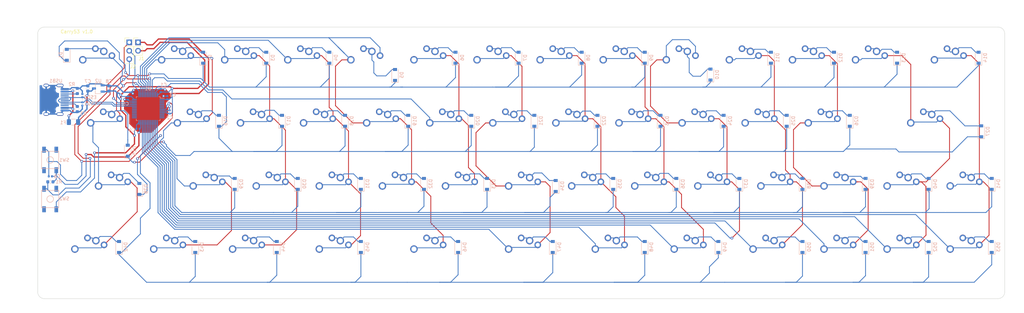
<source format=kicad_pcb>
(kicad_pcb (version 20171130) (host pcbnew "(5.1.4-0-10_14)")
  (layers (0 F.Cu signal) (31 B.Cu signal) (34 B.Paste user) (35 F.Paste user) (36 B.SilkS user) (37 F.SilkS user) (38 B.Mask user) (39 F.Mask user) (44 Edge.Cuts user))
  (net 0 "")
  (net 1 GND)
  (net 2 +3V3)
  (net 3 NRST)
  (net 4 "Net-(C7-Pad1)")
  (net 5 "Net-(D1-Pad2)")
  (net 6 ROW0)
  (net 7 "Net-(D2-Pad2)")
  (net 8 "Net-(D3-Pad2)")
  (net 9 "Net-(D4-Pad2)")
  (net 10 "Net-(D5-Pad2)")
  (net 11 "Net-(D6-Pad2)")
  (net 12 "Net-(D7-Pad2)")
  (net 13 "Net-(D8-Pad2)")
  (net 14 "Net-(D9-Pad2)")
  (net 15 "Net-(D10-Pad2)")
  (net 16 "Net-(D11-Pad2)")
  (net 17 "Net-(D12-Pad2)")
  (net 18 "Net-(D13-Pad2)")
  (net 19 "Net-(D14-Pad2)")
  (net 20 "Net-(D15-Pad2)")
  (net 21 ROW1)
  (net 22 "Net-(D16-Pad2)")
  (net 23 "Net-(D17-Pad2)")
  (net 24 "Net-(D18-Pad2)")
  (net 25 "Net-(D19-Pad2)")
  (net 26 "Net-(D20-Pad2)")
  (net 27 "Net-(D21-Pad2)")
  (net 28 "Net-(D22-Pad2)")
  (net 29 "Net-(D23-Pad2)")
  (net 30 "Net-(D24-Pad2)")
  (net 31 "Net-(D25-Pad2)")
  (net 32 "Net-(D26-Pad2)")
  (net 33 "Net-(D27-Pad2)")
  (net 34 "Net-(D28-Pad2)")
  (net 35 ROW2)
  (net 36 "Net-(D29-Pad2)")
  (net 37 "Net-(D30-Pad2)")
  (net 38 "Net-(D31-Pad2)")
  (net 39 "Net-(D32-Pad2)")
  (net 40 "Net-(D33-Pad2)")
  (net 41 "Net-(D34-Pad2)")
  (net 42 "Net-(D35-Pad2)")
  (net 43 "Net-(D36-Pad2)")
  (net 44 "Net-(D37-Pad2)")
  (net 45 "Net-(D38-Pad2)")
  (net 46 "Net-(D39-Pad2)")
  (net 47 "Net-(D40-Pad2)")
  (net 48 "Net-(D41-Pad2)")
  (net 49 "Net-(D42-Pad2)")
  (net 50 ROW3)
  (net 51 "Net-(D43-Pad2)")
  (net 52 "Net-(D44-Pad2)")
  (net 53 "Net-(D45-Pad2)")
  (net 54 "Net-(D46-Pad2)")
  (net 55 "Net-(D47-Pad2)")
  (net 56 "Net-(D48-Pad2)")
  (net 57 "Net-(D49-Pad2)")
  (net 58 "Net-(D50-Pad2)")
  (net 59 "Net-(D51-Pad2)")
  (net 60 "Net-(D52-Pad2)")
  (net 61 "Net-(D53-Pad2)")
  (net 62 D-)
  (net 63 D+)
  (net 64 "Net-(F1-Pad2)")
  (net 65 SWDIO)
  (net 66 SWCLK)
  (net 67 COL0)
  (net 68 COL1)
  (net 69 COL2)
  (net 70 COL3)
  (net 71 COL4)
  (net 72 COL5)
  (net 73 COL6)
  (net 74 COL7)
  (net 75 COL8)
  (net 76 COL9)
  (net 77 COL10)
  (net 78 COL11)
  (net 79 COL12)
  (net 80 COL13)
  (net 81 "Net-(R1-Pad1)")
  (net 82 "Net-(R2-Pad1)")
  (net 83 "Net-(R3-Pad1)")
  (net 84 "Net-(U1-Pad31)")
  (net 85 "Net-(U1-Pad30)")
  (net 86 "Net-(U1-Pad29)")
  (net 87 "Net-(U1-Pad28)")
  (net 88 "Net-(U1-Pad27)")
  (net 89 "Net-(U1-Pad26)")
  (net 90 "Net-(U1-Pad25)")
  (net 91 "Net-(U1-Pad12)")
  (net 92 "Net-(U1-Pad11)")
  (net 93 "Net-(U1-Pad10)")
  (net 94 "Net-(U1-Pad6)")
  (net 95 "Net-(U1-Pad5)")
  (net 96 "Net-(U1-Pad4)")
  (net 97 "Net-(U1-Pad3)")
  (net 98 "Net-(U1-Pad2)")
  (net 99 "Net-(USB1-Pad3)")
  (net 100 "Net-(USB1-Pad9)")
  (module random-keyboard-parts:SKQGADE010 (layer B.Cu) (at 14.9225 51.5145 270)
    (fp_text reference SW1 (at 0.016 -4.254 180) (layer B.SilkS) (effects (justify mirror)))
    (fp_text value TS-1187A-B-A-B)
    (pad 1 smd rect (at 3.1 -1.85 270) (size 1.8 1.1) (layers B.Cu B.Paste B.Mask) (net 1 GND))
    (pad 2 smd rect (at -3.1 1.85 270) (size 1.8 1.1) (layers B.Cu B.Paste B.Mask) (net 3 NRST))
    (pad 3 smd rect (at 3.1 1.85 270) (size 1.8 1.1) (layers B.Cu B.Paste B.Mask))
    (pad 4 smd rect (at -3.1 -1.85 270) (size 1.8 1.1) (layers B.Cu B.Paste B.Mask))
  )
  (module MountingHole:MountingHole_2.2mm_M2 (layer F.Cu) (at 299.5295 15.0495)
    (fp_text reference REF** hide)
    (fp_text value MountingHole_2.2mm_M2)
    (pad 1 np_thru_hole circle (at 0 0) (size 2.2 2.2) (drill 2.2) (layers *.Cu *.Mask))
  )
  (module MountingHole:MountingHole_2.2mm_M2 (layer F.Cu) (at 68.2625 52.3875)
    (fp_text reference REF** hide)
    (fp_text value MountingHole_2.2mm_M2)
    (pad 1 np_thru_hole circle (at 0 0) (size 2.2 2.2) (drill 2.2) (layers *.Cu *.Mask))
  )
  (module MountingHole:MountingHole_2.2mm_M2 (layer F.Cu) (at 166.71875 52.4085)
    (fp_text reference REF** hide)
    (fp_text value MountingHole_2.2mm_M2)
    (pad 1 np_thru_hole circle (at 0 0) (size 2.2 2.2) (drill 2.2) (layers *.Cu *.Mask))
  )
  (module MountingHole:MountingHole_2.2mm_M2 (layer F.Cu) (at 258.2545 52.4085)
    (fp_text reference REF** hide)
    (fp_text value MountingHole_2.2mm_M2)
    (pad 1 np_thru_hole circle (at 0 0) (size 2.2 2.2) (drill 2.2) (layers *.Cu *.Mask))
  )
  (module MountingHole:MountingHole_2.2mm_M2 (layer F.Cu) (at 219.0115 84.2435)
    (fp_text reference REF** hide)
    (fp_text value MountingHole_2.2mm_M2)
    (pad 1 np_thru_hole circle (at 0 0) (size 2.2 2.2) (drill 2.2) (layers *.Cu *.Mask))
  )
  (module MountingHole:MountingHole_2.2mm_M2 (layer F.Cu) (at 114.2875 84.2875)
    (fp_text reference REF** hide)
    (fp_text value MountingHole_2.2mm_M2)
    (pad 1 np_thru_hole circle (at 0 0) (size 2.2 2.2) (drill 2.2) (layers *.Cu *.Mask))
  )
  (module MountingHole:MountingHole_2.2mm_M2 (layer F.Cu) (at 299.4025 89.5985)
    (fp_text reference REF** hide)
    (fp_text value MountingHole_2.2mm_M2)
    (pad 1 np_thru_hole circle (at 0 0) (size 2.2 2.2) (drill 2.2) (layers *.Cu *.Mask))
  )
  (module MountingHole:MountingHole_2.2mm_M2 (layer F.Cu) (at 119.0625 19.8965)
    (fp_text reference REF** hide)
    (fp_text value MountingHole_2.2mm_M2)
    (pad 1 np_thru_hole circle (at 0 0) (size 2.2 2.2) (drill 2.2) (layers *.Cu *.Mask))
  )
  (module MountingHole:MountingHole_2.2mm_M2 (layer F.Cu) (at 15.0495 89.7255)
    (fp_text reference REF** hide)
    (fp_text value MountingHole_2.2mm_M2)
    (pad 1 np_thru_hole circle (at 0 0) (size 2.2 2.2) (drill 2.2) (layers *.Cu *.Mask))
  )
  (module MountingHole:MountingHole_2.2mm_M2 (layer F.Cu) (at 214.3125 20.0235)
    (fp_text reference REF** hide)
    (fp_text value MountingHole_2.2mm_M2)
    (pad 1 np_thru_hole circle (at 0 0) (size 2.2 2.2) (drill 2.2) (layers *.Cu *.Mask))
  )
  (module MountingHole:MountingHole_2.2mm_M2 (layer F.Cu) (at 15.0495 15.3035)
    (fp_text reference REF** hide)
    (fp_text value MountingHole_2.2mm_M2)
    (pad 1 np_thru_hole circle (at 0 0) (size 2.2 2.2) (drill 2.2) (layers *.Cu *.Mask))
  )
  (module MX_Only:MXOnly-1U-NoLED (layer F.Cu) (at 61.9125 61.9125)
    (fp_text reference MX29)
    (fp_text value MX-NoLED)
    (pad "" np_thru_hole circle (at 5.08 0 48.0996) (size 1.75 1.75) (drill 1.75) (layers *.Cu *.Mask))
    (pad "" np_thru_hole circle (at -5.08 0 48.0996) (size 1.75 1.75) (drill 1.75) (layers *.Cu *.Mask))
    (pad 1 thru_hole circle (at -3.81 -2.54) (size 2.25 2.25) (drill 1.47) (layers *.Cu B.Mask) (net 68 COL1))
    (pad "" np_thru_hole circle (at 0 0) (size 3.9878 3.9878) (drill 3.9878) (layers *.Cu *.Mask))
    (pad 2 thru_hole circle (at 2.54 -5.08) (size 2.25 2.25) (drill 1.47) (layers *.Cu B.Mask) (net 36 "Net-(D29-Pad2)"))
  )
  (module MX_Only:MXOnly-1.75U-NoLED (layer F.Cu) (at 30.95625 42.8625)
    (fp_text reference MX15)
    (fp_text value MX-NoLED)
    (pad "" np_thru_hole circle (at 5.08 0 48.0996) (size 1.75 1.75) (drill 1.75) (layers *.Cu *.Mask))
    (pad "" np_thru_hole circle (at -5.08 0 48.0996) (size 1.75 1.75) (drill 1.75) (layers *.Cu *.Mask))
    (pad 1 thru_hole circle (at -3.81 -2.54) (size 2.25 2.25) (drill 1.47) (layers *.Cu B.Mask) (net 67 COL0))
    (pad "" np_thru_hole circle (at 0 0) (size 3.9878 3.9878) (drill 3.9878) (layers *.Cu *.Mask))
    (pad 2 thru_hole circle (at 2.54 -5.08) (size 2.25 2.25) (drill 1.47) (layers *.Cu B.Mask) (net 20 "Net-(D15-Pad2)"))
  )
  (module Kailh_Choc:KailhChoc-1U (layer F.Cu) (at 30.95625 42.8625)
    (fp_text reference MX68)
    (fp_text value MX-NoLED)
    (pad 2 thru_hole circle (at 0 -5.9) (size 2 2) (drill 1.2) (layers *.Cu B.Mask) (net 20 "Net-(D15-Pad2)"))
    (pad "" np_thru_hole circle (at 0 0) (size 3.4 3.4) (drill 3.4) (layers *.Cu *.Mask))
    (pad 1 thru_hole circle (at 5 -3.8) (size 2 2) (drill 1.2) (layers *.Cu B.Mask) (net 67 COL0))
    (pad "" np_thru_hole circle (at -5.5 0 48.1) (size 1.9 1.9) (drill 1.9) (layers *.Cu *.Mask))
    (pad "" np_thru_hole circle (at 5.5 0 48.1) (size 1.9 1.9) (drill 1.9) (layers *.Cu *.Mask))
    (pad "" np_thru_hole circle (at -5.22 4.2) (size 1.2 1.2) (drill 1.2) (layers *.Cu *.Mask))
  )
  (module MX_Only:MXOnly-1U-NoLED (layer F.Cu) (at 109.5375 23.8125)
    (fp_text reference MX5)
    (fp_text value MX-NoLED)
    (pad "" np_thru_hole circle (at 5.08 0 48.0996) (size 1.75 1.75) (drill 1.75) (layers *.Cu *.Mask))
    (pad "" np_thru_hole circle (at -5.08 0 48.0996) (size 1.75 1.75) (drill 1.75) (layers *.Cu *.Mask))
    (pad 1 thru_hole circle (at -3.81 -2.54) (size 2.25 2.25) (drill 1.47) (layers *.Cu B.Mask) (net 71 COL4))
    (pad "" np_thru_hole circle (at 0 0) (size 3.9878 3.9878) (drill 3.9878) (layers *.Cu *.Mask))
    (pad 2 thru_hole circle (at 2.54 -5.08) (size 2.25 2.25) (drill 1.47) (layers *.Cu B.Mask) (net 10 "Net-(D5-Pad2)"))
  )
  (module MX_Only:MXOnly-1.5U-NoLED (layer F.Cu) (at 28.575 23.8125)
    (fp_text reference MX1)
    (fp_text value MX-NoLED)
    (pad "" np_thru_hole circle (at 5.08 0 48.0996) (size 1.75 1.75) (drill 1.75) (layers *.Cu *.Mask))
    (pad "" np_thru_hole circle (at -5.08 0 48.0996) (size 1.75 1.75) (drill 1.75) (layers *.Cu *.Mask))
    (pad 1 thru_hole circle (at -3.81 -2.54) (size 2.25 2.25) (drill 1.47) (layers *.Cu B.Mask) (net 67 COL0))
    (pad "" np_thru_hole circle (at 0 0) (size 3.9878 3.9878) (drill 3.9878) (layers *.Cu *.Mask))
    (pad 2 thru_hole circle (at 2.54 -5.08) (size 2.25 2.25) (drill 1.47) (layers *.Cu B.Mask) (net 5 "Net-(D1-Pad2)"))
  )
  (module MX_Only:MXOnly-1U-NoLED (layer F.Cu) (at 52.3875 23.8125)
    (fp_text reference MX2)
    (fp_text value MX-NoLED)
    (pad "" np_thru_hole circle (at 5.08 0 48.0996) (size 1.75 1.75) (drill 1.75) (layers *.Cu *.Mask))
    (pad "" np_thru_hole circle (at -5.08 0 48.0996) (size 1.75 1.75) (drill 1.75) (layers *.Cu *.Mask))
    (pad 1 thru_hole circle (at -3.81 -2.54) (size 2.25 2.25) (drill 1.47) (layers *.Cu B.Mask) (net 68 COL1))
    (pad "" np_thru_hole circle (at 0 0) (size 3.9878 3.9878) (drill 3.9878) (layers *.Cu *.Mask))
    (pad 2 thru_hole circle (at 2.54 -5.08) (size 2.25 2.25) (drill 1.47) (layers *.Cu B.Mask) (net 7 "Net-(D2-Pad2)"))
  )
  (module Kailh_Choc:KailhChoc-1U (layer F.Cu) (at 278.60625 42.8625)
    (fp_text reference MX80)
    (fp_text value MX-NoLED)
    (pad 2 thru_hole circle (at 0 -5.9) (size 2 2) (drill 1.2) (layers *.Cu B.Mask) (net 33 "Net-(D27-Pad2)"))
    (pad "" np_thru_hole circle (at 0 0) (size 3.4 3.4) (drill 3.4) (layers *.Cu *.Mask))
    (pad 1 thru_hole circle (at 5 -3.8) (size 2 2) (drill 1.2) (layers *.Cu B.Mask) (net 79 COL12))
    (pad "" np_thru_hole circle (at -5.5 0 48.1) (size 1.9 1.9) (drill 1.9) (layers *.Cu *.Mask))
    (pad "" np_thru_hole circle (at 5.5 0 48.1) (size 1.9 1.9) (drill 1.9) (layers *.Cu *.Mask))
    (pad "" np_thru_hole circle (at -5.22 4.2) (size 1.2 1.2) (drill 1.2) (layers *.Cu *.Mask))
  )
  (module Kailh_Choc:KailhChoc-1U (layer F.Cu) (at 171.45 42.8625)
    (fp_text reference MX75)
    (fp_text value MX-NoLED)
    (pad 2 thru_hole circle (at 0 -5.9) (size 2 2) (drill 1.2) (layers *.Cu B.Mask) (net 28 "Net-(D22-Pad2)"))
    (pad "" np_thru_hole circle (at 0 0) (size 3.4 3.4) (drill 3.4) (layers *.Cu *.Mask))
    (pad 1 thru_hole circle (at 5 -3.8) (size 2 2) (drill 1.2) (layers *.Cu B.Mask) (net 74 COL7))
    (pad "" np_thru_hole circle (at -5.5 0 48.1) (size 1.9 1.9) (drill 1.9) (layers *.Cu *.Mask))
    (pad "" np_thru_hole circle (at 5.5 0 48.1) (size 1.9 1.9) (drill 1.9) (layers *.Cu *.Mask))
    (pad "" np_thru_hole circle (at -5.22 4.2) (size 1.2 1.2) (drill 1.2) (layers *.Cu *.Mask))
  )
  (module Kailh_Choc:KailhChoc-1U (layer F.Cu) (at 57.15 42.8625)
    (fp_text reference MX69)
    (fp_text value MX-NoLED)
    (pad 2 thru_hole circle (at 0 -5.9) (size 2 2) (drill 1.2) (layers *.Cu B.Mask) (net 22 "Net-(D16-Pad2)"))
    (pad "" np_thru_hole circle (at 0 0) (size 3.4 3.4) (drill 3.4) (layers *.Cu *.Mask))
    (pad 1 thru_hole circle (at 5 -3.8) (size 2 2) (drill 1.2) (layers *.Cu B.Mask) (net 68 COL1))
    (pad "" np_thru_hole circle (at -5.5 0 48.1) (size 1.9 1.9) (drill 1.9) (layers *.Cu *.Mask))
    (pad "" np_thru_hole circle (at 5.5 0 48.1) (size 1.9 1.9) (drill 1.9) (layers *.Cu *.Mask))
    (pad "" np_thru_hole circle (at -5.22 4.2) (size 1.2 1.2) (drill 1.2) (layers *.Cu *.Mask))
  )
  (module Kailh_Choc:KailhChoc-1U (layer F.Cu) (at 76.2 42.8625)
    (fp_text reference MX70)
    (fp_text value MX-NoLED)
    (pad 2 thru_hole circle (at 0 -5.9) (size 2 2) (drill 1.2) (layers *.Cu B.Mask) (net 23 "Net-(D17-Pad2)"))
    (pad "" np_thru_hole circle (at 0 0) (size 3.4 3.4) (drill 3.4) (layers *.Cu *.Mask))
    (pad 1 thru_hole circle (at 5 -3.8) (size 2 2) (drill 1.2) (layers *.Cu B.Mask) (net 69 COL2))
    (pad "" np_thru_hole circle (at -5.5 0 48.1) (size 1.9 1.9) (drill 1.9) (layers *.Cu *.Mask))
    (pad "" np_thru_hole circle (at 5.5 0 48.1) (size 1.9 1.9) (drill 1.9) (layers *.Cu *.Mask))
    (pad "" np_thru_hole circle (at -5.22 4.2) (size 1.2 1.2) (drill 1.2) (layers *.Cu *.Mask))
  )
  (module Kailh_Choc:KailhChoc-1U (layer F.Cu) (at 223.8375 23.8125)
    (fp_text reference MX64)
    (fp_text value MX-NoLED)
    (pad 2 thru_hole circle (at 0 -5.9) (size 2 2) (drill 1.2) (layers *.Cu B.Mask) (net 16 "Net-(D11-Pad2)"))
    (pad "" np_thru_hole circle (at 0 0) (size 3.4 3.4) (drill 3.4) (layers *.Cu *.Mask))
    (pad 1 thru_hole circle (at 5 -3.8) (size 2 2) (drill 1.2) (layers *.Cu B.Mask) (net 77 COL10))
    (pad "" np_thru_hole circle (at -5.5 0 48.1) (size 1.9 1.9) (drill 1.9) (layers *.Cu *.Mask))
    (pad "" np_thru_hole circle (at 5.5 0 48.1) (size 1.9 1.9) (drill 1.9) (layers *.Cu *.Mask))
    (pad "" np_thru_hole circle (at -5.22 4.2) (size 1.2 1.2) (drill 1.2) (layers *.Cu *.Mask))
  )
  (module Kailh_Choc:KailhChoc-1U (layer F.Cu) (at 242.8875 23.8125)
    (fp_text reference MX65)
    (fp_text value MX-NoLED)
    (pad 2 thru_hole circle (at 0 -5.9) (size 2 2) (drill 1.2) (layers *.Cu B.Mask) (net 17 "Net-(D12-Pad2)"))
    (pad "" np_thru_hole circle (at 0 0) (size 3.4 3.4) (drill 3.4) (layers *.Cu *.Mask))
    (pad 1 thru_hole circle (at 5 -3.8) (size 2 2) (drill 1.2) (layers *.Cu B.Mask) (net 78 COL11))
    (pad "" np_thru_hole circle (at -5.5 0 48.1) (size 1.9 1.9) (drill 1.9) (layers *.Cu *.Mask))
    (pad "" np_thru_hole circle (at 5.5 0 48.1) (size 1.9 1.9) (drill 1.9) (layers *.Cu *.Mask))
    (pad "" np_thru_hole circle (at -5.22 4.2) (size 1.2 1.2) (drill 1.2) (layers *.Cu *.Mask))
  )
  (module Kailh_Choc:KailhChoc-1U (layer F.Cu) (at 147.6375 23.8125)
    (fp_text reference MX60)
    (fp_text value MX-NoLED)
    (pad 2 thru_hole circle (at 0 -5.9) (size 2 2) (drill 1.2) (layers *.Cu B.Mask) (net 12 "Net-(D7-Pad2)"))
    (pad "" np_thru_hole circle (at 0 0) (size 3.4 3.4) (drill 3.4) (layers *.Cu *.Mask))
    (pad 1 thru_hole circle (at 5 -3.8) (size 2 2) (drill 1.2) (layers *.Cu B.Mask) (net 73 COL6))
    (pad "" np_thru_hole circle (at -5.5 0 48.1) (size 1.9 1.9) (drill 1.9) (layers *.Cu *.Mask))
    (pad "" np_thru_hole circle (at 5.5 0 48.1) (size 1.9 1.9) (drill 1.9) (layers *.Cu *.Mask))
    (pad "" np_thru_hole circle (at -5.22 4.2) (size 1.2 1.2) (drill 1.2) (layers *.Cu *.Mask))
  )
  (module Kailh_Choc:KailhChoc-1U (layer F.Cu) (at 166.6875 23.8125)
    (fp_text reference MX61)
    (fp_text value MX-NoLED)
    (pad 2 thru_hole circle (at 0 -5.9) (size 2 2) (drill 1.2) (layers *.Cu B.Mask) (net 13 "Net-(D8-Pad2)"))
    (pad "" np_thru_hole circle (at 0 0) (size 3.4 3.4) (drill 3.4) (layers *.Cu *.Mask))
    (pad 1 thru_hole circle (at 5 -3.8) (size 2 2) (drill 1.2) (layers *.Cu B.Mask) (net 74 COL7))
    (pad "" np_thru_hole circle (at -5.5 0 48.1) (size 1.9 1.9) (drill 1.9) (layers *.Cu *.Mask))
    (pad "" np_thru_hole circle (at 5.5 0 48.1) (size 1.9 1.9) (drill 1.9) (layers *.Cu *.Mask))
    (pad "" np_thru_hole circle (at -5.22 4.2) (size 1.2 1.2) (drill 1.2) (layers *.Cu *.Mask))
  )
  (module Kailh_Choc:KailhChoc-1U (layer F.Cu) (at 90.4875 23.8125)
    (fp_text reference MX57)
    (fp_text value MX-NoLED)
    (pad 2 thru_hole circle (at 0 -5.9) (size 2 2) (drill 1.2) (layers *.Cu B.Mask) (net 9 "Net-(D4-Pad2)"))
    (pad "" np_thru_hole circle (at 0 0) (size 3.4 3.4) (drill 3.4) (layers *.Cu *.Mask))
    (pad 1 thru_hole circle (at 5 -3.8) (size 2 2) (drill 1.2) (layers *.Cu B.Mask) (net 70 COL3))
    (pad "" np_thru_hole circle (at -5.5 0 48.1) (size 1.9 1.9) (drill 1.9) (layers *.Cu *.Mask))
    (pad "" np_thru_hole circle (at 5.5 0 48.1) (size 1.9 1.9) (drill 1.9) (layers *.Cu *.Mask))
    (pad "" np_thru_hole circle (at -5.22 4.2) (size 1.2 1.2) (drill 1.2) (layers *.Cu *.Mask))
  )
  (module Kailh_Choc:KailhChoc-1U (layer F.Cu) (at 52.3875 23.8125)
    (fp_text reference MX55)
    (fp_text value MX-NoLED)
    (pad 2 thru_hole circle (at 0 -5.9) (size 2 2) (drill 1.2) (layers *.Cu B.Mask) (net 7 "Net-(D2-Pad2)"))
    (pad "" np_thru_hole circle (at 0 0) (size 3.4 3.4) (drill 3.4) (layers *.Cu *.Mask))
    (pad 1 thru_hole circle (at 5 -3.8) (size 2 2) (drill 1.2) (layers *.Cu B.Mask) (net 68 COL1))
    (pad "" np_thru_hole circle (at -5.5 0 48.1) (size 1.9 1.9) (drill 1.9) (layers *.Cu *.Mask))
    (pad "" np_thru_hole circle (at 5.5 0 48.1) (size 1.9 1.9) (drill 1.9) (layers *.Cu *.Mask))
    (pad "" np_thru_hole circle (at -5.22 4.2) (size 1.2 1.2) (drill 1.2) (layers *.Cu *.Mask))
  )
  (module Kailh_Choc:KailhChoc-1U (layer F.Cu) (at 109.5375 23.8125)
    (fp_text reference MX58)
    (fp_text value MX-NoLED)
    (pad 2 thru_hole circle (at 0 -5.9) (size 2 2) (drill 1.2) (layers *.Cu B.Mask) (net 10 "Net-(D5-Pad2)"))
    (pad "" np_thru_hole circle (at 0 0) (size 3.4 3.4) (drill 3.4) (layers *.Cu *.Mask))
    (pad 1 thru_hole circle (at 5 -3.8) (size 2 2) (drill 1.2) (layers *.Cu B.Mask) (net 71 COL4))
    (pad "" np_thru_hole circle (at -5.5 0 48.1) (size 1.9 1.9) (drill 1.9) (layers *.Cu *.Mask))
    (pad "" np_thru_hole circle (at 5.5 0 48.1) (size 1.9 1.9) (drill 1.9) (layers *.Cu *.Mask))
    (pad "" np_thru_hole circle (at -5.22 4.2) (size 1.2 1.2) (drill 1.2) (layers *.Cu *.Mask))
  )
  (module Kailh_Choc:KailhChoc-1U (layer F.Cu) (at 33.3375 61.9125)
    (fp_text reference MX81)
    (fp_text value MX-NoLED)
    (pad 2 thru_hole circle (at 0 -5.9) (size 2 2) (drill 1.2) (layers *.Cu B.Mask) (net 34 "Net-(D28-Pad2)"))
    (pad "" np_thru_hole circle (at 0 0) (size 3.4 3.4) (drill 3.4) (layers *.Cu *.Mask))
    (pad 1 thru_hole circle (at 5 -3.8) (size 2 2) (drill 1.2) (layers *.Cu B.Mask) (net 67 COL0))
    (pad "" np_thru_hole circle (at -5.5 0 48.1) (size 1.9 1.9) (drill 1.9) (layers *.Cu *.Mask))
    (pad "" np_thru_hole circle (at 5.5 0 48.1) (size 1.9 1.9) (drill 1.9) (layers *.Cu *.Mask))
    (pad "" np_thru_hole circle (at -5.22 4.2) (size 1.2 1.2) (drill 1.2) (layers *.Cu *.Mask))
  )
  (module Kailh_Choc:KailhChoc-1U (layer F.Cu) (at 190.5 42.8625)
    (fp_text reference MX76)
    (fp_text value MX-NoLED)
    (pad 2 thru_hole circle (at 0 -5.9) (size 2 2) (drill 1.2) (layers *.Cu B.Mask) (net 29 "Net-(D23-Pad2)"))
    (pad "" np_thru_hole circle (at 0 0) (size 3.4 3.4) (drill 3.4) (layers *.Cu *.Mask))
    (pad 1 thru_hole circle (at 5 -3.8) (size 2 2) (drill 1.2) (layers *.Cu B.Mask) (net 75 COL8))
    (pad "" np_thru_hole circle (at -5.5 0 48.1) (size 1.9 1.9) (drill 1.9) (layers *.Cu *.Mask))
    (pad "" np_thru_hole circle (at 5.5 0 48.1) (size 1.9 1.9) (drill 1.9) (layers *.Cu *.Mask))
    (pad "" np_thru_hole circle (at -5.22 4.2) (size 1.2 1.2) (drill 1.2) (layers *.Cu *.Mask))
  )
  (module Kailh_Choc:KailhChoc-1U (layer F.Cu) (at 95.25 42.8625)
    (fp_text reference MX71)
    (fp_text value MX-NoLED)
    (pad 2 thru_hole circle (at 0 -5.9) (size 2 2) (drill 1.2) (layers *.Cu B.Mask) (net 24 "Net-(D18-Pad2)"))
    (pad "" np_thru_hole circle (at 0 0) (size 3.4 3.4) (drill 3.4) (layers *.Cu *.Mask))
    (pad 1 thru_hole circle (at 5 -3.8) (size 2 2) (drill 1.2) (layers *.Cu B.Mask) (net 70 COL3))
    (pad "" np_thru_hole circle (at -5.5 0 48.1) (size 1.9 1.9) (drill 1.9) (layers *.Cu *.Mask))
    (pad "" np_thru_hole circle (at 5.5 0 48.1) (size 1.9 1.9) (drill 1.9) (layers *.Cu *.Mask))
    (pad "" np_thru_hole circle (at -5.22 4.2) (size 1.2 1.2) (drill 1.2) (layers *.Cu *.Mask))
  )
  (module Kailh_Choc:KailhChoc-1U (layer F.Cu) (at 261.9375 23.8125)
    (fp_text reference MX66)
    (fp_text value MX-NoLED)
    (pad 2 thru_hole circle (at 0 -5.9) (size 2 2) (drill 1.2) (layers *.Cu B.Mask) (net 18 "Net-(D13-Pad2)"))
    (pad "" np_thru_hole circle (at 0 0) (size 3.4 3.4) (drill 3.4) (layers *.Cu *.Mask))
    (pad 1 thru_hole circle (at 5 -3.8) (size 2 2) (drill 1.2) (layers *.Cu B.Mask) (net 79 COL12))
    (pad "" np_thru_hole circle (at -5.5 0 48.1) (size 1.9 1.9) (drill 1.9) (layers *.Cu *.Mask))
    (pad "" np_thru_hole circle (at 5.5 0 48.1) (size 1.9 1.9) (drill 1.9) (layers *.Cu *.Mask))
    (pad "" np_thru_hole circle (at -5.22 4.2) (size 1.2 1.2) (drill 1.2) (layers *.Cu *.Mask))
  )
  (module Kailh_Choc:KailhChoc-1U (layer F.Cu) (at 185.7375 23.8125)
    (fp_text reference MX62)
    (fp_text value MX-NoLED)
    (pad 2 thru_hole circle (at 0 -5.9) (size 2 2) (drill 1.2) (layers *.Cu B.Mask) (net 14 "Net-(D9-Pad2)"))
    (pad "" np_thru_hole circle (at 0 0) (size 3.4 3.4) (drill 3.4) (layers *.Cu *.Mask))
    (pad 1 thru_hole circle (at 5 -3.8) (size 2 2) (drill 1.2) (layers *.Cu B.Mask) (net 75 COL8))
    (pad "" np_thru_hole circle (at -5.5 0 48.1) (size 1.9 1.9) (drill 1.9) (layers *.Cu *.Mask))
    (pad "" np_thru_hole circle (at 5.5 0 48.1) (size 1.9 1.9) (drill 1.9) (layers *.Cu *.Mask))
    (pad "" np_thru_hole circle (at -5.22 4.2) (size 1.2 1.2) (drill 1.2) (layers *.Cu *.Mask))
  )
  (module Kailh_Choc:KailhChoc-1U (layer F.Cu) (at 114.3 42.8625)
    (fp_text reference MX72)
    (fp_text value MX-NoLED)
    (pad 2 thru_hole circle (at 0 -5.9) (size 2 2) (drill 1.2) (layers *.Cu B.Mask) (net 25 "Net-(D19-Pad2)"))
    (pad "" np_thru_hole circle (at 0 0) (size 3.4 3.4) (drill 3.4) (layers *.Cu *.Mask))
    (pad 1 thru_hole circle (at 5 -3.8) (size 2 2) (drill 1.2) (layers *.Cu B.Mask) (net 71 COL4))
    (pad "" np_thru_hole circle (at -5.5 0 48.1) (size 1.9 1.9) (drill 1.9) (layers *.Cu *.Mask))
    (pad "" np_thru_hole circle (at 5.5 0 48.1) (size 1.9 1.9) (drill 1.9) (layers *.Cu *.Mask))
    (pad "" np_thru_hole circle (at -5.22 4.2) (size 1.2 1.2) (drill 1.2) (layers *.Cu *.Mask))
  )
  (module Kailh_Choc:KailhChoc-1U (layer F.Cu) (at 285.75 23.8125)
    (fp_text reference MX67)
    (fp_text value MX-NoLED)
    (pad 2 thru_hole circle (at 0 -5.9) (size 2 2) (drill 1.2) (layers *.Cu B.Mask) (net 19 "Net-(D14-Pad2)"))
    (pad "" np_thru_hole circle (at 0 0) (size 3.4 3.4) (drill 3.4) (layers *.Cu *.Mask))
    (pad 1 thru_hole circle (at 5 -3.8) (size 2 2) (drill 1.2) (layers *.Cu B.Mask) (net 80 COL13))
    (pad "" np_thru_hole circle (at -5.5 0 48.1) (size 1.9 1.9) (drill 1.9) (layers *.Cu *.Mask))
    (pad "" np_thru_hole circle (at 5.5 0 48.1) (size 1.9 1.9) (drill 1.9) (layers *.Cu *.Mask))
    (pad "" np_thru_hole circle (at -5.22 4.2) (size 1.2 1.2) (drill 1.2) (layers *.Cu *.Mask))
  )
  (module Kailh_Choc:KailhChoc-1U (layer F.Cu) (at 209.55 42.8625)
    (fp_text reference MX77)
    (fp_text value MX-NoLED)
    (pad 2 thru_hole circle (at 0 -5.9) (size 2 2) (drill 1.2) (layers *.Cu B.Mask) (net 30 "Net-(D24-Pad2)"))
    (pad "" np_thru_hole circle (at 0 0) (size 3.4 3.4) (drill 3.4) (layers *.Cu *.Mask))
    (pad 1 thru_hole circle (at 5 -3.8) (size 2 2) (drill 1.2) (layers *.Cu B.Mask) (net 76 COL9))
    (pad "" np_thru_hole circle (at -5.5 0 48.1) (size 1.9 1.9) (drill 1.9) (layers *.Cu *.Mask))
    (pad "" np_thru_hole circle (at 5.5 0 48.1) (size 1.9 1.9) (drill 1.9) (layers *.Cu *.Mask))
    (pad "" np_thru_hole circle (at -5.22 4.2) (size 1.2 1.2) (drill 1.2) (layers *.Cu *.Mask))
  )
  (module Kailh_Choc:KailhChoc-1U (layer F.Cu) (at 61.9125 61.9125)
    (fp_text reference MX82)
    (fp_text value MX-NoLED)
    (pad 2 thru_hole circle (at 0 -5.9) (size 2 2) (drill 1.2) (layers *.Cu B.Mask) (net 36 "Net-(D29-Pad2)"))
    (pad "" np_thru_hole circle (at 0 0) (size 3.4 3.4) (drill 3.4) (layers *.Cu *.Mask))
    (pad 1 thru_hole circle (at 5 -3.8) (size 2 2) (drill 1.2) (layers *.Cu B.Mask) (net 68 COL1))
    (pad "" np_thru_hole circle (at -5.5 0 48.1) (size 1.9 1.9) (drill 1.9) (layers *.Cu *.Mask))
    (pad "" np_thru_hole circle (at 5.5 0 48.1) (size 1.9 1.9) (drill 1.9) (layers *.Cu *.Mask))
    (pad "" np_thru_hole circle (at -5.22 4.2) (size 1.2 1.2) (drill 1.2) (layers *.Cu *.Mask))
  )
  (module Kailh_Choc:KailhChoc-1U (layer F.Cu) (at 176.2125 61.9125)
    (fp_text reference MX88)
    (fp_text value MX-NoLED)
    (pad 2 thru_hole circle (at 0 -5.9) (size 2 2) (drill 1.2) (layers *.Cu B.Mask) (net 42 "Net-(D35-Pad2)"))
    (pad "" np_thru_hole circle (at 0 0) (size 3.4 3.4) (drill 3.4) (layers *.Cu *.Mask))
    (pad 1 thru_hole circle (at 5 -3.8) (size 2 2) (drill 1.2) (layers *.Cu B.Mask) (net 74 COL7))
    (pad "" np_thru_hole circle (at -5.5 0 48.1) (size 1.9 1.9) (drill 1.9) (layers *.Cu *.Mask))
    (pad "" np_thru_hole circle (at 5.5 0 48.1) (size 1.9 1.9) (drill 1.9) (layers *.Cu *.Mask))
    (pad "" np_thru_hole circle (at -5.22 4.2) (size 1.2 1.2) (drill 1.2) (layers *.Cu *.Mask))
  )
  (module Kailh_Choc:KailhChoc-1U (layer F.Cu) (at 157.1625 61.9125)
    (fp_text reference MX87)
    (fp_text value MX-NoLED)
    (pad 2 thru_hole circle (at 0 -5.9) (size 2 2) (drill 1.2) (layers *.Cu B.Mask) (net 41 "Net-(D34-Pad2)"))
    (pad "" np_thru_hole circle (at 0 0) (size 3.4 3.4) (drill 3.4) (layers *.Cu *.Mask))
    (pad 1 thru_hole circle (at 5 -3.8) (size 2 2) (drill 1.2) (layers *.Cu B.Mask) (net 73 COL6))
    (pad "" np_thru_hole circle (at -5.5 0 48.1) (size 1.9 1.9) (drill 1.9) (layers *.Cu *.Mask))
    (pad "" np_thru_hole circle (at 5.5 0 48.1) (size 1.9 1.9) (drill 1.9) (layers *.Cu *.Mask))
    (pad "" np_thru_hole circle (at -5.22 4.2) (size 1.2 1.2) (drill 1.2) (layers *.Cu *.Mask))
  )
  (module Kailh_Choc:KailhChoc-1U (layer F.Cu) (at 271.4625 61.9125)
    (fp_text reference MX93)
    (fp_text value MX-NoLED)
    (pad 2 thru_hole circle (at 0 -5.9) (size 2 2) (drill 1.2) (layers *.Cu B.Mask) (net 47 "Net-(D40-Pad2)"))
    (pad "" np_thru_hole circle (at 0 0) (size 3.4 3.4) (drill 3.4) (layers *.Cu *.Mask))
    (pad 1 thru_hole circle (at 5 -3.8) (size 2 2) (drill 1.2) (layers *.Cu B.Mask) (net 79 COL12))
    (pad "" np_thru_hole circle (at -5.5 0 48.1) (size 1.9 1.9) (drill 1.9) (layers *.Cu *.Mask))
    (pad "" np_thru_hole circle (at 5.5 0 48.1) (size 1.9 1.9) (drill 1.9) (layers *.Cu *.Mask))
    (pad "" np_thru_hole circle (at -5.22 4.2) (size 1.2 1.2) (drill 1.2) (layers *.Cu *.Mask))
  )
  (module Kailh_Choc:KailhChoc-1U (layer F.Cu) (at 128.5875 80.9625)
    (fp_text reference MX99)
    (fp_text value MX-NoLED)
    (pad 2 thru_hole circle (at 0 -5.9) (size 2 2) (drill 1.2) (layers *.Cu B.Mask) (net 54 "Net-(D46-Pad2)"))
    (pad "" np_thru_hole circle (at 0 0) (size 3.4 3.4) (drill 3.4) (layers *.Cu *.Mask))
    (pad 1 thru_hole circle (at 5 -3.8) (size 2 2) (drill 1.2) (layers *.Cu B.Mask) (net 71 COL4))
    (pad "" np_thru_hole circle (at -5.5 0 48.1) (size 1.9 1.9) (drill 1.9) (layers *.Cu *.Mask))
    (pad "" np_thru_hole circle (at 5.5 0 48.1) (size 1.9 1.9) (drill 1.9) (layers *.Cu *.Mask))
    (pad "" np_thru_hole circle (at -5.22 4.2) (size 1.2 1.2) (drill 1.2) (layers *.Cu *.Mask))
  )
  (module Kailh_Choc:KailhChoc-1U (layer F.Cu) (at 252.4125 80.9625)
    (fp_text reference MX104)
    (fp_text value MX-NoLED)
    (pad 2 thru_hole circle (at 0 -5.9) (size 2 2) (drill 1.2) (layers *.Cu B.Mask) (net 59 "Net-(D51-Pad2)"))
    (pad "" np_thru_hole circle (at 0 0) (size 3.4 3.4) (drill 3.4) (layers *.Cu *.Mask))
    (pad 1 thru_hole circle (at 5 -3.8) (size 2 2) (drill 1.2) (layers *.Cu B.Mask) (net 78 COL11))
    (pad "" np_thru_hole circle (at -5.5 0 48.1) (size 1.9 1.9) (drill 1.9) (layers *.Cu *.Mask))
    (pad "" np_thru_hole circle (at 5.5 0 48.1) (size 1.9 1.9) (drill 1.9) (layers *.Cu *.Mask))
    (pad "" np_thru_hole circle (at -5.22 4.2) (size 1.2 1.2) (drill 1.2) (layers *.Cu *.Mask))
  )
  (module Kailh_Choc:KailhChoc-1U (layer F.Cu) (at 157.1625 80.9625)
    (fp_text reference MX100)
    (fp_text value MX-NoLED)
    (pad 2 thru_hole circle (at 0 -5.9) (size 2 2) (drill 1.2) (layers *.Cu B.Mask) (net 55 "Net-(D47-Pad2)"))
    (pad "" np_thru_hole circle (at 0 0) (size 3.4 3.4) (drill 3.4) (layers *.Cu *.Mask))
    (pad 1 thru_hole circle (at 5 -3.8) (size 2 2) (drill 1.2) (layers *.Cu B.Mask) (net 73 COL6))
    (pad "" np_thru_hole circle (at -5.5 0 48.1) (size 1.9 1.9) (drill 1.9) (layers *.Cu *.Mask))
    (pad "" np_thru_hole circle (at 5.5 0 48.1) (size 1.9 1.9) (drill 1.9) (layers *.Cu *.Mask))
    (pad "" np_thru_hole circle (at -5.22 4.2) (size 1.2 1.2) (drill 1.2) (layers *.Cu *.Mask))
  )
  (module Kailh_Choc:KailhChoc-1U (layer F.Cu) (at 271.4625 80.9625)
    (fp_text reference MX105)
    (fp_text value MX-NoLED)
    (pad 2 thru_hole circle (at 0 -5.9) (size 2 2) (drill 1.2) (layers *.Cu B.Mask) (net 60 "Net-(D52-Pad2)"))
    (pad "" np_thru_hole circle (at 0 0) (size 3.4 3.4) (drill 3.4) (layers *.Cu *.Mask))
    (pad 1 thru_hole circle (at 5 -3.8) (size 2 2) (drill 1.2) (layers *.Cu B.Mask) (net 79 COL12))
    (pad "" np_thru_hole circle (at -5.5 0 48.1) (size 1.9 1.9) (drill 1.9) (layers *.Cu *.Mask))
    (pad "" np_thru_hole circle (at 5.5 0 48.1) (size 1.9 1.9) (drill 1.9) (layers *.Cu *.Mask))
    (pad "" np_thru_hole circle (at -5.22 4.2) (size 1.2 1.2) (drill 1.2) (layers *.Cu *.Mask))
  )
  (module Kailh_Choc:KailhChoc-1U (layer F.Cu) (at 290.5125 61.9125)
    (fp_text reference MX94)
    (fp_text value MX-NoLED)
    (pad 2 thru_hole circle (at 0 -5.9) (size 2 2) (drill 1.2) (layers *.Cu B.Mask) (net 48 "Net-(D41-Pad2)"))
    (pad "" np_thru_hole circle (at 0 0) (size 3.4 3.4) (drill 3.4) (layers *.Cu *.Mask))
    (pad 1 thru_hole circle (at 5 -3.8) (size 2 2) (drill 1.2) (layers *.Cu B.Mask) (net 80 COL13))
    (pad "" np_thru_hole circle (at -5.5 0 48.1) (size 1.9 1.9) (drill 1.9) (layers *.Cu *.Mask))
    (pad "" np_thru_hole circle (at 5.5 0 48.1) (size 1.9 1.9) (drill 1.9) (layers *.Cu *.Mask))
    (pad "" np_thru_hole circle (at -5.22 4.2) (size 1.2 1.2) (drill 1.2) (layers *.Cu *.Mask))
  )
  (module Kailh_Choc:KailhChoc-1U (layer F.Cu) (at 80.9625 61.9125)
    (fp_text reference MX83)
    (fp_text value MX-NoLED)
    (pad 2 thru_hole circle (at 0 -5.9) (size 2 2) (drill 1.2) (layers *.Cu B.Mask) (net 37 "Net-(D30-Pad2)"))
    (pad "" np_thru_hole circle (at 0 0) (size 3.4 3.4) (drill 3.4) (layers *.Cu *.Mask))
    (pad 1 thru_hole circle (at 5 -3.8) (size 2 2) (drill 1.2) (layers *.Cu B.Mask) (net 69 COL2))
    (pad "" np_thru_hole circle (at -5.5 0 48.1) (size 1.9 1.9) (drill 1.9) (layers *.Cu *.Mask))
    (pad "" np_thru_hole circle (at 5.5 0 48.1) (size 1.9 1.9) (drill 1.9) (layers *.Cu *.Mask))
    (pad "" np_thru_hole circle (at -5.22 4.2) (size 1.2 1.2) (drill 1.2) (layers *.Cu *.Mask))
  )
  (module Kailh_Choc:KailhChoc-1U (layer F.Cu) (at 195.2625 61.9125)
    (fp_text reference MX89)
    (fp_text value MX-NoLED)
    (pad 2 thru_hole circle (at 0 -5.9) (size 2 2) (drill 1.2) (layers *.Cu B.Mask) (net 43 "Net-(D36-Pad2)"))
    (pad "" np_thru_hole circle (at 0 0) (size 3.4 3.4) (drill 3.4) (layers *.Cu *.Mask))
    (pad 1 thru_hole circle (at 5 -3.8) (size 2 2) (drill 1.2) (layers *.Cu B.Mask) (net 75 COL8))
    (pad "" np_thru_hole circle (at -5.5 0 48.1) (size 1.9 1.9) (drill 1.9) (layers *.Cu *.Mask))
    (pad "" np_thru_hole circle (at 5.5 0 48.1) (size 1.9 1.9) (drill 1.9) (layers *.Cu *.Mask))
    (pad "" np_thru_hole circle (at -5.22 4.2) (size 1.2 1.2) (drill 1.2) (layers *.Cu *.Mask))
  )
  (module Kailh_Choc:KailhChoc-1U (layer F.Cu) (at 26.19375 80.9625)
    (fp_text reference MX95)
    (fp_text value MX-NoLED)
    (pad 2 thru_hole circle (at 0 -5.9) (size 2 2) (drill 1.2) (layers *.Cu B.Mask) (net 49 "Net-(D42-Pad2)"))
    (pad "" np_thru_hole circle (at 0 0) (size 3.4 3.4) (drill 3.4) (layers *.Cu *.Mask))
    (pad 1 thru_hole circle (at 5 -3.8) (size 2 2) (drill 1.2) (layers *.Cu B.Mask) (net 67 COL0))
    (pad "" np_thru_hole circle (at -5.5 0 48.1) (size 1.9 1.9) (drill 1.9) (layers *.Cu *.Mask))
    (pad "" np_thru_hole circle (at 5.5 0 48.1) (size 1.9 1.9) (drill 1.9) (layers *.Cu *.Mask))
    (pad "" np_thru_hole circle (at -5.22 4.2) (size 1.2 1.2) (drill 1.2) (layers *.Cu *.Mask))
  )
  (module Kailh_Choc:KailhChoc-1U (layer F.Cu) (at 183.35625 80.9625)
    (fp_text reference MX101)
    (fp_text value MX-NoLED)
    (pad 2 thru_hole circle (at 0 -5.9) (size 2 2) (drill 1.2) (layers *.Cu B.Mask) (net 56 "Net-(D48-Pad2)"))
    (pad "" np_thru_hole circle (at 0 0) (size 3.4 3.4) (drill 3.4) (layers *.Cu *.Mask))
    (pad 1 thru_hole circle (at 5 -3.8) (size 2 2) (drill 1.2) (layers *.Cu B.Mask) (net 74 COL7))
    (pad "" np_thru_hole circle (at -5.5 0 48.1) (size 1.9 1.9) (drill 1.9) (layers *.Cu *.Mask))
    (pad "" np_thru_hole circle (at 5.5 0 48.1) (size 1.9 1.9) (drill 1.9) (layers *.Cu *.Mask))
    (pad "" np_thru_hole circle (at -5.22 4.2) (size 1.2 1.2) (drill 1.2) (layers *.Cu *.Mask))
  )
  (module Kailh_Choc:KailhChoc-1U (layer F.Cu) (at 290.5125 80.9625)
    (fp_text reference MX106)
    (fp_text value MX-NoLED)
    (pad 2 thru_hole circle (at 0 -5.9) (size 2 2) (drill 1.2) (layers *.Cu B.Mask) (net 61 "Net-(D53-Pad2)"))
    (pad "" np_thru_hole circle (at 0 0) (size 3.4 3.4) (drill 3.4) (layers *.Cu *.Mask))
    (pad 1 thru_hole circle (at 5 -3.8) (size 2 2) (drill 1.2) (layers *.Cu B.Mask) (net 80 COL13))
    (pad "" np_thru_hole circle (at -5.5 0 48.1) (size 1.9 1.9) (drill 1.9) (layers *.Cu *.Mask))
    (pad "" np_thru_hole circle (at 5.5 0 48.1) (size 1.9 1.9) (drill 1.9) (layers *.Cu *.Mask))
    (pad "" np_thru_hole circle (at -5.22 4.2) (size 1.2 1.2) (drill 1.2) (layers *.Cu *.Mask))
  )
  (module Kailh_Choc:KailhChoc-1U (layer F.Cu) (at 228.6 42.8625)
    (fp_text reference MX78)
    (fp_text value MX-NoLED)
    (pad 2 thru_hole circle (at 0 -5.9) (size 2 2) (drill 1.2) (layers *.Cu B.Mask) (net 31 "Net-(D25-Pad2)"))
    (pad "" np_thru_hole circle (at 0 0) (size 3.4 3.4) (drill 3.4) (layers *.Cu *.Mask))
    (pad 1 thru_hole circle (at 5 -3.8) (size 2 2) (drill 1.2) (layers *.Cu B.Mask) (net 77 COL10))
    (pad "" np_thru_hole circle (at -5.5 0 48.1) (size 1.9 1.9) (drill 1.9) (layers *.Cu *.Mask))
    (pad "" np_thru_hole circle (at 5.5 0 48.1) (size 1.9 1.9) (drill 1.9) (layers *.Cu *.Mask))
    (pad "" np_thru_hole circle (at -5.22 4.2) (size 1.2 1.2) (drill 1.2) (layers *.Cu *.Mask))
  )
  (module Kailh_Choc:KailhChoc-1U (layer F.Cu) (at 100.0125 61.9125)
    (fp_text reference MX84)
    (fp_text value MX-NoLED)
    (pad 2 thru_hole circle (at 0 -5.9) (size 2 2) (drill 1.2) (layers *.Cu B.Mask) (net 38 "Net-(D31-Pad2)"))
    (pad "" np_thru_hole circle (at 0 0) (size 3.4 3.4) (drill 3.4) (layers *.Cu *.Mask))
    (pad 1 thru_hole circle (at 5 -3.8) (size 2 2) (drill 1.2) (layers *.Cu B.Mask) (net 70 COL3))
    (pad "" np_thru_hole circle (at -5.5 0 48.1) (size 1.9 1.9) (drill 1.9) (layers *.Cu *.Mask))
    (pad "" np_thru_hole circle (at 5.5 0 48.1) (size 1.9 1.9) (drill 1.9) (layers *.Cu *.Mask))
    (pad "" np_thru_hole circle (at -5.22 4.2) (size 1.2 1.2) (drill 1.2) (layers *.Cu *.Mask))
  )
  (module Kailh_Choc:KailhChoc-1U (layer F.Cu) (at 214.3125 61.9125)
    (fp_text reference MX90)
    (fp_text value MX-NoLED)
    (pad 2 thru_hole circle (at 0 -5.9) (size 2 2) (drill 1.2) (layers *.Cu B.Mask) (net 44 "Net-(D37-Pad2)"))
    (pad "" np_thru_hole circle (at 0 0) (size 3.4 3.4) (drill 3.4) (layers *.Cu *.Mask))
    (pad 1 thru_hole circle (at 5 -3.8) (size 2 2) (drill 1.2) (layers *.Cu B.Mask) (net 76 COL9))
    (pad "" np_thru_hole circle (at -5.5 0 48.1) (size 1.9 1.9) (drill 1.9) (layers *.Cu *.Mask))
    (pad "" np_thru_hole circle (at 5.5 0 48.1) (size 1.9 1.9) (drill 1.9) (layers *.Cu *.Mask))
    (pad "" np_thru_hole circle (at -5.22 4.2) (size 1.2 1.2) (drill 1.2) (layers *.Cu *.Mask))
  )
  (module Kailh_Choc:KailhChoc-1U (layer F.Cu) (at 50.00625 80.9625)
    (fp_text reference MX96)
    (fp_text value MX-NoLED)
    (pad 2 thru_hole circle (at 0 -5.9) (size 2 2) (drill 1.2) (layers *.Cu B.Mask) (net 51 "Net-(D43-Pad2)"))
    (pad "" np_thru_hole circle (at 0 0) (size 3.4 3.4) (drill 3.4) (layers *.Cu *.Mask))
    (pad 1 thru_hole circle (at 5 -3.8) (size 2 2) (drill 1.2) (layers *.Cu B.Mask) (net 68 COL1))
    (pad "" np_thru_hole circle (at -5.5 0 48.1) (size 1.9 1.9) (drill 1.9) (layers *.Cu *.Mask))
    (pad "" np_thru_hole circle (at 5.5 0 48.1) (size 1.9 1.9) (drill 1.9) (layers *.Cu *.Mask))
    (pad "" np_thru_hole circle (at -5.22 4.2) (size 1.2 1.2) (drill 1.2) (layers *.Cu *.Mask))
  )
  (module Kailh_Choc:KailhChoc-1U (layer F.Cu) (at 207.16875 80.9625)
    (fp_text reference MX102)
    (fp_text value MX-NoLED)
    (pad 2 thru_hole circle (at 0 -5.9) (size 2 2) (drill 1.2) (layers *.Cu B.Mask) (net 57 "Net-(D49-Pad2)"))
    (pad "" np_thru_hole circle (at 0 0) (size 3.4 3.4) (drill 3.4) (layers *.Cu *.Mask))
    (pad 1 thru_hole circle (at 5 -3.8) (size 2 2) (drill 1.2) (layers *.Cu B.Mask) (net 75 COL8))
    (pad "" np_thru_hole circle (at -5.5 0 48.1) (size 1.9 1.9) (drill 1.9) (layers *.Cu *.Mask))
    (pad "" np_thru_hole circle (at 5.5 0 48.1) (size 1.9 1.9) (drill 1.9) (layers *.Cu *.Mask))
    (pad "" np_thru_hole circle (at -5.22 4.2) (size 1.2 1.2) (drill 1.2) (layers *.Cu *.Mask))
  )
  (module Kailh_Choc:KailhChoc-1U (layer F.Cu) (at 133.35 42.8625)
    (fp_text reference MX73)
    (fp_text value MX-NoLED)
    (pad 2 thru_hole circle (at 0 -5.9) (size 2 2) (drill 1.2) (layers *.Cu B.Mask) (net 26 "Net-(D20-Pad2)"))
    (pad "" np_thru_hole circle (at 0 0) (size 3.4 3.4) (drill 3.4) (layers *.Cu *.Mask))
    (pad 1 thru_hole circle (at 5 -3.8) (size 2 2) (drill 1.2) (layers *.Cu B.Mask) (net 72 COL5))
    (pad "" np_thru_hole circle (at -5.5 0 48.1) (size 1.9 1.9) (drill 1.9) (layers *.Cu *.Mask))
    (pad "" np_thru_hole circle (at 5.5 0 48.1) (size 1.9 1.9) (drill 1.9) (layers *.Cu *.Mask))
    (pad "" np_thru_hole circle (at -5.22 4.2) (size 1.2 1.2) (drill 1.2) (layers *.Cu *.Mask))
  )
  (module Kailh_Choc:KailhChoc-1U (layer F.Cu) (at 247.65 42.8625)
    (fp_text reference MX79)
    (fp_text value MX-NoLED)
    (pad 2 thru_hole circle (at 0 -5.9) (size 2 2) (drill 1.2) (layers *.Cu B.Mask) (net 32 "Net-(D26-Pad2)"))
    (pad "" np_thru_hole circle (at 0 0) (size 3.4 3.4) (drill 3.4) (layers *.Cu *.Mask))
    (pad 1 thru_hole circle (at 5 -3.8) (size 2 2) (drill 1.2) (layers *.Cu B.Mask) (net 78 COL11))
    (pad "" np_thru_hole circle (at -5.5 0 48.1) (size 1.9 1.9) (drill 1.9) (layers *.Cu *.Mask))
    (pad "" np_thru_hole circle (at 5.5 0 48.1) (size 1.9 1.9) (drill 1.9) (layers *.Cu *.Mask))
    (pad "" np_thru_hole circle (at -5.22 4.2) (size 1.2 1.2) (drill 1.2) (layers *.Cu *.Mask))
  )
  (module Kailh_Choc:KailhChoc-1U (layer F.Cu) (at 119.0625 61.9125)
    (fp_text reference MX85)
    (fp_text value MX-NoLED)
    (pad 2 thru_hole circle (at 0 -5.9) (size 2 2) (drill 1.2) (layers *.Cu B.Mask) (net 39 "Net-(D32-Pad2)"))
    (pad "" np_thru_hole circle (at 0 0) (size 3.4 3.4) (drill 3.4) (layers *.Cu *.Mask))
    (pad 1 thru_hole circle (at 5 -3.8) (size 2 2) (drill 1.2) (layers *.Cu B.Mask) (net 71 COL4))
    (pad "" np_thru_hole circle (at -5.5 0 48.1) (size 1.9 1.9) (drill 1.9) (layers *.Cu *.Mask))
    (pad "" np_thru_hole circle (at 5.5 0 48.1) (size 1.9 1.9) (drill 1.9) (layers *.Cu *.Mask))
    (pad "" np_thru_hole circle (at -5.22 4.2) (size 1.2 1.2) (drill 1.2) (layers *.Cu *.Mask))
  )
  (module Kailh_Choc:KailhChoc-1U (layer F.Cu) (at 233.3625 61.9125)
    (fp_text reference MX91)
    (fp_text value MX-NoLED)
    (pad 2 thru_hole circle (at 0 -5.9) (size 2 2) (drill 1.2) (layers *.Cu B.Mask) (net 45 "Net-(D38-Pad2)"))
    (pad "" np_thru_hole circle (at 0 0) (size 3.4 3.4) (drill 3.4) (layers *.Cu *.Mask))
    (pad 1 thru_hole circle (at 5 -3.8) (size 2 2) (drill 1.2) (layers *.Cu B.Mask) (net 77 COL10))
    (pad "" np_thru_hole circle (at -5.5 0 48.1) (size 1.9 1.9) (drill 1.9) (layers *.Cu *.Mask))
    (pad "" np_thru_hole circle (at 5.5 0 48.1) (size 1.9 1.9) (drill 1.9) (layers *.Cu *.Mask))
    (pad "" np_thru_hole circle (at -5.22 4.2) (size 1.2 1.2) (drill 1.2) (layers *.Cu *.Mask))
  )
  (module Kailh_Choc:KailhChoc-1U (layer F.Cu) (at 73.81875 80.9625)
    (fp_text reference MX97)
    (fp_text value MX-NoLED)
    (pad 2 thru_hole circle (at 0 -5.9) (size 2 2) (drill 1.2) (layers *.Cu B.Mask) (net 52 "Net-(D44-Pad2)"))
    (pad "" np_thru_hole circle (at 0 0) (size 3.4 3.4) (drill 3.4) (layers *.Cu *.Mask))
    (pad 1 thru_hole circle (at 5 -3.8) (size 2 2) (drill 1.2) (layers *.Cu B.Mask) (net 69 COL2))
    (pad "" np_thru_hole circle (at -5.5 0 48.1) (size 1.9 1.9) (drill 1.9) (layers *.Cu *.Mask))
    (pad "" np_thru_hole circle (at 5.5 0 48.1) (size 1.9 1.9) (drill 1.9) (layers *.Cu *.Mask))
    (pad "" np_thru_hole circle (at -5.22 4.2) (size 1.2 1.2) (drill 1.2) (layers *.Cu *.Mask))
  )
  (module Kailh_Choc:KailhChoc-1U (layer F.Cu) (at 230.98125 80.9625)
    (fp_text reference MX103)
    (fp_text value MX-NoLED)
    (pad 2 thru_hole circle (at 0 -5.9) (size 2 2) (drill 1.2) (layers *.Cu B.Mask) (net 58 "Net-(D50-Pad2)"))
    (pad "" np_thru_hole circle (at 0 0) (size 3.4 3.4) (drill 3.4) (layers *.Cu *.Mask))
    (pad 1 thru_hole circle (at 5 -3.8) (size 2 2) (drill 1.2) (layers *.Cu B.Mask) (net 77 COL10))
    (pad "" np_thru_hole circle (at -5.5 0 48.1) (size 1.9 1.9) (drill 1.9) (layers *.Cu *.Mask))
    (pad "" np_thru_hole circle (at 5.5 0 48.1) (size 1.9 1.9) (drill 1.9) (layers *.Cu *.Mask))
    (pad "" np_thru_hole circle (at -5.22 4.2) (size 1.2 1.2) (drill 1.2) (layers *.Cu *.Mask))
  )
  (module Kailh_Choc:KailhChoc-1U (layer F.Cu) (at 100.0125 80.9625)
    (fp_text reference MX98)
    (fp_text value MX-NoLED)
    (pad 2 thru_hole circle (at 0 -5.9) (size 2 2) (drill 1.2) (layers *.Cu B.Mask) (net 53 "Net-(D45-Pad2)"))
    (pad "" np_thru_hole circle (at 0 0) (size 3.4 3.4) (drill 3.4) (layers *.Cu *.Mask))
    (pad 1 thru_hole circle (at 5 -3.8) (size 2 2) (drill 1.2) (layers *.Cu B.Mask) (net 70 COL3))
    (pad "" np_thru_hole circle (at -5.5 0 48.1) (size 1.9 1.9) (drill 1.9) (layers *.Cu *.Mask))
    (pad "" np_thru_hole circle (at 5.5 0 48.1) (size 1.9 1.9) (drill 1.9) (layers *.Cu *.Mask))
    (pad "" np_thru_hole circle (at -5.22 4.2) (size 1.2 1.2) (drill 1.2) (layers *.Cu *.Mask))
  )
  (module Kailh_Choc:KailhChoc-1U (layer F.Cu) (at 252.4125 61.9125)
    (fp_text reference MX92)
    (fp_text value MX-NoLED)
    (pad 2 thru_hole circle (at 0 -5.9) (size 2 2) (drill 1.2) (layers *.Cu B.Mask) (net 46 "Net-(D39-Pad2)"))
    (pad "" np_thru_hole circle (at 0 0) (size 3.4 3.4) (drill 3.4) (layers *.Cu *.Mask))
    (pad 1 thru_hole circle (at 5 -3.8) (size 2 2) (drill 1.2) (layers *.Cu B.Mask) (net 78 COL11))
    (pad "" np_thru_hole circle (at -5.5 0 48.1) (size 1.9 1.9) (drill 1.9) (layers *.Cu *.Mask))
    (pad "" np_thru_hole circle (at 5.5 0 48.1) (size 1.9 1.9) (drill 1.9) (layers *.Cu *.Mask))
    (pad "" np_thru_hole circle (at -5.22 4.2) (size 1.2 1.2) (drill 1.2) (layers *.Cu *.Mask))
  )
  (module Kailh_Choc:KailhChoc-1U (layer F.Cu) (at 138.1125 61.9125)
    (fp_text reference MX86)
    (fp_text value MX-NoLED)
    (pad 2 thru_hole circle (at 0 -5.9) (size 2 2) (drill 1.2) (layers *.Cu B.Mask) (net 40 "Net-(D33-Pad2)"))
    (pad "" np_thru_hole circle (at 0 0) (size 3.4 3.4) (drill 3.4) (layers *.Cu *.Mask))
    (pad 1 thru_hole circle (at 5 -3.8) (size 2 2) (drill 1.2) (layers *.Cu B.Mask) (net 72 COL5))
    (pad "" np_thru_hole circle (at -5.5 0 48.1) (size 1.9 1.9) (drill 1.9) (layers *.Cu *.Mask))
    (pad "" np_thru_hole circle (at 5.5 0 48.1) (size 1.9 1.9) (drill 1.9) (layers *.Cu *.Mask))
    (pad "" np_thru_hole circle (at -5.22 4.2) (size 1.2 1.2) (drill 1.2) (layers *.Cu *.Mask))
  )
  (module Kailh_Choc:KailhChoc-1U (layer F.Cu) (at 152.4 42.8625)
    (fp_text reference MX74)
    (fp_text value MX-NoLED)
    (pad 2 thru_hole circle (at 0 -5.9) (size 2 2) (drill 1.2) (layers *.Cu B.Mask) (net 27 "Net-(D21-Pad2)"))
    (pad "" np_thru_hole circle (at 0 0) (size 3.4 3.4) (drill 3.4) (layers *.Cu *.Mask))
    (pad 1 thru_hole circle (at 5 -3.8) (size 2 2) (drill 1.2) (layers *.Cu B.Mask) (net 73 COL6))
    (pad "" np_thru_hole circle (at -5.5 0 48.1) (size 1.9 1.9) (drill 1.9) (layers *.Cu *.Mask))
    (pad "" np_thru_hole circle (at 5.5 0 48.1) (size 1.9 1.9) (drill 1.9) (layers *.Cu *.Mask))
    (pad "" np_thru_hole circle (at -5.22 4.2) (size 1.2 1.2) (drill 1.2) (layers *.Cu *.Mask))
  )
  (module Kailh_Choc:KailhChoc-1U (layer F.Cu) (at 204.7875 23.8125)
    (fp_text reference MX63)
    (fp_text value MX-NoLED)
    (pad 2 thru_hole circle (at 0 -5.9) (size 2 2) (drill 1.2) (layers *.Cu B.Mask) (net 15 "Net-(D10-Pad2)"))
    (pad "" np_thru_hole circle (at 0 0) (size 3.4 3.4) (drill 3.4) (layers *.Cu *.Mask))
    (pad 1 thru_hole circle (at 5 -3.8) (size 2 2) (drill 1.2) (layers *.Cu B.Mask) (net 76 COL9))
    (pad "" np_thru_hole circle (at -5.5 0 48.1) (size 1.9 1.9) (drill 1.9) (layers *.Cu *.Mask))
    (pad "" np_thru_hole circle (at 5.5 0 48.1) (size 1.9 1.9) (drill 1.9) (layers *.Cu *.Mask))
    (pad "" np_thru_hole circle (at -5.22 4.2) (size 1.2 1.2) (drill 1.2) (layers *.Cu *.Mask))
  )
  (module Kailh_Choc:KailhChoc-1U (layer F.Cu) (at 128.5875 23.8125)
    (fp_text reference MX59)
    (fp_text value MX-NoLED)
    (pad 2 thru_hole circle (at 0 -5.9) (size 2 2) (drill 1.2) (layers *.Cu B.Mask) (net 11 "Net-(D6-Pad2)"))
    (pad "" np_thru_hole circle (at 0 0) (size 3.4 3.4) (drill 3.4) (layers *.Cu *.Mask))
    (pad 1 thru_hole circle (at 5 -3.8) (size 2 2) (drill 1.2) (layers *.Cu B.Mask) (net 72 COL5))
    (pad "" np_thru_hole circle (at -5.5 0 48.1) (size 1.9 1.9) (drill 1.9) (layers *.Cu *.Mask))
    (pad "" np_thru_hole circle (at 5.5 0 48.1) (size 1.9 1.9) (drill 1.9) (layers *.Cu *.Mask))
    (pad "" np_thru_hole circle (at -5.22 4.2) (size 1.2 1.2) (drill 1.2) (layers *.Cu *.Mask))
  )
  (module Kailh_Choc:KailhChoc-1U (layer F.Cu) (at 71.4375 23.8125)
    (fp_text reference MX56)
    (fp_text value MX-NoLED)
    (pad "" np_thru_hole circle (at -5.22 4.2) (size 1.2 1.2) (drill 1.2) (layers *.Cu *.Mask))
    (pad "" np_thru_hole circle (at 5.5 0 48.1) (size 1.9 1.9) (drill 1.9) (layers *.Cu *.Mask))
    (pad "" np_thru_hole circle (at -5.5 0 48.1) (size 1.9 1.9) (drill 1.9) (layers *.Cu *.Mask))
    (pad 1 thru_hole circle (at 5 -3.8) (size 2 2) (drill 1.2) (layers *.Cu B.Mask) (net 69 COL2))
    (pad "" np_thru_hole circle (at 0 0) (size 3.4 3.4) (drill 3.4) (layers *.Cu *.Mask))
    (pad 2 thru_hole circle (at 0 -5.9) (size 2 2) (drill 1.2) (layers *.Cu B.Mask) (net 8 "Net-(D3-Pad2)"))
  )
  (module Kailh_Choc:KailhChoc-1U (layer F.Cu) (at 28.575 23.8125)
    (fp_text reference MX54)
    (fp_text value MX-NoLED)
    (pad 2 thru_hole circle (at 0 -5.9) (size 2 2) (drill 1.2) (layers *.Cu B.Mask) (net 5 "Net-(D1-Pad2)"))
    (pad "" np_thru_hole circle (at 0 0) (size 3.4 3.4) (drill 3.4) (layers *.Cu *.Mask))
    (pad 1 thru_hole circle (at 5 -3.8) (size 2 2) (drill 1.2) (layers *.Cu B.Mask) (net 67 COL0))
    (pad "" np_thru_hole circle (at -5.5 0 48.1) (size 1.9 1.9) (drill 1.9) (layers *.Cu *.Mask))
    (pad "" np_thru_hole circle (at 5.5 0 48.1) (size 1.9 1.9) (drill 1.9) (layers *.Cu *.Mask))
    (pad "" np_thru_hole circle (at -5.22 4.2) (size 1.2 1.2) (drill 1.2) (layers *.Cu *.Mask))
  )
  (module MX_Only:MXOnly-2.25U-NoLED (layer F.Cu) (at 278.60625 42.8625)
    (fp_text reference MX27)
    (fp_text value MX-NoLED)
    (pad "" np_thru_hole circle (at 11.90625 8.255) (size 3.9878 3.9878) (drill 3.9878) (layers *.Cu *.Mask))
    (pad "" np_thru_hole circle (at -11.90625 8.255) (size 3.9878 3.9878) (drill 3.9878) (layers *.Cu *.Mask))
    (pad "" np_thru_hole circle (at 11.90625 -6.985) (size 3.048 3.048) (drill 3.048) (layers *.Cu *.Mask))
    (pad "" np_thru_hole circle (at -11.90625 -6.985) (size 3.048 3.048) (drill 3.048) (layers *.Cu *.Mask))
    (pad "" np_thru_hole circle (at 5.08 0 48.0996) (size 1.75 1.75) (drill 1.75) (layers *.Cu *.Mask))
    (pad "" np_thru_hole circle (at -5.08 0 48.0996) (size 1.75 1.75) (drill 1.75) (layers *.Cu *.Mask))
    (pad 1 thru_hole circle (at -3.81 -2.54) (size 2.25 2.25) (drill 1.47) (layers *.Cu B.Mask) (net 79 COL12))
    (pad "" np_thru_hole circle (at 0 0) (size 3.9878 3.9878) (drill 3.9878) (layers *.Cu *.Mask))
    (pad 2 thru_hole circle (at 2.54 -5.08) (size 2.25 2.25) (drill 1.47) (layers *.Cu B.Mask) (net 33 "Net-(D27-Pad2)"))
  )
  (module Type-C:HRO-TYPE-C-31-M-12-HandSoldering (layer B.Cu) (at 11.1125 33.3375 90)
    (fp_text reference USB1 (at 5.699 5.524) (layer B.SilkS) (effects (justify mirror)))
    (fp_text value HRO-TYPE-C-31-M-12)
    (pad 13 thru_hole oval (at 4.32 2.6 90) (size 1 1.6) (drill oval 0.6 1.2) (layers *.Cu F.Mask) (net 1 GND))
    (pad 13 thru_hole oval (at -4.32 2.6 90) (size 1 1.6) (drill oval 0.6 1.2) (layers *.Cu F.Mask) (net 1 GND))
    (pad 13 thru_hole oval (at 4.32 6.78 90) (size 1 2.1) (drill oval 0.6 1.7) (layers *.Cu F.Mask) (net 1 GND))
    (pad 13 thru_hole oval (at -4.32 6.78 90) (size 1 2.1) (drill oval 0.6 1.7) (layers *.Cu F.Mask) (net 1 GND))
    (pad "" np_thru_hole circle (at -2.89 6.25 90) (size 0.65 0.65) (drill 0.65) (layers *.Cu *.Mask))
    (pad "" np_thru_hole circle (at 2.89 6.25 90) (size 0.65 0.65) (drill 0.65) (layers *.Cu *.Mask))
    (pad 6 smd rect (at -0.25 8.195 90) (size 0.3 2.45) (layers B.Cu B.Paste B.Mask) (net 63 D+))
    (pad 7 smd rect (at 0.25 8.195 90) (size 0.3 2.45) (layers B.Cu B.Paste B.Mask) (net 62 D-))
    (pad 8 smd rect (at 0.75 8.195 90) (size 0.3 2.45) (layers B.Cu B.Paste B.Mask) (net 63 D+))
    (pad 5 smd rect (at -0.75 8.195 90) (size 0.3 2.45) (layers B.Cu B.Paste B.Mask) (net 62 D-))
    (pad 9 smd rect (at 1.25 8.195 90) (size 0.3 2.45) (layers B.Cu B.Paste B.Mask) (net 100 "Net-(USB1-Pad9)"))
    (pad 4 smd rect (at -1.25 8.195 90) (size 0.3 2.45) (layers B.Cu B.Paste B.Mask) (net 83 "Net-(R3-Pad1)"))
    (pad 10 smd rect (at 1.75 8.195 90) (size 0.3 2.45) (layers B.Cu B.Paste B.Mask) (net 82 "Net-(R2-Pad1)"))
    (pad 3 smd rect (at -1.75 8.195 90) (size 0.3 2.45) (layers B.Cu B.Paste B.Mask) (net 99 "Net-(USB1-Pad3)"))
    (pad 2 smd rect (at -2.45 8.195 90) (size 0.6 2.45) (layers B.Cu B.Paste B.Mask) (net 64 "Net-(F1-Pad2)"))
    (pad 11 smd rect (at 2.45 8.195 90) (size 0.6 2.45) (layers B.Cu B.Paste B.Mask) (net 64 "Net-(F1-Pad2)"))
    (pad 1 smd rect (at -3.225 8.195 90) (size 0.6 2.45) (layers B.Cu B.Paste B.Mask) (net 1 GND))
    (pad 12 smd rect (at 3.225 8.195 90) (size 0.6 2.45) (layers B.Cu B.Paste B.Mask) (net 1 GND))
  )
  (module Package_TO_SOT_SMD:TSOT-23 (layer B.Cu) (at 29.4635 29.9245 180)
    (fp_text reference U2 (at 0 2.286 180) (layer B.SilkS) (effects (justify mirror)))
    (fp_text value XC6206P332MR)
    (pad 3 smd rect (at 1.31 0 180) (size 1.22 0.65) (layers B.Cu B.Paste B.Mask) (net 4 "Net-(C7-Pad1)"))
    (pad 2 smd rect (at -1.31 -0.95 180) (size 1.22 0.65) (layers B.Cu B.Paste B.Mask) (net 2 +3V3))
    (pad 1 smd rect (at -1.31 0.95 180) (size 1.22 0.65) (layers B.Cu B.Paste B.Mask) (net 1 GND))
  )
  (module Package_QFP:LQFP-48_7x7mm_P0.5mm (layer B.Cu) (at 44.5135 36.0045 180)
    (fp_text reference U1 (at 0 6.0325) (layer B.SilkS) (effects (justify mirror)))
    (fp_text value STM32F072CBT6)
    (pad 48 smd roundrect (at -2.75 4.1625 180) (size 0.3 1.475) (layers B.Cu B.Paste B.Mask) (net 2 +3V3))
    (pad 47 smd roundrect (at -2.25 4.1625 180) (size 0.3 1.475) (layers B.Cu B.Paste B.Mask) (net 1 GND))
    (pad 46 smd roundrect (at -1.75 4.1625 180) (size 0.3 1.475) (layers B.Cu B.Paste B.Mask) (net 21 ROW1))
    (pad 45 smd roundrect (at -1.25 4.1625 180) (size 0.3 1.475) (layers B.Cu B.Paste B.Mask) (net 72 COL5))
    (pad 44 smd roundrect (at -0.75 4.1625 180) (size 0.3 1.475) (layers B.Cu B.Paste B.Mask) (net 81 "Net-(R1-Pad1)"))
    (pad 43 smd roundrect (at -0.25 4.1625 180) (size 0.3 1.475) (layers B.Cu B.Paste B.Mask) (net 68 COL1))
    (pad 42 smd roundrect (at 0.25 4.1625 180) (size 0.3 1.475) (layers B.Cu B.Paste B.Mask) (net 69 COL2))
    (pad 41 smd roundrect (at 0.75 4.1625 180) (size 0.3 1.475) (layers B.Cu B.Paste B.Mask) (net 70 COL3))
    (pad 40 smd roundrect (at 1.25 4.1625 180) (size 0.3 1.475) (layers B.Cu B.Paste B.Mask) (net 71 COL4))
    (pad 39 smd roundrect (at 1.75 4.1625 180) (size 0.3 1.475) (layers B.Cu B.Paste B.Mask) (net 6 ROW0))
    (pad 38 smd roundrect (at 2.25 4.1625 180) (size 0.3 1.475) (layers B.Cu B.Paste B.Mask) (net 67 COL0))
    (pad 37 smd roundrect (at 2.75 4.1625 180) (size 0.3 1.475) (layers B.Cu B.Paste B.Mask) (net 66 SWCLK))
    (pad 36 smd roundrect (at 4.1625 2.75 180) (size 1.475 0.3) (layers B.Cu B.Paste B.Mask) (net 2 +3V3))
    (pad 35 smd roundrect (at 4.1625 2.25 180) (size 1.475 0.3) (layers B.Cu B.Paste B.Mask) (net 1 GND))
    (pad 34 smd roundrect (at 4.1625 1.75 180) (size 1.475 0.3) (layers B.Cu B.Paste B.Mask) (net 65 SWDIO))
    (pad 33 smd roundrect (at 4.1625 1.25 180) (size 1.475 0.3) (layers B.Cu B.Paste B.Mask) (net 63 D+))
    (pad 32 smd roundrect (at 4.1625 0.75 180) (size 1.475 0.3) (layers B.Cu B.Paste B.Mask) (net 62 D-))
    (pad 31 smd roundrect (at 4.1625 0.25 180) (size 1.475 0.3) (layers B.Cu B.Paste B.Mask) (net 84 "Net-(U1-Pad31)"))
    (pad 30 smd roundrect (at 4.1625 -0.25 180) (size 1.475 0.3) (layers B.Cu B.Paste B.Mask) (net 85 "Net-(U1-Pad30)"))
    (pad 29 smd roundrect (at 4.1625 -0.75 180) (size 1.475 0.3) (layers B.Cu B.Paste B.Mask) (net 86 "Net-(U1-Pad29)"))
    (pad 28 smd roundrect (at 4.1625 -1.25 180) (size 1.475 0.3) (layers B.Cu B.Paste B.Mask) (net 87 "Net-(U1-Pad28)"))
    (pad 27 smd roundrect (at 4.1625 -1.75 180) (size 1.475 0.3) (layers B.Cu B.Paste B.Mask) (net 88 "Net-(U1-Pad27)"))
    (pad 26 smd roundrect (at 4.1625 -2.25 180) (size 1.475 0.3) (layers B.Cu B.Paste B.Mask) (net 89 "Net-(U1-Pad26)"))
    (pad 25 smd roundrect (at 4.1625 -2.75 180) (size 1.475 0.3) (layers B.Cu B.Paste B.Mask) (net 90 "Net-(U1-Pad25)"))
    (pad 24 smd roundrect (at 2.75 -4.1625 180) (size 0.3 1.475) (layers B.Cu B.Paste B.Mask) (net 2 +3V3))
    (pad 23 smd roundrect (at 2.25 -4.1625 180) (size 0.3 1.475) (layers B.Cu B.Paste B.Mask) (net 1 GND))
    (pad 22 smd roundrect (at 1.75 -4.1625 180) (size 0.3 1.475) (layers B.Cu B.Paste B.Mask) (net 50 ROW3))
    (pad 21 smd roundrect (at 1.25 -4.1625 180) (size 0.3 1.475) (layers B.Cu B.Paste B.Mask) (net 73 COL6))
    (pad 20 smd roundrect (at 0.75 -4.1625 180) (size 0.3 1.475) (layers B.Cu B.Paste B.Mask) (net 74 COL7))
    (pad 19 smd roundrect (at 0.25 -4.1625 180) (size 0.3 1.475) (layers B.Cu B.Paste B.Mask) (net 75 COL8))
    (pad 18 smd roundrect (at -0.25 -4.1625 180) (size 0.3 1.475) (layers B.Cu B.Paste B.Mask) (net 76 COL9))
    (pad 17 smd roundrect (at -0.75 -4.1625 180) (size 0.3 1.475) (layers B.Cu B.Paste B.Mask) (net 77 COL10))
    (pad 16 smd roundrect (at -1.25 -4.1625 180) (size 0.3 1.475) (layers B.Cu B.Paste B.Mask) (net 78 COL11))
    (pad 15 smd roundrect (at -1.75 -4.1625 180) (size 0.3 1.475) (layers B.Cu B.Paste B.Mask) (net 79 COL12))
    (pad 14 smd roundrect (at -2.25 -4.1625 180) (size 0.3 1.475) (layers B.Cu B.Paste B.Mask) (net 80 COL13))
    (pad 13 smd roundrect (at -2.75 -4.1625 180) (size 0.3 1.475) (layers B.Cu B.Paste B.Mask) (net 35 ROW2))
    (pad 12 smd roundrect (at -4.1625 -2.75 180) (size 1.475 0.3) (layers B.Cu B.Paste B.Mask) (net 91 "Net-(U1-Pad12)"))
    (pad 11 smd roundrect (at -4.1625 -2.25 180) (size 1.475 0.3) (layers B.Cu B.Paste B.Mask) (net 92 "Net-(U1-Pad11)"))
    (pad 10 smd roundrect (at -4.1625 -1.75 180) (size 1.475 0.3) (layers B.Cu B.Paste B.Mask) (net 93 "Net-(U1-Pad10)"))
    (pad 9 smd roundrect (at -4.1625 -1.25 180) (size 1.475 0.3) (layers B.Cu B.Paste B.Mask) (net 2 +3V3))
    (pad 8 smd roundrect (at -4.1625 -0.75 180) (size 1.475 0.3) (layers B.Cu B.Paste B.Mask) (net 1 GND))
    (pad 7 smd roundrect (at -4.1625 -0.25 180) (size 1.475 0.3) (layers B.Cu B.Paste B.Mask) (net 3 NRST))
    (pad 6 smd roundrect (at -4.1625 0.25 180) (size 1.475 0.3) (layers B.Cu B.Paste B.Mask) (net 94 "Net-(U1-Pad6)"))
    (pad 5 smd roundrect (at -4.1625 0.75 180) (size 1.475 0.3) (layers B.Cu B.Paste B.Mask) (net 95 "Net-(U1-Pad5)"))
    (pad 4 smd roundrect (at -4.1625 1.25 180) (size 1.475 0.3) (layers B.Cu B.Paste B.Mask) (net 96 "Net-(U1-Pad4)"))
    (pad 3 smd roundrect (at -4.1625 1.75 180) (size 1.475 0.3) (layers B.Cu B.Paste B.Mask) (net 97 "Net-(U1-Pad3)"))
    (pad 2 smd roundrect (at -4.1625 2.25 180) (size 1.475 0.3) (layers B.Cu B.Paste B.Mask) (net 98 "Net-(U1-Pad2)"))
    (pad 1 smd roundrect (at -4.1625 2.75 180) (size 1.475 0.3) (layers B.Cu B.Paste B.Mask) (net 2 +3V3))
  )
  (module random-keyboard-parts:SKQGADE010 (layer B.Cu) (at 14.9225 63.3095 270)
    (fp_text reference SW2 (at -0.111 -4.254 180) (layer B.SilkS) (effects (justify mirror)))
    (fp_text value TS-1187A-B-A-B)
    (pad 1 smd rect (at 3.1 -1.85 270) (size 1.8 1.1) (layers B.Cu B.Paste B.Mask) (net 2 +3V3))
    (pad 2 smd rect (at -3.1 1.85 270) (size 1.8 1.1) (layers B.Cu B.Paste B.Mask) (net 81 "Net-(R1-Pad1)"))
    (pad 3 smd rect (at 3.1 1.85 270) (size 1.8 1.1) (layers B.Cu B.Paste B.Mask))
    (pad 4 smd rect (at -3.1 -1.85 270) (size 1.8 1.1) (layers B.Cu B.Paste B.Mask))
  )
  (module Resistor_SMD:R_0603_1608Metric (layer B.Cu) (at 23.1135 36.1475 270)
    (fp_text reference R3 (at 1.397 -1.905 180) (layer B.SilkS) (effects (justify mirror)))
    (fp_text value 5.1k)
    (pad 2 smd roundrect (at 0.7875 0 270) (size 0.875 0.95) (layers B.Cu B.Paste B.Mask) (net 1 GND))
    (pad 1 smd roundrect (at -0.7875 0 270) (size 0.875 0.95) (layers B.Cu B.Paste B.Mask) (net 83 "Net-(R3-Pad1)"))
  )
  (module Resistor_SMD:R_0603_1608Metric (layer B.Cu) (at 23.1135 30.6865 90)
    (fp_text reference R2 (at 2.032 -1.651 180) (layer B.SilkS) (effects (justify mirror)))
    (fp_text value 5.1k)
    (pad 2 smd roundrect (at 0.7875 0 90) (size 0.875 0.95) (layers B.Cu B.Paste B.Mask) (net 1 GND))
    (pad 1 smd roundrect (at -0.7875 0 90) (size 0.875 0.95) (layers B.Cu B.Paste B.Mask) (net 82 "Net-(R2-Pad1)"))
  )
  (module Resistor_SMD:R_0603_1608Metric (layer B.Cu) (at 14.9855 58.1185)
    (fp_text reference R1 (at 2.54 0) (layer B.SilkS) (effects (justify mirror)))
    (fp_text value 10k)
    (pad 2 smd roundrect (at 0.7875 0) (size 0.875 0.95) (layers B.Cu B.Paste B.Mask) (net 1 GND))
    (pad 1 smd roundrect (at -0.7875 0) (size 0.875 0.95) (layers B.Cu B.Paste B.Mask) (net 81 "Net-(R1-Pad1)"))
  )
  (module MX_Only:MXOnly-1U-NoLED (layer F.Cu) (at 290.5125 80.9625)
    (fp_text reference MX53)
    (fp_text value MX-NoLED)
    (pad "" np_thru_hole circle (at 5.08 0 48.0996) (size 1.75 1.75) (drill 1.75) (layers *.Cu *.Mask))
    (pad "" np_thru_hole circle (at -5.08 0 48.0996) (size 1.75 1.75) (drill 1.75) (layers *.Cu *.Mask))
    (pad 1 thru_hole circle (at -3.81 -2.54) (size 2.25 2.25) (drill 1.47) (layers *.Cu B.Mask) (net 80 COL13))
    (pad "" np_thru_hole circle (at 0 0) (size 3.9878 3.9878) (drill 3.9878) (layers *.Cu *.Mask))
    (pad 2 thru_hole circle (at 2.54 -5.08) (size 2.25 2.25) (drill 1.47) (layers *.Cu B.Mask) (net 61 "Net-(D53-Pad2)"))
  )
  (module MX_Only:MXOnly-1U-NoLED (layer F.Cu) (at 271.4625 80.9625)
    (fp_text reference MX52)
    (fp_text value MX-NoLED)
    (pad "" np_thru_hole circle (at 5.08 0 48.0996) (size 1.75 1.75) (drill 1.75) (layers *.Cu *.Mask))
    (pad "" np_thru_hole circle (at -5.08 0 48.0996) (size 1.75 1.75) (drill 1.75) (layers *.Cu *.Mask))
    (pad 1 thru_hole circle (at -3.81 -2.54) (size 2.25 2.25) (drill 1.47) (layers *.Cu B.Mask) (net 79 COL12))
    (pad "" np_thru_hole circle (at 0 0) (size 3.9878 3.9878) (drill 3.9878) (layers *.Cu *.Mask))
    (pad 2 thru_hole circle (at 2.54 -5.08) (size 2.25 2.25) (drill 1.47) (layers *.Cu B.Mask) (net 60 "Net-(D52-Pad2)"))
  )
  (module MX_Only:MXOnly-1U-NoLED (layer F.Cu) (at 252.4125 80.9625)
    (fp_text reference MX51)
    (fp_text value MX-NoLED)
    (pad "" np_thru_hole circle (at 5.08 0 48.0996) (size 1.75 1.75) (drill 1.75) (layers *.Cu *.Mask))
    (pad "" np_thru_hole circle (at -5.08 0 48.0996) (size 1.75 1.75) (drill 1.75) (layers *.Cu *.Mask))
    (pad 1 thru_hole circle (at -3.81 -2.54) (size 2.25 2.25) (drill 1.47) (layers *.Cu B.Mask) (net 78 COL11))
    (pad "" np_thru_hole circle (at 0 0) (size 3.9878 3.9878) (drill 3.9878) (layers *.Cu *.Mask))
    (pad 2 thru_hole circle (at 2.54 -5.08) (size 2.25 2.25) (drill 1.47) (layers *.Cu B.Mask) (net 59 "Net-(D51-Pad2)"))
  )
  (module MX_Only:MXOnly-1.25U-NoLED (layer F.Cu) (at 230.98125 80.9625)
    (fp_text reference MX50)
    (fp_text value MX-NoLED)
    (pad "" np_thru_hole circle (at 5.08 0 48.0996) (size 1.75 1.75) (drill 1.75) (layers *.Cu *.Mask))
    (pad "" np_thru_hole circle (at -5.08 0 48.0996) (size 1.75 1.75) (drill 1.75) (layers *.Cu *.Mask))
    (pad 1 thru_hole circle (at -3.81 -2.54) (size 2.25 2.25) (drill 1.47) (layers *.Cu B.Mask) (net 77 COL10))
    (pad "" np_thru_hole circle (at 0 0) (size 3.9878 3.9878) (drill 3.9878) (layers *.Cu *.Mask))
    (pad 2 thru_hole circle (at 2.54 -5.08) (size 2.25 2.25) (drill 1.47) (layers *.Cu B.Mask) (net 58 "Net-(D50-Pad2)"))
  )
  (module MX_Only:MXOnly-1.25U-NoLED (layer F.Cu) (at 207.16875 80.9625)
    (fp_text reference MX49)
    (fp_text value MX-NoLED)
    (pad "" np_thru_hole circle (at 5.08 0 48.0996) (size 1.75 1.75) (drill 1.75) (layers *.Cu *.Mask))
    (pad "" np_thru_hole circle (at -5.08 0 48.0996) (size 1.75 1.75) (drill 1.75) (layers *.Cu *.Mask))
    (pad 1 thru_hole circle (at -3.81 -2.54) (size 2.25 2.25) (drill 1.47) (layers *.Cu B.Mask) (net 75 COL8))
    (pad "" np_thru_hole circle (at 0 0) (size 3.9878 3.9878) (drill 3.9878) (layers *.Cu *.Mask))
    (pad 2 thru_hole circle (at 2.54 -5.08) (size 2.25 2.25) (drill 1.47) (layers *.Cu B.Mask) (net 57 "Net-(D49-Pad2)"))
  )
  (module MX_Only:MXOnly-1.25U-NoLED (layer F.Cu) (at 183.35625 80.9625)
    (fp_text reference MX48)
    (fp_text value MX-NoLED)
    (pad "" np_thru_hole circle (at 5.08 0 48.0996) (size 1.75 1.75) (drill 1.75) (layers *.Cu *.Mask))
    (pad "" np_thru_hole circle (at -5.08 0 48.0996) (size 1.75 1.75) (drill 1.75) (layers *.Cu *.Mask))
    (pad 1 thru_hole circle (at -3.81 -2.54) (size 2.25 2.25) (drill 1.47) (layers *.Cu B.Mask) (net 74 COL7))
    (pad "" np_thru_hole circle (at 0 0) (size 3.9878 3.9878) (drill 3.9878) (layers *.Cu *.Mask))
    (pad 2 thru_hole circle (at 2.54 -5.08) (size 2.25 2.25) (drill 1.47) (layers *.Cu B.Mask) (net 56 "Net-(D48-Pad2)"))
  )
  (module MX_Only:MXOnly-1.5U-NoLED (layer F.Cu) (at 157.1625 80.9625)
    (fp_text reference MX47)
    (fp_text value MX-NoLED)
    (pad "" np_thru_hole circle (at 5.08 0 48.0996) (size 1.75 1.75) (drill 1.75) (layers *.Cu *.Mask))
    (pad "" np_thru_hole circle (at -5.08 0 48.0996) (size 1.75 1.75) (drill 1.75) (layers *.Cu *.Mask))
    (pad 1 thru_hole circle (at -3.81 -2.54) (size 2.25 2.25) (drill 1.47) (layers *.Cu B.Mask) (net 73 COL6))
    (pad "" np_thru_hole circle (at 0 0) (size 3.9878 3.9878) (drill 3.9878) (layers *.Cu *.Mask))
    (pad 2 thru_hole circle (at 2.54 -5.08) (size 2.25 2.25) (drill 1.47) (layers *.Cu B.Mask) (net 55 "Net-(D47-Pad2)"))
  )
  (module MX_Only:MXOnly-1.5U-NoLED (layer F.Cu) (at 128.5875 80.9625)
    (fp_text reference MX46)
    (fp_text value MX-NoLED)
    (pad "" np_thru_hole circle (at 5.08 0 48.0996) (size 1.75 1.75) (drill 1.75) (layers *.Cu *.Mask))
    (pad "" np_thru_hole circle (at -5.08 0 48.0996) (size 1.75 1.75) (drill 1.75) (layers *.Cu *.Mask))
    (pad 1 thru_hole circle (at -3.81 -2.54) (size 2.25 2.25) (drill 1.47) (layers *.Cu B.Mask) (net 71 COL4))
    (pad "" np_thru_hole circle (at 0 0) (size 3.9878 3.9878) (drill 3.9878) (layers *.Cu *.Mask))
    (pad 2 thru_hole circle (at 2.54 -5.08) (size 2.25 2.25) (drill 1.47) (layers *.Cu B.Mask) (net 54 "Net-(D46-Pad2)"))
  )
  (module MX_Only:MXOnly-1.5U-NoLED (layer F.Cu) (at 100.0125 80.9625)
    (fp_text reference MX45)
    (fp_text value MX-NoLED)
    (pad "" np_thru_hole circle (at 5.08 0 48.0996) (size 1.75 1.75) (drill 1.75) (layers *.Cu *.Mask))
    (pad "" np_thru_hole circle (at -5.08 0 48.0996) (size 1.75 1.75) (drill 1.75) (layers *.Cu *.Mask))
    (pad 1 thru_hole circle (at -3.81 -2.54) (size 2.25 2.25) (drill 1.47) (layers *.Cu B.Mask) (net 70 COL3))
    (pad "" np_thru_hole circle (at 0 0) (size 3.9878 3.9878) (drill 3.9878) (layers *.Cu *.Mask))
    (pad 2 thru_hole circle (at 2.54 -5.08) (size 2.25 2.25) (drill 1.47) (layers *.Cu B.Mask) (net 53 "Net-(D45-Pad2)"))
  )
  (module MX_Only:MXOnly-1.25U-NoLED (layer F.Cu) (at 73.81875 80.9625)
    (fp_text reference MX44)
    (fp_text value MX-NoLED)
    (pad "" np_thru_hole circle (at 5.08 0 48.0996) (size 1.75 1.75) (drill 1.75) (layers *.Cu *.Mask))
    (pad "" np_thru_hole circle (at -5.08 0 48.0996) (size 1.75 1.75) (drill 1.75) (layers *.Cu *.Mask))
    (pad 1 thru_hole circle (at -3.81 -2.54) (size 2.25 2.25) (drill 1.47) (layers *.Cu B.Mask) (net 69 COL2))
    (pad "" np_thru_hole circle (at 0 0) (size 3.9878 3.9878) (drill 3.9878) (layers *.Cu *.Mask))
    (pad 2 thru_hole circle (at 2.54 -5.08) (size 2.25 2.25) (drill 1.47) (layers *.Cu B.Mask) (net 52 "Net-(D44-Pad2)"))
  )
  (module MX_Only:MXOnly-1.25U-NoLED (layer F.Cu) (at 50.00625 80.9625)
    (fp_text reference MX43)
    (fp_text value MX-NoLED)
    (pad "" np_thru_hole circle (at 5.08 0 48.0996) (size 1.75 1.75) (drill 1.75) (layers *.Cu *.Mask))
    (pad "" np_thru_hole circle (at -5.08 0 48.0996) (size 1.75 1.75) (drill 1.75) (layers *.Cu *.Mask))
    (pad 1 thru_hole circle (at -3.81 -2.54) (size 2.25 2.25) (drill 1.47) (layers *.Cu B.Mask) (net 68 COL1))
    (pad "" np_thru_hole circle (at 0 0) (size 3.9878 3.9878) (drill 3.9878) (layers *.Cu *.Mask))
    (pad 2 thru_hole circle (at 2.54 -5.08) (size 2.25 2.25) (drill 1.47) (layers *.Cu B.Mask) (net 51 "Net-(D43-Pad2)"))
  )
  (module MX_Only:MXOnly-1.25U-NoLED (layer F.Cu) (at 26.19375 80.9625)
    (fp_text reference MX42)
    (fp_text value MX-NoLED)
    (pad "" np_thru_hole circle (at 5.08 0 48.0996) (size 1.75 1.75) (drill 1.75) (layers *.Cu *.Mask))
    (pad "" np_thru_hole circle (at -5.08 0 48.0996) (size 1.75 1.75) (drill 1.75) (layers *.Cu *.Mask))
    (pad 1 thru_hole circle (at -3.81 -2.54) (size 2.25 2.25) (drill 1.47) (layers *.Cu B.Mask) (net 67 COL0))
    (pad "" np_thru_hole circle (at 0 0) (size 3.9878 3.9878) (drill 3.9878) (layers *.Cu *.Mask))
    (pad 2 thru_hole circle (at 2.54 -5.08) (size 2.25 2.25) (drill 1.47) (layers *.Cu B.Mask) (net 49 "Net-(D42-Pad2)"))
  )
  (module MX_Only:MXOnly-1U-NoLED (layer F.Cu) (at 290.5125 61.9125)
    (fp_text reference MX41)
    (fp_text value MX-NoLED)
    (pad "" np_thru_hole circle (at 5.08 0 48.0996) (size 1.75 1.75) (drill 1.75) (layers *.Cu *.Mask))
    (pad "" np_thru_hole circle (at -5.08 0 48.0996) (size 1.75 1.75) (drill 1.75) (layers *.Cu *.Mask))
    (pad 1 thru_hole circle (at -3.81 -2.54) (size 2.25 2.25) (drill 1.47) (layers *.Cu B.Mask) (net 80 COL13))
    (pad "" np_thru_hole circle (at 0 0) (size 3.9878 3.9878) (drill 3.9878) (layers *.Cu *.Mask))
    (pad 2 thru_hole circle (at 2.54 -5.08) (size 2.25 2.25) (drill 1.47) (layers *.Cu B.Mask) (net 48 "Net-(D41-Pad2)"))
  )
  (module MX_Only:MXOnly-1U-NoLED (layer F.Cu) (at 271.4625 61.9125)
    (fp_text reference MX40)
    (fp_text value MX-NoLED)
    (pad "" np_thru_hole circle (at 5.08 0 48.0996) (size 1.75 1.75) (drill 1.75) (layers *.Cu *.Mask))
    (pad "" np_thru_hole circle (at -5.08 0 48.0996) (size 1.75 1.75) (drill 1.75) (layers *.Cu *.Mask))
    (pad 1 thru_hole circle (at -3.81 -2.54) (size 2.25 2.25) (drill 1.47) (layers *.Cu B.Mask) (net 79 COL12))
    (pad "" np_thru_hole circle (at 0 0) (size 3.9878 3.9878) (drill 3.9878) (layers *.Cu *.Mask))
    (pad 2 thru_hole circle (at 2.54 -5.08) (size 2.25 2.25) (drill 1.47) (layers *.Cu B.Mask) (net 47 "Net-(D40-Pad2)"))
  )
  (module MX_Only:MXOnly-1U-NoLED (layer F.Cu) (at 252.4125 61.9125)
    (fp_text reference MX39)
    (fp_text value MX-NoLED)
    (pad "" np_thru_hole circle (at 5.08 0 48.0996) (size 1.75 1.75) (drill 1.75) (layers *.Cu *.Mask))
    (pad "" np_thru_hole circle (at -5.08 0 48.0996) (size 1.75 1.75) (drill 1.75) (layers *.Cu *.Mask))
    (pad 1 thru_hole circle (at -3.81 -2.54) (size 2.25 2.25) (drill 1.47) (layers *.Cu B.Mask) (net 78 COL11))
    (pad "" np_thru_hole circle (at 0 0) (size 3.9878 3.9878) (drill 3.9878) (layers *.Cu *.Mask))
    (pad 2 thru_hole circle (at 2.54 -5.08) (size 2.25 2.25) (drill 1.47) (layers *.Cu B.Mask) (net 46 "Net-(D39-Pad2)"))
  )
  (module MX_Only:MXOnly-1U-NoLED (layer F.Cu) (at 233.3625 61.9125)
    (fp_text reference MX38)
    (fp_text value MX-NoLED)
    (pad "" np_thru_hole circle (at 5.08 0 48.0996) (size 1.75 1.75) (drill 1.75) (layers *.Cu *.Mask))
    (pad "" np_thru_hole circle (at -5.08 0 48.0996) (size 1.75 1.75) (drill 1.75) (layers *.Cu *.Mask))
    (pad 1 thru_hole circle (at -3.81 -2.54) (size 2.25 2.25) (drill 1.47) (layers *.Cu B.Mask) (net 77 COL10))
    (pad "" np_thru_hole circle (at 0 0) (size 3.9878 3.9878) (drill 3.9878) (layers *.Cu *.Mask))
    (pad 2 thru_hole circle (at 2.54 -5.08) (size 2.25 2.25) (drill 1.47) (layers *.Cu B.Mask) (net 45 "Net-(D38-Pad2)"))
  )
  (module MX_Only:MXOnly-1U-NoLED (layer F.Cu) (at 214.3125 61.9125)
    (fp_text reference MX37)
    (fp_text value MX-NoLED)
    (pad "" np_thru_hole circle (at 5.08 0 48.0996) (size 1.75 1.75) (drill 1.75) (layers *.Cu *.Mask))
    (pad "" np_thru_hole circle (at -5.08 0 48.0996) (size 1.75 1.75) (drill 1.75) (layers *.Cu *.Mask))
    (pad 1 thru_hole circle (at -3.81 -2.54) (size 2.25 2.25) (drill 1.47) (layers *.Cu B.Mask) (net 76 COL9))
    (pad "" np_thru_hole circle (at 0 0) (size 3.9878 3.9878) (drill 3.9878) (layers *.Cu *.Mask))
    (pad 2 thru_hole circle (at 2.54 -5.08) (size 2.25 2.25) (drill 1.47) (layers *.Cu B.Mask) (net 44 "Net-(D37-Pad2)"))
  )
  (module MX_Only:MXOnly-1U-NoLED (layer F.Cu) (at 195.2625 61.9125)
    (fp_text reference MX36)
    (fp_text value MX-NoLED)
    (pad "" np_thru_hole circle (at 5.08 0 48.0996) (size 1.75 1.75) (drill 1.75) (layers *.Cu *.Mask))
    (pad "" np_thru_hole circle (at -5.08 0 48.0996) (size 1.75 1.75) (drill 1.75) (layers *.Cu *.Mask))
    (pad 1 thru_hole circle (at -3.81 -2.54) (size 2.25 2.25) (drill 1.47) (layers *.Cu B.Mask) (net 75 COL8))
    (pad "" np_thru_hole circle (at 0 0) (size 3.9878 3.9878) (drill 3.9878) (layers *.Cu *.Mask))
    (pad 2 thru_hole circle (at 2.54 -5.08) (size 2.25 2.25) (drill 1.47) (layers *.Cu B.Mask) (net 43 "Net-(D36-Pad2)"))
  )
  (module MX_Only:MXOnly-1U-NoLED (layer F.Cu) (at 176.2125 61.9125)
    (fp_text reference MX35)
    (fp_text value MX-NoLED)
    (pad "" np_thru_hole circle (at 5.08 0 48.0996) (size 1.75 1.75) (drill 1.75) (layers *.Cu *.Mask))
    (pad "" np_thru_hole circle (at -5.08 0 48.0996) (size 1.75 1.75) (drill 1.75) (layers *.Cu *.Mask))
    (pad 1 thru_hole circle (at -3.81 -2.54) (size 2.25 2.25) (drill 1.47) (layers *.Cu B.Mask) (net 74 COL7))
    (pad "" np_thru_hole circle (at 0 0) (size 3.9878 3.9878) (drill 3.9878) (layers *.Cu *.Mask))
    (pad 2 thru_hole circle (at 2.54 -5.08) (size 2.25 2.25) (drill 1.47) (layers *.Cu B.Mask) (net 42 "Net-(D35-Pad2)"))
  )
  (module MX_Only:MXOnly-1U-NoLED (layer F.Cu) (at 157.1625 61.9125)
    (fp_text reference MX34)
    (fp_text value MX-NoLED)
    (pad "" np_thru_hole circle (at 5.08 0 48.0996) (size 1.75 1.75) (drill 1.75) (layers *.Cu *.Mask))
    (pad "" np_thru_hole circle (at -5.08 0 48.0996) (size 1.75 1.75) (drill 1.75) (layers *.Cu *.Mask))
    (pad 1 thru_hole circle (at -3.81 -2.54) (size 2.25 2.25) (drill 1.47) (layers *.Cu B.Mask) (net 73 COL6))
    (pad "" np_thru_hole circle (at 0 0) (size 3.9878 3.9878) (drill 3.9878) (layers *.Cu *.Mask))
    (pad 2 thru_hole circle (at 2.54 -5.08) (size 2.25 2.25) (drill 1.47) (layers *.Cu B.Mask) (net 41 "Net-(D34-Pad2)"))
  )
  (module MX_Only:MXOnly-1U-NoLED (layer F.Cu) (at 138.1125 61.9125)
    (fp_text reference MX33)
    (fp_text value MX-NoLED)
    (pad "" np_thru_hole circle (at 5.08 0 48.0996) (size 1.75 1.75) (drill 1.75) (layers *.Cu *.Mask))
    (pad "" np_thru_hole circle (at -5.08 0 48.0996) (size 1.75 1.75) (drill 1.75) (layers *.Cu *.Mask))
    (pad 1 thru_hole circle (at -3.81 -2.54) (size 2.25 2.25) (drill 1.47) (layers *.Cu B.Mask) (net 72 COL5))
    (pad "" np_thru_hole circle (at 0 0) (size 3.9878 3.9878) (drill 3.9878) (layers *.Cu *.Mask))
    (pad 2 thru_hole circle (at 2.54 -5.08) (size 2.25 2.25) (drill 1.47) (layers *.Cu B.Mask) (net 40 "Net-(D33-Pad2)"))
  )
  (module MX_Only:MXOnly-1U-NoLED (layer F.Cu) (at 119.0625 61.9125)
    (fp_text reference MX32)
    (fp_text value MX-NoLED)
    (pad "" np_thru_hole circle (at 5.08 0 48.0996) (size 1.75 1.75) (drill 1.75) (layers *.Cu *.Mask))
    (pad "" np_thru_hole circle (at -5.08 0 48.0996) (size 1.75 1.75) (drill 1.75) (layers *.Cu *.Mask))
    (pad 1 thru_hole circle (at -3.81 -2.54) (size 2.25 2.25) (drill 1.47) (layers *.Cu B.Mask) (net 71 COL4))
    (pad "" np_thru_hole circle (at 0 0) (size 3.9878 3.9878) (drill 3.9878) (layers *.Cu *.Mask))
    (pad 2 thru_hole circle (at 2.54 -5.08) (size 2.25 2.25) (drill 1.47) (layers *.Cu B.Mask) (net 39 "Net-(D32-Pad2)"))
  )
  (module MX_Only:MXOnly-1U-NoLED (layer F.Cu) (at 100.0125 61.9125)
    (fp_text reference MX31)
    (fp_text value MX-NoLED)
    (pad "" np_thru_hole circle (at 5.08 0 48.0996) (size 1.75 1.75) (drill 1.75) (layers *.Cu *.Mask))
    (pad "" np_thru_hole circle (at -5.08 0 48.0996) (size 1.75 1.75) (drill 1.75) (layers *.Cu *.Mask))
    (pad 1 thru_hole circle (at -3.81 -2.54) (size 2.25 2.25) (drill 1.47) (layers *.Cu B.Mask) (net 70 COL3))
    (pad "" np_thru_hole circle (at 0 0) (size 3.9878 3.9878) (drill 3.9878) (layers *.Cu *.Mask))
    (pad 2 thru_hole circle (at 2.54 -5.08) (size 2.25 2.25) (drill 1.47) (layers *.Cu B.Mask) (net 38 "Net-(D31-Pad2)"))
  )
  (module MX_Only:MXOnly-1U-NoLED (layer F.Cu) (at 80.9625 61.9125)
    (fp_text reference MX30)
    (fp_text value MX-NoLED)
    (pad "" np_thru_hole circle (at 5.08 0 48.0996) (size 1.75 1.75) (drill 1.75) (layers *.Cu *.Mask))
    (pad "" np_thru_hole circle (at -5.08 0 48.0996) (size 1.75 1.75) (drill 1.75) (layers *.Cu *.Mask))
    (pad 1 thru_hole circle (at -3.81 -2.54) (size 2.25 2.25) (drill 1.47) (layers *.Cu B.Mask) (net 69 COL2))
    (pad "" np_thru_hole circle (at 0 0) (size 3.9878 3.9878) (drill 3.9878) (layers *.Cu *.Mask))
    (pad 2 thru_hole circle (at 2.54 -5.08) (size 2.25 2.25) (drill 1.47) (layers *.Cu B.Mask) (net 37 "Net-(D30-Pad2)"))
  )
  (module MX_Only:MXOnly-2U-NoLED (layer F.Cu) (at 33.3375 61.9125)
    (fp_text reference MX28)
    (fp_text value MX-NoLED)
    (pad "" np_thru_hole circle (at 11.90625 8.255) (size 3.9878 3.9878) (drill 3.9878) (layers *.Cu *.Mask))
    (pad "" np_thru_hole circle (at -11.90625 8.255) (size 3.9878 3.9878) (drill 3.9878) (layers *.Cu *.Mask))
    (pad "" np_thru_hole circle (at 11.90625 -6.985) (size 3.048 3.048) (drill 3.048) (layers *.Cu *.Mask))
    (pad "" np_thru_hole circle (at -11.90625 -6.985) (size 3.048 3.048) (drill 3.048) (layers *.Cu *.Mask))
    (pad "" np_thru_hole circle (at 5.08 0 48.0996) (size 1.75 1.75) (drill 1.75) (layers *.Cu *.Mask))
    (pad "" np_thru_hole circle (at -5.08 0 48.0996) (size 1.75 1.75) (drill 1.75) (layers *.Cu *.Mask))
    (pad 1 thru_hole circle (at -3.81 -2.54) (size 2.25 2.25) (drill 1.47) (layers *.Cu B.Mask) (net 67 COL0))
    (pad "" np_thru_hole circle (at 0 0) (size 3.9878 3.9878) (drill 3.9878) (layers *.Cu *.Mask))
    (pad 2 thru_hole circle (at 2.54 -5.08) (size 2.25 2.25) (drill 1.47) (layers *.Cu B.Mask) (net 34 "Net-(D28-Pad2)"))
  )
  (module MX_Only:MXOnly-1U-NoLED (layer F.Cu) (at 247.65 42.8625)
    (fp_text reference MX26)
    (fp_text value MX-NoLED)
    (pad "" np_thru_hole circle (at 5.08 0 48.0996) (size 1.75 1.75) (drill 1.75) (layers *.Cu *.Mask))
    (pad "" np_thru_hole circle (at -5.08 0 48.0996) (size 1.75 1.75) (drill 1.75) (layers *.Cu *.Mask))
    (pad 1 thru_hole circle (at -3.81 -2.54) (size 2.25 2.25) (drill 1.47) (layers *.Cu B.Mask) (net 78 COL11))
    (pad "" np_thru_hole circle (at 0 0) (size 3.9878 3.9878) (drill 3.9878) (layers *.Cu *.Mask))
    (pad 2 thru_hole circle (at 2.54 -5.08) (size 2.25 2.25) (drill 1.47) (layers *.Cu B.Mask) (net 32 "Net-(D26-Pad2)"))
  )
  (module MX_Only:MXOnly-1U-NoLED (layer F.Cu) (at 228.6 42.8625)
    (fp_text reference MX25)
    (fp_text value MX-NoLED)
    (pad "" np_thru_hole circle (at 5.08 0 48.0996) (size 1.75 1.75) (drill 1.75) (layers *.Cu *.Mask))
    (pad "" np_thru_hole circle (at -5.08 0 48.0996) (size 1.75 1.75) (drill 1.75) (layers *.Cu *.Mask))
    (pad 1 thru_hole circle (at -3.81 -2.54) (size 2.25 2.25) (drill 1.47) (layers *.Cu B.Mask) (net 77 COL10))
    (pad "" np_thru_hole circle (at 0 0) (size 3.9878 3.9878) (drill 3.9878) (layers *.Cu *.Mask))
    (pad 2 thru_hole circle (at 2.54 -5.08) (size 2.25 2.25) (drill 1.47) (layers *.Cu B.Mask) (net 31 "Net-(D25-Pad2)"))
  )
  (module MX_Only:MXOnly-1U-NoLED (layer F.Cu) (at 209.55 42.8625)
    (fp_text reference MX24)
    (fp_text value MX-NoLED)
    (pad "" np_thru_hole circle (at 5.08 0 48.0996) (size 1.75 1.75) (drill 1.75) (layers *.Cu *.Mask))
    (pad "" np_thru_hole circle (at -5.08 0 48.0996) (size 1.75 1.75) (drill 1.75) (layers *.Cu *.Mask))
    (pad 1 thru_hole circle (at -3.81 -2.54) (size 2.25 2.25) (drill 1.47) (layers *.Cu B.Mask) (net 76 COL9))
    (pad "" np_thru_hole circle (at 0 0) (size 3.9878 3.9878) (drill 3.9878) (layers *.Cu *.Mask))
    (pad 2 thru_hole circle (at 2.54 -5.08) (size 2.25 2.25) (drill 1.47) (layers *.Cu B.Mask) (net 30 "Net-(D24-Pad2)"))
  )
  (module MX_Only:MXOnly-1U-NoLED (layer F.Cu) (at 190.5 42.8625)
    (fp_text reference MX23)
    (fp_text value MX-NoLED)
    (pad "" np_thru_hole circle (at 5.08 0 48.0996) (size 1.75 1.75) (drill 1.75) (layers *.Cu *.Mask))
    (pad "" np_thru_hole circle (at -5.08 0 48.0996) (size 1.75 1.75) (drill 1.75) (layers *.Cu *.Mask))
    (pad 1 thru_hole circle (at -3.81 -2.54) (size 2.25 2.25) (drill 1.47) (layers *.Cu B.Mask) (net 75 COL8))
    (pad "" np_thru_hole circle (at 0 0) (size 3.9878 3.9878) (drill 3.9878) (layers *.Cu *.Mask))
    (pad 2 thru_hole circle (at 2.54 -5.08) (size 2.25 2.25) (drill 1.47) (layers *.Cu B.Mask) (net 29 "Net-(D23-Pad2)"))
  )
  (module MX_Only:MXOnly-1U-NoLED (layer F.Cu) (at 171.45 42.8625)
    (fp_text reference MX22)
    (fp_text value MX-NoLED)
    (pad "" np_thru_hole circle (at 5.08 0 48.0996) (size 1.75 1.75) (drill 1.75) (layers *.Cu *.Mask))
    (pad "" np_thru_hole circle (at -5.08 0 48.0996) (size 1.75 1.75) (drill 1.75) (layers *.Cu *.Mask))
    (pad 1 thru_hole circle (at -3.81 -2.54) (size 2.25 2.25) (drill 1.47) (layers *.Cu B.Mask) (net 74 COL7))
    (pad "" np_thru_hole circle (at 0 0) (size 3.9878 3.9878) (drill 3.9878) (layers *.Cu *.Mask))
    (pad 2 thru_hole circle (at 2.54 -5.08) (size 2.25 2.25) (drill 1.47) (layers *.Cu B.Mask) (net 28 "Net-(D22-Pad2)"))
  )
  (module MX_Only:MXOnly-1U-NoLED (layer F.Cu) (at 152.4 42.8625)
    (fp_text reference MX21)
    (fp_text value MX-NoLED)
    (pad "" np_thru_hole circle (at 5.08 0 48.0996) (size 1.75 1.75) (drill 1.75) (layers *.Cu *.Mask))
    (pad "" np_thru_hole circle (at -5.08 0 48.0996) (size 1.75 1.75) (drill 1.75) (layers *.Cu *.Mask))
    (pad 1 thru_hole circle (at -3.81 -2.54) (size 2.25 2.25) (drill 1.47) (layers *.Cu B.Mask) (net 73 COL6))
    (pad "" np_thru_hole circle (at 0 0) (size 3.9878 3.9878) (drill 3.9878) (layers *.Cu *.Mask))
    (pad 2 thru_hole circle (at 2.54 -5.08) (size 2.25 2.25) (drill 1.47) (layers *.Cu B.Mask) (net 27 "Net-(D21-Pad2)"))
  )
  (module MX_Only:MXOnly-1U-NoLED (layer F.Cu) (at 133.35 42.8625)
    (fp_text reference MX20)
    (fp_text value MX-NoLED)
    (pad "" np_thru_hole circle (at 5.08 0 48.0996) (size 1.75 1.75) (drill 1.75) (layers *.Cu *.Mask))
    (pad "" np_thru_hole circle (at -5.08 0 48.0996) (size 1.75 1.75) (drill 1.75) (layers *.Cu *.Mask))
    (pad 1 thru_hole circle (at -3.81 -2.54) (size 2.25 2.25) (drill 1.47) (layers *.Cu B.Mask) (net 72 COL5))
    (pad "" np_thru_hole circle (at 0 0) (size 3.9878 3.9878) (drill 3.9878) (layers *.Cu *.Mask))
    (pad 2 thru_hole circle (at 2.54 -5.08) (size 2.25 2.25) (drill 1.47) (layers *.Cu B.Mask) (net 26 "Net-(D20-Pad2)"))
  )
  (module MX_Only:MXOnly-1U-NoLED (layer F.Cu) (at 114.3 42.8625)
    (fp_text reference MX19)
    (fp_text value MX-NoLED)
    (pad "" np_thru_hole circle (at 5.08 0 48.0996) (size 1.75 1.75) (drill 1.75) (layers *.Cu *.Mask))
    (pad "" np_thru_hole circle (at -5.08 0 48.0996) (size 1.75 1.75) (drill 1.75) (layers *.Cu *.Mask))
    (pad 1 thru_hole circle (at -3.81 -2.54) (size 2.25 2.25) (drill 1.47) (layers *.Cu B.Mask) (net 71 COL4))
    (pad "" np_thru_hole circle (at 0 0) (size 3.9878 3.9878) (drill 3.9878) (layers *.Cu *.Mask))
    (pad 2 thru_hole circle (at 2.54 -5.08) (size 2.25 2.25) (drill 1.47) (layers *.Cu B.Mask) (net 25 "Net-(D19-Pad2)"))
  )
  (module MX_Only:MXOnly-1U-NoLED (layer F.Cu) (at 95.25 42.8625)
    (fp_text reference MX18)
    (fp_text value MX-NoLED)
    (pad "" np_thru_hole circle (at 5.08 0 48.0996) (size 1.75 1.75) (drill 1.75) (layers *.Cu *.Mask))
    (pad "" np_thru_hole circle (at -5.08 0 48.0996) (size 1.75 1.75) (drill 1.75) (layers *.Cu *.Mask))
    (pad 1 thru_hole circle (at -3.81 -2.54) (size 2.25 2.25) (drill 1.47) (layers *.Cu B.Mask) (net 70 COL3))
    (pad "" np_thru_hole circle (at 0 0) (size 3.9878 3.9878) (drill 3.9878) (layers *.Cu *.Mask))
    (pad 2 thru_hole circle (at 2.54 -5.08) (size 2.25 2.25) (drill 1.47) (layers *.Cu B.Mask) (net 24 "Net-(D18-Pad2)"))
  )
  (module MX_Only:MXOnly-1U-NoLED (layer F.Cu) (at 76.2 42.8625)
    (fp_text reference MX17)
    (fp_text value MX-NoLED)
    (pad "" np_thru_hole circle (at 5.08 0 48.0996) (size 1.75 1.75) (drill 1.75) (layers *.Cu *.Mask))
    (pad "" np_thru_hole circle (at -5.08 0 48.0996) (size 1.75 1.75) (drill 1.75) (layers *.Cu *.Mask))
    (pad 1 thru_hole circle (at -3.81 -2.54) (size 2.25 2.25) (drill 1.47) (layers *.Cu B.Mask) (net 69 COL2))
    (pad "" np_thru_hole circle (at 0 0) (size 3.9878 3.9878) (drill 3.9878) (layers *.Cu *.Mask))
    (pad 2 thru_hole circle (at 2.54 -5.08) (size 2.25 2.25) (drill 1.47) (layers *.Cu B.Mask) (net 23 "Net-(D17-Pad2)"))
  )
  (module MX_Only:MXOnly-1U-NoLED (layer F.Cu) (at 57.15 42.8625)
    (fp_text reference MX16)
    (fp_text value MX-NoLED)
    (pad "" np_thru_hole circle (at 5.08 0 48.0996) (size 1.75 1.75) (drill 1.75) (layers *.Cu *.Mask))
    (pad "" np_thru_hole circle (at -5.08 0 48.0996) (size 1.75 1.75) (drill 1.75) (layers *.Cu *.Mask))
    (pad 1 thru_hole circle (at -3.81 -2.54) (size 2.25 2.25) (drill 1.47) (layers *.Cu B.Mask) (net 68 COL1))
    (pad "" np_thru_hole circle (at 0 0) (size 3.9878 3.9878) (drill 3.9878) (layers *.Cu *.Mask))
    (pad 2 thru_hole circle (at 2.54 -5.08) (size 2.25 2.25) (drill 1.47) (layers *.Cu B.Mask) (net 22 "Net-(D16-Pad2)"))
  )
  (module MX_Only:MXOnly-1.5U-NoLED (layer F.Cu) (at 285.75 23.8125)
    (fp_text reference MX14)
    (fp_text value MX-NoLED)
    (pad "" np_thru_hole circle (at 5.08 0 48.0996) (size 1.75 1.75) (drill 1.75) (layers *.Cu *.Mask))
    (pad "" np_thru_hole circle (at -5.08 0 48.0996) (size 1.75 1.75) (drill 1.75) (layers *.Cu *.Mask))
    (pad 1 thru_hole circle (at -3.81 -2.54) (size 2.25 2.25) (drill 1.47) (layers *.Cu B.Mask) (net 80 COL13))
    (pad "" np_thru_hole circle (at 0 0) (size 3.9878 3.9878) (drill 3.9878) (layers *.Cu *.Mask))
    (pad 2 thru_hole circle (at 2.54 -5.08) (size 2.25 2.25) (drill 1.47) (layers *.Cu B.Mask) (net 19 "Net-(D14-Pad2)"))
  )
  (module MX_Only:MXOnly-1U-NoLED (layer F.Cu) (at 261.9375 23.8125)
    (fp_text reference MX13)
    (fp_text value MX-NoLED)
    (pad "" np_thru_hole circle (at 5.08 0 48.0996) (size 1.75 1.75) (drill 1.75) (layers *.Cu *.Mask))
    (pad "" np_thru_hole circle (at -5.08 0 48.0996) (size 1.75 1.75) (drill 1.75) (layers *.Cu *.Mask))
    (pad 1 thru_hole circle (at -3.81 -2.54) (size 2.25 2.25) (drill 1.47) (layers *.Cu B.Mask) (net 79 COL12))
    (pad "" np_thru_hole circle (at 0 0) (size 3.9878 3.9878) (drill 3.9878) (layers *.Cu *.Mask))
    (pad 2 thru_hole circle (at 2.54 -5.08) (size 2.25 2.25) (drill 1.47) (layers *.Cu B.Mask) (net 18 "Net-(D13-Pad2)"))
  )
  (module MX_Only:MXOnly-1U-NoLED (layer F.Cu) (at 242.8875 23.8125)
    (fp_text reference MX12)
    (fp_text value MX-NoLED)
    (pad "" np_thru_hole circle (at 5.08 0 48.0996) (size 1.75 1.75) (drill 1.75) (layers *.Cu *.Mask))
    (pad "" np_thru_hole circle (at -5.08 0 48.0996) (size 1.75 1.75) (drill 1.75) (layers *.Cu *.Mask))
    (pad 1 thru_hole circle (at -3.81 -2.54) (size 2.25 2.25) (drill 1.47) (layers *.Cu B.Mask) (net 78 COL11))
    (pad "" np_thru_hole circle (at 0 0) (size 3.9878 3.9878) (drill 3.9878) (layers *.Cu *.Mask))
    (pad 2 thru_hole circle (at 2.54 -5.08) (size 2.25 2.25) (drill 1.47) (layers *.Cu B.Mask) (net 17 "Net-(D12-Pad2)"))
  )
  (module MX_Only:MXOnly-1U-NoLED (layer F.Cu) (at 223.8375 23.8125)
    (fp_text reference MX11)
    (fp_text value MX-NoLED)
    (pad "" np_thru_hole circle (at 5.08 0 48.0996) (size 1.75 1.75) (drill 1.75) (layers *.Cu *.Mask))
    (pad "" np_thru_hole circle (at -5.08 0 48.0996) (size 1.75 1.75) (drill 1.75) (layers *.Cu *.Mask))
    (pad 1 thru_hole circle (at -3.81 -2.54) (size 2.25 2.25) (drill 1.47) (layers *.Cu B.Mask) (net 77 COL10))
    (pad "" np_thru_hole circle (at 0 0) (size 3.9878 3.9878) (drill 3.9878) (layers *.Cu *.Mask))
    (pad 2 thru_hole circle (at 2.54 -5.08) (size 2.25 2.25) (drill 1.47) (layers *.Cu B.Mask) (net 16 "Net-(D11-Pad2)"))
  )
  (module MX_Only:MXOnly-1U-NoLED (layer F.Cu) (at 204.7875 23.8125)
    (fp_text reference MX10)
    (fp_text value MX-NoLED)
    (pad "" np_thru_hole circle (at 5.08 0 48.0996) (size 1.75 1.75) (drill 1.75) (layers *.Cu *.Mask))
    (pad "" np_thru_hole circle (at -5.08 0 48.0996) (size 1.75 1.75) (drill 1.75) (layers *.Cu *.Mask))
    (pad 1 thru_hole circle (at -3.81 -2.54) (size 2.25 2.25) (drill 1.47) (layers *.Cu B.Mask) (net 76 COL9))
    (pad "" np_thru_hole circle (at 0 0) (size 3.9878 3.9878) (drill 3.9878) (layers *.Cu *.Mask))
    (pad 2 thru_hole circle (at 2.54 -5.08) (size 2.25 2.25) (drill 1.47) (layers *.Cu B.Mask) (net 15 "Net-(D10-Pad2)"))
  )
  (module MX_Only:MXOnly-1U-NoLED (layer F.Cu) (at 185.7375 23.8125)
    (fp_text reference MX9)
    (fp_text value MX-NoLED)
    (pad "" np_thru_hole circle (at 5.08 0 48.0996) (size 1.75 1.75) (drill 1.75) (layers *.Cu *.Mask))
    (pad "" np_thru_hole circle (at -5.08 0 48.0996) (size 1.75 1.75) (drill 1.75) (layers *.Cu *.Mask))
    (pad 1 thru_hole circle (at -3.81 -2.54) (size 2.25 2.25) (drill 1.47) (layers *.Cu B.Mask) (net 75 COL8))
    (pad "" np_thru_hole circle (at 0 0) (size 3.9878 3.9878) (drill 3.9878) (layers *.Cu *.Mask))
    (pad 2 thru_hole circle (at 2.54 -5.08) (size 2.25 2.25) (drill 1.47) (layers *.Cu B.Mask) (net 14 "Net-(D9-Pad2)"))
  )
  (module MX_Only:MXOnly-1U-NoLED (layer F.Cu) (at 166.6875 23.8125)
    (fp_text reference MX8)
    (fp_text value MX-NoLED)
    (pad "" np_thru_hole circle (at 5.08 0 48.0996) (size 1.75 1.75) (drill 1.75) (layers *.Cu *.Mask))
    (pad "" np_thru_hole circle (at -5.08 0 48.0996) (size 1.75 1.75) (drill 1.75) (layers *.Cu *.Mask))
    (pad 1 thru_hole circle (at -3.81 -2.54) (size 2.25 2.25) (drill 1.47) (layers *.Cu B.Mask) (net 74 COL7))
    (pad "" np_thru_hole circle (at 0 0) (size 3.9878 3.9878) (drill 3.9878) (layers *.Cu *.Mask))
    (pad 2 thru_hole circle (at 2.54 -5.08) (size 2.25 2.25) (drill 1.47) (layers *.Cu B.Mask) (net 13 "Net-(D8-Pad2)"))
  )
  (module MX_Only:MXOnly-1U-NoLED (layer F.Cu) (at 147.6375 23.8125)
    (fp_text reference MX7)
    (fp_text value MX-NoLED)
    (pad "" np_thru_hole circle (at 5.08 0 48.0996) (size 1.75 1.75) (drill 1.75) (layers *.Cu *.Mask))
    (pad "" np_thru_hole circle (at -5.08 0 48.0996) (size 1.75 1.75) (drill 1.75) (layers *.Cu *.Mask))
    (pad 1 thru_hole circle (at -3.81 -2.54) (size 2.25 2.25) (drill 1.47) (layers *.Cu B.Mask) (net 73 COL6))
    (pad "" np_thru_hole circle (at 0 0) (size 3.9878 3.9878) (drill 3.9878) (layers *.Cu *.Mask))
    (pad 2 thru_hole circle (at 2.54 -5.08) (size 2.25 2.25) (drill 1.47) (layers *.Cu B.Mask) (net 12 "Net-(D7-Pad2)"))
  )
  (module MX_Only:MXOnly-1U-NoLED (layer F.Cu) (at 128.5875 23.8125)
    (fp_text reference MX6)
    (fp_text value MX-NoLED)
    (pad "" np_thru_hole circle (at 5.08 0 48.0996) (size 1.75 1.75) (drill 1.75) (layers *.Cu *.Mask))
    (pad "" np_thru_hole circle (at -5.08 0 48.0996) (size 1.75 1.75) (drill 1.75) (layers *.Cu *.Mask))
    (pad 1 thru_hole circle (at -3.81 -2.54) (size 2.25 2.25) (drill 1.47) (layers *.Cu B.Mask) (net 72 COL5))
    (pad "" np_thru_hole circle (at 0 0) (size 3.9878 3.9878) (drill 3.9878) (layers *.Cu *.Mask))
    (pad 2 thru_hole circle (at 2.54 -5.08) (size 2.25 2.25) (drill 1.47) (layers *.Cu B.Mask) (net 11 "Net-(D6-Pad2)"))
  )
  (module MX_Only:MXOnly-1U-NoLED (layer F.Cu) (at 90.4875 23.8125)
    (fp_text reference MX4)
    (fp_text value MX-NoLED)
    (pad "" np_thru_hole circle (at 5.08 0 48.0996) (size 1.75 1.75) (drill 1.75) (layers *.Cu *.Mask))
    (pad "" np_thru_hole circle (at -5.08 0 48.0996) (size 1.75 1.75) (drill 1.75) (layers *.Cu *.Mask))
    (pad 1 thru_hole circle (at -3.81 -2.54) (size 2.25 2.25) (drill 1.47) (layers *.Cu B.Mask) (net 70 COL3))
    (pad "" np_thru_hole circle (at 0 0) (size 3.9878 3.9878) (drill 3.9878) (layers *.Cu *.Mask))
    (pad 2 thru_hole circle (at 2.54 -5.08) (size 2.25 2.25) (drill 1.47) (layers *.Cu B.Mask) (net 9 "Net-(D4-Pad2)"))
  )
  (module MX_Only:MXOnly-1U-NoLED (layer F.Cu) (at 71.4375 23.8125)
    (fp_text reference MX3)
    (fp_text value MX-NoLED)
    (pad "" np_thru_hole circle (at 5.08 0 48.0996) (size 1.75 1.75) (drill 1.75) (layers *.Cu *.Mask))
    (pad "" np_thru_hole circle (at -5.08 0 48.0996) (size 1.75 1.75) (drill 1.75) (layers *.Cu *.Mask))
    (pad 1 thru_hole circle (at -3.81 -2.54) (size 2.25 2.25) (drill 1.47) (layers *.Cu B.Mask) (net 69 COL2))
    (pad "" np_thru_hole circle (at 0 0) (size 3.9878 3.9878) (drill 3.9878) (layers *.Cu *.Mask))
    (pad 2 thru_hole circle (at 2.54 -5.08) (size 2.25 2.25) (drill 1.47) (layers *.Cu B.Mask) (net 8 "Net-(D3-Pad2)"))
  )
  (module Connector_PinHeader_2.54mm:PinHeader_1x03_P2.54mm_Vertical (layer F.Cu) (at 38.802 16.002)
    (fp_text reference J2 (at 1.143 7.306) (layer F.SilkS))
    (fp_text value Conn_01x03)
    (pad 3 thru_hole oval (at 0 5.08) (size 1.7 1.7) (drill 1) (layers *.Cu *.Mask) (net 65 SWDIO))
    (pad 2 thru_hole oval (at 0 2.54) (size 1.7 1.7) (drill 1) (layers *.Cu *.Mask) (net 66 SWCLK))
    (pad 1 thru_hole rect (at 0 0) (size 1.7 1.7) (drill 1) (layers *.Cu *.Mask) (net 3 NRST))
  )
  (module Connector_PinHeader_2.54mm:PinHeader_1x02_P2.54mm_Vertical (layer F.Cu) (at 41.469 16.002)
    (fp_text reference J1 (at 1.016 4.893) (layer F.SilkS))
    (fp_text value Conn_01x02)
    (pad 2 thru_hole oval (at 0 2.54) (size 1.7 1.7) (drill 1) (layers *.Cu *.Mask) (net 2 +3V3))
    (pad 1 thru_hole rect (at 0 0) (size 1.7 1.7) (drill 1) (layers *.Cu *.Mask) (net 1 GND))
  )
  (module Fuse:Fuse_1206_3216Metric (layer B.Cu) (at 21.9675 40.0845 180)
    (fp_text reference F1 (at 3.172 -0.127) (layer B.SilkS) (effects (justify mirror)))
    (fp_text value nSMD025)
    (pad 2 smd roundrect (at 1.4 0 180) (size 1.25 1.75) (layers B.Cu B.Paste B.Mask) (roundrect_rratio 0.2) (net 64 "Net-(F1-Pad2)"))
    (pad 1 smd roundrect (at -1.4 0 180) (size 1.25 1.75) (layers B.Cu B.Paste B.Mask) (roundrect_rratio 0.2) (net 4 "Net-(C7-Pad1)"))
  )
  (module Diode_SMD:D_0402_1005Metric (layer B.Cu) (at 24.6375 32.0835 90)
    (fp_text reference ESD2 (at -0.508 2.413) (layer B.SilkS) (effects (justify mirror)))
    (fp_text value ESDAXLC6-1BT2)
    (pad 2 smd roundrect (at 0.485 0 90) (size 0.59 0.64) (layers B.Cu B.Paste B.Mask) (net 1 GND))
    (pad 1 smd roundrect (at -0.485 0 90) (size 0.59 0.64) (layers B.Cu B.Paste B.Mask) (net 63 D+))
  )
  (module Diode_SMD:D_0402_1005Metric (layer B.Cu) (at 24.6375 34.5981 270)
    (fp_text reference ESD1 (at -0.1016 -2.413 180) (layer B.SilkS) (effects (justify mirror)))
    (fp_text value ESDAXLC6-1BT2)
    (pad 2 smd roundrect (at 0.485 0 270) (size 0.59 0.64) (layers B.Cu B.Paste B.Mask) (net 1 GND))
    (pad 1 smd roundrect (at -0.485 0 270) (size 0.59 0.64) (layers B.Cu B.Paste B.Mask) (net 62 D-))
  )
  (module Diode_SMD:D_SOD-123 (layer B.Cu) (at 299.24375 77.7875 90)
    (fp_text reference D53 (at 0 2 270) (layer B.SilkS) (effects (justify mirror)))
    (fp_text value SOD-123)
    (pad 2 smd rect (at 1.65 0 90) (size 0.9 1.2) (layers B.Cu B.Paste B.Mask) (net 61 "Net-(D53-Pad2)"))
    (pad 1 smd rect (at -1.65 0 90) (size 0.9 1.2) (layers B.Cu B.Paste B.Mask) (net 50 ROW3))
  )
  (module Diode_SMD:D_SOD-123 (layer B.Cu) (at 280.19375 77.7875 90)
    (fp_text reference D52 (at 0 2 270) (layer B.SilkS) (effects (justify mirror)))
    (fp_text value SOD-123)
    (pad 2 smd rect (at 1.65 0 90) (size 0.9 1.2) (layers B.Cu B.Paste B.Mask) (net 60 "Net-(D52-Pad2)"))
    (pad 1 smd rect (at -1.65 0 90) (size 0.9 1.2) (layers B.Cu B.Paste B.Mask) (net 50 ROW3))
  )
  (module Diode_SMD:D_SOD-123 (layer B.Cu) (at 261.14375 77.7875 90)
    (fp_text reference D51 (at 0 2 270) (layer B.SilkS) (effects (justify mirror)))
    (fp_text value SOD-123)
    (pad 2 smd rect (at 1.65 0 90) (size 0.9 1.2) (layers B.Cu B.Paste B.Mask) (net 59 "Net-(D51-Pad2)"))
    (pad 1 smd rect (at -1.65 0 90) (size 0.9 1.2) (layers B.Cu B.Paste B.Mask) (net 50 ROW3))
  )
  (module Diode_SMD:D_SOD-123 (layer B.Cu) (at 242.09375 77.7875 90)
    (fp_text reference D50 (at 0 2 270) (layer B.SilkS) (effects (justify mirror)))
    (fp_text value SOD-123)
    (pad 2 smd rect (at 1.65 0 90) (size 0.9 1.2) (layers B.Cu B.Paste B.Mask) (net 58 "Net-(D50-Pad2)"))
    (pad 1 smd rect (at -1.65 0 90) (size 0.9 1.2) (layers B.Cu B.Paste B.Mask) (net 50 ROW3))
  )
  (module Diode_SMD:D_SOD-123 (layer B.Cu) (at 216.69375 77.7875 90)
    (fp_text reference D49 (at 0 2 270) (layer B.SilkS) (effects (justify mirror)))
    (fp_text value SOD-123)
    (pad 2 smd rect (at 1.65 0 90) (size 0.9 1.2) (layers B.Cu B.Paste B.Mask) (net 57 "Net-(D49-Pad2)"))
    (pad 1 smd rect (at -1.65 0 90) (size 0.9 1.2) (layers B.Cu B.Paste B.Mask) (net 50 ROW3))
  )
  (module Diode_SMD:D_SOD-123 (layer B.Cu) (at 194.46875 77.7875 90)
    (fp_text reference D48 (at 0 2 270) (layer B.SilkS) (effects (justify mirror)))
    (fp_text value SOD-123)
    (pad 2 smd rect (at 1.65 0 90) (size 0.9 1.2) (layers B.Cu B.Paste B.Mask) (net 56 "Net-(D48-Pad2)"))
    (pad 1 smd rect (at -1.65 0 90) (size 0.9 1.2) (layers B.Cu B.Paste B.Mask) (net 50 ROW3))
  )
  (module Diode_SMD:D_SOD-123 (layer B.Cu) (at 166.6875 77.7875 90)
    (fp_text reference D47 (at 0 2 270) (layer B.SilkS) (effects (justify mirror)))
    (fp_text value SOD-123)
    (pad 2 smd rect (at 1.65 0 90) (size 0.9 1.2) (layers B.Cu B.Paste B.Mask) (net 55 "Net-(D47-Pad2)"))
    (pad 1 smd rect (at -1.65 0 90) (size 0.9 1.2) (layers B.Cu B.Paste B.Mask) (net 50 ROW3))
  )
  (module Diode_SMD:D_SOD-123 (layer B.Cu) (at 138.1125 77.7875 90)
    (fp_text reference D46 (at 0 2 270) (layer B.SilkS) (effects (justify mirror)))
    (fp_text value SOD-123)
    (pad 2 smd rect (at 1.65 0 90) (size 0.9 1.2) (layers B.Cu B.Paste B.Mask) (net 54 "Net-(D46-Pad2)"))
    (pad 1 smd rect (at -1.65 0 90) (size 0.9 1.2) (layers B.Cu B.Paste B.Mask) (net 50 ROW3))
  )
  (module Diode_SMD:D_SOD-123 (layer B.Cu) (at 108.74375 77.7875 90)
    (fp_text reference D45 (at 0 2 270) (layer B.SilkS) (effects (justify mirror)))
    (fp_text value SOD-123)
    (pad 2 smd rect (at 1.65 0 90) (size 0.9 1.2) (layers B.Cu B.Paste B.Mask) (net 53 "Net-(D45-Pad2)"))
    (pad 1 smd rect (at -1.65 0 90) (size 0.9 1.2) (layers B.Cu B.Paste B.Mask) (net 50 ROW3))
  )
  (module Diode_SMD:D_SOD-123 (layer B.Cu) (at 83.34375 77.7875 90)
    (fp_text reference D44 (at 0 2 270) (layer B.SilkS) (effects (justify mirror)))
    (fp_text value SOD-123)
    (pad 2 smd rect (at 1.65 0 90) (size 0.9 1.2) (layers B.Cu B.Paste B.Mask) (net 52 "Net-(D44-Pad2)"))
    (pad 1 smd rect (at -1.65 0 90) (size 0.9 1.2) (layers B.Cu B.Paste B.Mask) (net 50 ROW3))
  )
  (module Diode_SMD:D_SOD-123 (layer B.Cu) (at 58.7375 77.7875 90)
    (fp_text reference D43 (at 0 2 270) (layer B.SilkS) (effects (justify mirror)))
    (fp_text value SOD-123)
    (pad 2 smd rect (at 1.65 0 90) (size 0.9 1.2) (layers B.Cu B.Paste B.Mask) (net 51 "Net-(D43-Pad2)"))
    (pad 1 smd rect (at -1.65 0 90) (size 0.9 1.2) (layers B.Cu B.Paste B.Mask) (net 50 ROW3))
  )
  (module Diode_SMD:D_SOD-123 (layer B.Cu) (at 35.71875 77.7875 90)
    (fp_text reference D42 (at 0 2 270) (layer B.SilkS) (effects (justify mirror)))
    (fp_text value SOD-123)
    (pad 2 smd rect (at 1.65 0 90) (size 0.9 1.2) (layers B.Cu B.Paste B.Mask) (net 49 "Net-(D42-Pad2)"))
    (pad 1 smd rect (at -1.65 0 90) (size 0.9 1.2) (layers B.Cu B.Paste B.Mask) (net 50 ROW3))
  )
  (module Diode_SMD:D_SOD-123 (layer B.Cu) (at 299.24375 58.7375 90)
    (fp_text reference D41 (at 0 2 270) (layer B.SilkS) (effects (justify mirror)))
    (fp_text value SOD-123)
    (pad 2 smd rect (at 1.65 0 90) (size 0.9 1.2) (layers B.Cu B.Paste B.Mask) (net 48 "Net-(D41-Pad2)"))
    (pad 1 smd rect (at -1.65 0 90) (size 0.9 1.2) (layers B.Cu B.Paste B.Mask) (net 35 ROW2))
  )
  (module Diode_SMD:D_SOD-123 (layer B.Cu) (at 280.19375 58.7375 90)
    (fp_text reference D40 (at 0 2 270) (layer B.SilkS) (effects (justify mirror)))
    (fp_text value SOD-123)
    (pad 2 smd rect (at 1.65 0 90) (size 0.9 1.2) (layers B.Cu B.Paste B.Mask) (net 47 "Net-(D40-Pad2)"))
    (pad 1 smd rect (at -1.65 0 90) (size 0.9 1.2) (layers B.Cu B.Paste B.Mask) (net 35 ROW2))
  )
  (module Diode_SMD:D_SOD-123 (layer B.Cu) (at 261.14375 58.7375 90)
    (fp_text reference D39 (at 0 2 270) (layer B.SilkS) (effects (justify mirror)))
    (fp_text value SOD-123)
    (pad 2 smd rect (at 1.65 0 90) (size 0.9 1.2) (layers B.Cu B.Paste B.Mask) (net 46 "Net-(D39-Pad2)"))
    (pad 1 smd rect (at -1.65 0 90) (size 0.9 1.2) (layers B.Cu B.Paste B.Mask) (net 35 ROW2))
  )
  (module Diode_SMD:D_SOD-123 (layer B.Cu) (at 242.09375 58.7375 90)
    (fp_text reference D38 (at 0 2 270) (layer B.SilkS) (effects (justify mirror)))
    (fp_text value SOD-123)
    (pad 2 smd rect (at 1.65 0 90) (size 0.9 1.2) (layers B.Cu B.Paste B.Mask) (net 45 "Net-(D38-Pad2)"))
    (pad 1 smd rect (at -1.65 0 90) (size 0.9 1.2) (layers B.Cu B.Paste B.Mask) (net 35 ROW2))
  )
  (module Diode_SMD:D_SOD-123 (layer B.Cu) (at 223.04375 58.7375 90)
    (fp_text reference D37 (at 0 2 270) (layer B.SilkS) (effects (justify mirror)))
    (fp_text value SOD-123)
    (pad 2 smd rect (at 1.65 0 90) (size 0.9 1.2) (layers B.Cu B.Paste B.Mask) (net 44 "Net-(D37-Pad2)"))
    (pad 1 smd rect (at -1.65 0 90) (size 0.9 1.2) (layers B.Cu B.Paste B.Mask) (net 35 ROW2))
  )
  (module Diode_SMD:D_SOD-123 (layer B.Cu) (at 203.99375 58.7375 90)
    (fp_text reference D36 (at 0 2 270) (layer B.SilkS) (effects (justify mirror)))
    (fp_text value SOD-123)
    (pad 2 smd rect (at 1.65 0 90) (size 0.9 1.2) (layers B.Cu B.Paste B.Mask) (net 43 "Net-(D36-Pad2)"))
    (pad 1 smd rect (at -1.65 0 90) (size 0.9 1.2) (layers B.Cu B.Paste B.Mask) (net 35 ROW2))
  )
  (module Diode_SMD:D_SOD-123 (layer B.Cu) (at 184.94375 58.7375 90)
    (fp_text reference D35 (at 0 2 270) (layer B.SilkS) (effects (justify mirror)))
    (fp_text value SOD-123)
    (pad 2 smd rect (at 1.65 0 90) (size 0.9 1.2) (layers B.Cu B.Paste B.Mask) (net 42 "Net-(D35-Pad2)"))
    (pad 1 smd rect (at -1.65 0 90) (size 0.9 1.2) (layers B.Cu B.Paste B.Mask) (net 35 ROW2))
  )
  (module Diode_SMD:D_SOD-123 (layer B.Cu) (at 167.5765 59.3725 90)
    (fp_text reference D34 (at 0 2 270) (layer B.SilkS) (effects (justify mirror)))
    (fp_text value SOD-123)
    (pad 2 smd rect (at 1.65 0 90) (size 0.9 1.2) (layers B.Cu B.Paste B.Mask) (net 41 "Net-(D34-Pad2)"))
    (pad 1 smd rect (at -1.65 0 90) (size 0.9 1.2) (layers B.Cu B.Paste B.Mask) (net 35 ROW2))
  )
  (module Diode_SMD:D_SOD-123 (layer B.Cu) (at 146.84375 58.7375 90)
    (fp_text reference D33 (at 0 2 270) (layer B.SilkS) (effects (justify mirror)))
    (fp_text value SOD-123)
    (pad 2 smd rect (at 1.65 0 90) (size 0.9 1.2) (layers B.Cu B.Paste B.Mask) (net 40 "Net-(D33-Pad2)"))
    (pad 1 smd rect (at -1.65 0 90) (size 0.9 1.2) (layers B.Cu B.Paste B.Mask) (net 35 ROW2))
  )
  (module Diode_SMD:D_SOD-123 (layer B.Cu) (at 127.79375 58.7375 90)
    (fp_text reference D32 (at 0 2 270) (layer B.SilkS) (effects (justify mirror)))
    (fp_text value SOD-123)
    (pad 2 smd rect (at 1.65 0 90) (size 0.9 1.2) (layers B.Cu B.Paste B.Mask) (net 39 "Net-(D32-Pad2)"))
    (pad 1 smd rect (at -1.65 0 90) (size 0.9 1.2) (layers B.Cu B.Paste B.Mask) (net 35 ROW2))
  )
  (module Diode_SMD:D_SOD-123 (layer B.Cu) (at 108.74375 58.7375 90)
    (fp_text reference D31 (at 0 2 270) (layer B.SilkS) (effects (justify mirror)))
    (fp_text value SOD-123)
    (pad 2 smd rect (at 1.65 0 90) (size 0.9 1.2) (layers B.Cu B.Paste B.Mask) (net 38 "Net-(D31-Pad2)"))
    (pad 1 smd rect (at -1.65 0 90) (size 0.9 1.2) (layers B.Cu B.Paste B.Mask) (net 35 ROW2))
  )
  (module Diode_SMD:D_SOD-123 (layer B.Cu) (at 89.69375 58.7375 90)
    (fp_text reference D30 (at 0 2 270) (layer B.SilkS) (effects (justify mirror)))
    (fp_text value SOD-123)
    (pad 2 smd rect (at 1.65 0 90) (size 0.9 1.2) (layers B.Cu B.Paste B.Mask) (net 37 "Net-(D30-Pad2)"))
    (pad 1 smd rect (at -1.65 0 90) (size 0.9 1.2) (layers B.Cu B.Paste B.Mask) (net 35 ROW2))
  )
  (module Diode_SMD:D_SOD-123 (layer B.Cu) (at 70.64375 58.7375 90)
    (fp_text reference D29 (at 0 2 270) (layer B.SilkS) (effects (justify mirror)))
    (fp_text value SOD-123)
    (pad 2 smd rect (at 1.65 0 90) (size 0.9 1.2) (layers B.Cu B.Paste B.Mask) (net 36 "Net-(D29-Pad2)"))
    (pad 1 smd rect (at -1.65 0 90) (size 0.9 1.2) (layers B.Cu B.Paste B.Mask) (net 35 ROW2))
  )
  (module Diode_SMD:D_SOD-123 (layer B.Cu) (at 41.8465 60.2615 90)
    (fp_text reference D28 (at 0 2 270) (layer B.SilkS) (effects (justify mirror)))
    (fp_text value SOD-123)
    (pad 2 smd rect (at 1.65 0 90) (size 0.9 1.2) (layers B.Cu B.Paste B.Mask) (net 34 "Net-(D28-Pad2)"))
    (pad 1 smd rect (at -1.65 0 90) (size 0.9 1.2) (layers B.Cu B.Paste B.Mask) (net 35 ROW2))
  )
  (module Diode_SMD:D_SOD-123 (layer B.Cu) (at 296.06875 42.8625 90)
    (fp_text reference D27 (at 0 2 270) (layer B.SilkS) (effects (justify mirror)))
    (fp_text value SOD-123)
    (pad 2 smd rect (at 1.65 0 90) (size 0.9 1.2) (layers B.Cu B.Paste B.Mask) (net 33 "Net-(D27-Pad2)"))
    (pad 1 smd rect (at -1.65 0 90) (size 0.9 1.2) (layers B.Cu B.Paste B.Mask) (net 21 ROW1))
  )
  (module Diode_SMD:D_SOD-123 (layer B.Cu) (at 256.38125 39.6875 90)
    (fp_text reference D26 (at 0 2 270) (layer B.SilkS) (effects (justify mirror)))
    (fp_text value SOD-123)
    (pad 2 smd rect (at 1.65 0 90) (size 0.9 1.2) (layers B.Cu B.Paste B.Mask) (net 32 "Net-(D26-Pad2)"))
    (pad 1 smd rect (at -1.65 0 90) (size 0.9 1.2) (layers B.Cu B.Paste B.Mask) (net 21 ROW1))
  )
  (module Diode_SMD:D_SOD-123 (layer B.Cu) (at 237.33125 39.6875 90)
    (fp_text reference D25 (at 0 2 270) (layer B.SilkS) (effects (justify mirror)))
    (fp_text value SOD-123)
    (pad 2 smd rect (at 1.65 0 90) (size 0.9 1.2) (layers B.Cu B.Paste B.Mask) (net 31 "Net-(D25-Pad2)"))
    (pad 1 smd rect (at -1.65 0 90) (size 0.9 1.2) (layers B.Cu B.Paste B.Mask) (net 21 ROW1))
  )
  (module Diode_SMD:D_SOD-123 (layer B.Cu) (at 218.28125 39.6875 90)
    (fp_text reference D24 (at 0 2 270) (layer B.SilkS) (effects (justify mirror)))
    (fp_text value SOD-123)
    (pad 2 smd rect (at 1.65 0 90) (size 0.9 1.2) (layers B.Cu B.Paste B.Mask) (net 30 "Net-(D24-Pad2)"))
    (pad 1 smd rect (at -1.65 0 90) (size 0.9 1.2) (layers B.Cu B.Paste B.Mask) (net 21 ROW1))
  )
  (module Diode_SMD:D_SOD-123 (layer B.Cu) (at 199.23125 39.6875 90)
    (fp_text reference D23 (at 0 2 270) (layer B.SilkS) (effects (justify mirror)))
    (fp_text value SOD-123)
    (pad 2 smd rect (at 1.65 0 90) (size 0.9 1.2) (layers B.Cu B.Paste B.Mask) (net 29 "Net-(D23-Pad2)"))
    (pad 1 smd rect (at -1.65 0 90) (size 0.9 1.2) (layers B.Cu B.Paste B.Mask) (net 21 ROW1))
  )
  (module Diode_SMD:D_SOD-123 (layer B.Cu) (at 180.18125 39.6875 90)
    (fp_text reference D22 (at 0 2 270) (layer B.SilkS) (effects (justify mirror)))
    (fp_text value SOD-123)
    (pad 2 smd rect (at 1.65 0 90) (size 0.9 1.2) (layers B.Cu B.Paste B.Mask) (net 28 "Net-(D22-Pad2)"))
    (pad 1 smd rect (at -1.65 0 90) (size 0.9 1.2) (layers B.Cu B.Paste B.Mask) (net 21 ROW1))
  )
  (module Diode_SMD:D_SOD-123 (layer B.Cu) (at 161.13125 39.6875 90)
    (fp_text reference D21 (at 0 2 270) (layer B.SilkS) (effects (justify mirror)))
    (fp_text value SOD-123)
    (pad 2 smd rect (at 1.65 0 90) (size 0.9 1.2) (layers B.Cu B.Paste B.Mask) (net 27 "Net-(D21-Pad2)"))
    (pad 1 smd rect (at -1.65 0 90) (size 0.9 1.2) (layers B.Cu B.Paste B.Mask) (net 21 ROW1))
  )
  (module Diode_SMD:D_SOD-123 (layer B.Cu) (at 142.08125 39.6875 90)
    (fp_text reference D20 (at 0 2 270) (layer B.SilkS) (effects (justify mirror)))
    (fp_text value SOD-123)
    (pad 2 smd rect (at 1.65 0 90) (size 0.9 1.2) (layers B.Cu B.Paste B.Mask) (net 26 "Net-(D20-Pad2)"))
    (pad 1 smd rect (at -1.65 0 90) (size 0.9 1.2) (layers B.Cu B.Paste B.Mask) (net 21 ROW1))
  )
  (module Diode_SMD:D_SOD-123 (layer B.Cu) (at 123.03125 39.6875 90)
    (fp_text reference D19 (at 0 2 270) (layer B.SilkS) (effects (justify mirror)))
    (fp_text value SOD-123)
    (pad 2 smd rect (at 1.65 0 90) (size 0.9 1.2) (layers B.Cu B.Paste B.Mask) (net 25 "Net-(D19-Pad2)"))
    (pad 1 smd rect (at -1.65 0 90) (size 0.9 1.2) (layers B.Cu B.Paste B.Mask) (net 21 ROW1))
  )
  (module Diode_SMD:D_SOD-123 (layer B.Cu) (at 103.98125 39.6875 90)
    (fp_text reference D18 (at 0 2 270) (layer B.SilkS) (effects (justify mirror)))
    (fp_text value SOD-123)
    (pad 2 smd rect (at 1.65 0 90) (size 0.9 1.2) (layers B.Cu B.Paste B.Mask) (net 24 "Net-(D18-Pad2)"))
    (pad 1 smd rect (at -1.65 0 90) (size 0.9 1.2) (layers B.Cu B.Paste B.Mask) (net 21 ROW1))
  )
  (module Diode_SMD:D_SOD-123 (layer B.Cu) (at 84.93125 39.6875 90)
    (fp_text reference D17 (at 0 2 270) (layer B.SilkS) (effects (justify mirror)))
    (fp_text value SOD-123)
    (pad 2 smd rect (at 1.65 0 90) (size 0.9 1.2) (layers B.Cu B.Paste B.Mask) (net 23 "Net-(D17-Pad2)"))
    (pad 1 smd rect (at -1.65 0 90) (size 0.9 1.2) (layers B.Cu B.Paste B.Mask) (net 21 ROW1))
  )
  (module Diode_SMD:D_SOD-123 (layer B.Cu) (at 65.88125 39.6875 90)
    (fp_text reference D16 (at 0 2 270) (layer B.SilkS) (effects (justify mirror)))
    (fp_text value SOD-123)
    (pad 2 smd rect (at 1.65 0 90) (size 0.9 1.2) (layers B.Cu B.Paste B.Mask) (net 22 "Net-(D16-Pad2)"))
    (pad 1 smd rect (at -1.65 0 90) (size 0.9 1.2) (layers B.Cu B.Paste B.Mask) (net 21 ROW1))
  )
  (module Diode_SMD:D_SOD-123 (layer B.Cu) (at 38.3535 48.7205 90)
    (fp_text reference D15 (at 0 2 270) (layer B.SilkS) (effects (justify mirror)))
    (fp_text value SOD-123)
    (pad 2 smd rect (at 1.65 0 90) (size 0.9 1.2) (layers B.Cu B.Paste B.Mask) (net 20 "Net-(D15-Pad2)"))
    (pad 1 smd rect (at -1.65 0 90) (size 0.9 1.2) (layers B.Cu B.Paste B.Mask) (net 21 ROW1))
  )
  (module Diode_SMD:D_SOD-123 (layer B.Cu) (at 295.275 20.6375 90)
    (fp_text reference D14 (at 0 2 270) (layer B.SilkS) (effects (justify mirror)))
    (fp_text value SOD-123)
    (pad 2 smd rect (at 1.65 0 90) (size 0.9 1.2) (layers B.Cu B.Paste B.Mask) (net 19 "Net-(D14-Pad2)"))
    (pad 1 smd rect (at -1.65 0 90) (size 0.9 1.2) (layers B.Cu B.Paste B.Mask) (net 6 ROW0))
  )
  (module Diode_SMD:D_SOD-123 (layer B.Cu) (at 270.66875 20.6375 90)
    (fp_text reference D13 (at 0 2 270) (layer B.SilkS) (effects (justify mirror)))
    (fp_text value SOD-123)
    (pad 2 smd rect (at 1.65 0 90) (size 0.9 1.2) (layers B.Cu B.Paste B.Mask) (net 18 "Net-(D13-Pad2)"))
    (pad 1 smd rect (at -1.65 0 90) (size 0.9 1.2) (layers B.Cu B.Paste B.Mask) (net 6 ROW0))
  )
  (module Diode_SMD:D_SOD-123 (layer B.Cu) (at 251.61875 20.6375 90)
    (fp_text reference D12 (at 0 2 270) (layer B.SilkS) (effects (justify mirror)))
    (fp_text value SOD-123)
    (pad 2 smd rect (at 1.65 0 90) (size 0.9 1.2) (layers B.Cu B.Paste B.Mask) (net 17 "Net-(D12-Pad2)"))
    (pad 1 smd rect (at -1.65 0 90) (size 0.9 1.2) (layers B.Cu B.Paste B.Mask) (net 6 ROW0))
  )
  (module Diode_SMD:D_SOD-123 (layer B.Cu) (at 232.56875 20.6375 90)
    (fp_text reference D11 (at 0 2 270) (layer B.SilkS) (effects (justify mirror)))
    (fp_text value SOD-123)
    (pad 2 smd rect (at 1.65 0 90) (size 0.9 1.2) (layers B.Cu B.Paste B.Mask) (net 16 "Net-(D11-Pad2)"))
    (pad 1 smd rect (at -1.65 0 90) (size 0.9 1.2) (layers B.Cu B.Paste B.Mask) (net 6 ROW0))
  )
  (module Diode_SMD:D_SOD-123 (layer B.Cu) (at 214.3125 25.7335 90)
    (fp_text reference D10 (at 0 2 270) (layer B.SilkS) (effects (justify mirror)))
    (fp_text value SOD-123)
    (pad 2 smd rect (at 1.65 0 90) (size 0.9 1.2) (layers B.Cu B.Paste B.Mask) (net 15 "Net-(D10-Pad2)"))
    (pad 1 smd rect (at -1.65 0 90) (size 0.9 1.2) (layers B.Cu B.Paste B.Mask) (net 6 ROW0))
  )
  (module Diode_SMD:D_SOD-123 (layer B.Cu) (at 194.46875 20.6375 90)
    (fp_text reference D9 (at 0 2 270) (layer B.SilkS) (effects (justify mirror)))
    (fp_text value SOD-123)
    (pad 2 smd rect (at 1.65 0 90) (size 0.9 1.2) (layers B.Cu B.Paste B.Mask) (net 14 "Net-(D9-Pad2)"))
    (pad 1 smd rect (at -1.65 0 90) (size 0.9 1.2) (layers B.Cu B.Paste B.Mask) (net 6 ROW0))
  )
  (module Diode_SMD:D_SOD-123 (layer B.Cu) (at 175.41875 20.6375 90)
    (fp_text reference D8 (at 0 2 270) (layer B.SilkS) (effects (justify mirror)))
    (fp_text value SOD-123)
    (pad 2 smd rect (at 1.65 0 90) (size 0.9 1.2) (layers B.Cu B.Paste B.Mask) (net 13 "Net-(D8-Pad2)"))
    (pad 1 smd rect (at -1.65 0 90) (size 0.9 1.2) (layers B.Cu B.Paste B.Mask) (net 6 ROW0))
  )
  (module Diode_SMD:D_SOD-123 (layer B.Cu) (at 156.36875 20.6375 90)
    (fp_text reference D7 (at 0 2 270) (layer B.SilkS) (effects (justify mirror)))
    (fp_text value SOD-123)
    (pad 2 smd rect (at 1.65 0 90) (size 0.9 1.2) (layers B.Cu B.Paste B.Mask) (net 12 "Net-(D7-Pad2)"))
    (pad 1 smd rect (at -1.65 0 90) (size 0.9 1.2) (layers B.Cu B.Paste B.Mask) (net 6 ROW0))
  )
  (module Diode_SMD:D_SOD-123 (layer B.Cu) (at 137.31875 20.6375 90)
    (fp_text reference D6 (at 0 2 270) (layer B.SilkS) (effects (justify mirror)))
    (fp_text value SOD-123)
    (pad 2 smd rect (at 1.65 0 90) (size 0.9 1.2) (layers B.Cu B.Paste B.Mask) (net 11 "Net-(D6-Pad2)"))
    (pad 1 smd rect (at -1.65 0 90) (size 0.9 1.2) (layers B.Cu B.Paste B.Mask) (net 6 ROW0))
  )
  (module Diode_SMD:D_SOD-123 (layer B.Cu) (at 119.0625 25.8445 90)
    (fp_text reference D5 (at 0 2 270) (layer B.SilkS) (effects (justify mirror)))
    (fp_text value SOD-123)
    (pad 2 smd rect (at 1.65 0 90) (size 0.9 1.2) (layers B.Cu B.Paste B.Mask) (net 10 "Net-(D5-Pad2)"))
    (pad 1 smd rect (at -1.65 0 90) (size 0.9 1.2) (layers B.Cu B.Paste B.Mask) (net 6 ROW0))
  )
  (module Diode_SMD:D_SOD-123 (layer B.Cu) (at 99.21875 20.6375 90)
    (fp_text reference D4 (at 0 2 270) (layer B.SilkS) (effects (justify mirror)))
    (fp_text value SOD-123)
    (pad 2 smd rect (at 1.65 0 90) (size 0.9 1.2) (layers B.Cu B.Paste B.Mask) (net 9 "Net-(D4-Pad2)"))
    (pad 1 smd rect (at -1.65 0 90) (size 0.9 1.2) (layers B.Cu B.Paste B.Mask) (net 6 ROW0))
  )
  (module Diode_SMD:D_SOD-123 (layer B.Cu) (at 80.16875 20.6375 90)
    (fp_text reference D3 (at 0 2 270) (layer B.SilkS) (effects (justify mirror)))
    (fp_text value SOD-123)
    (pad 2 smd rect (at 1.65 0 90) (size 0.9 1.2) (layers B.Cu B.Paste B.Mask) (net 8 "Net-(D3-Pad2)"))
    (pad 1 smd rect (at -1.65 0 90) (size 0.9 1.2) (layers B.Cu B.Paste B.Mask) (net 6 ROW0))
  )
  (module Diode_SMD:D_SOD-123 (layer B.Cu) (at 61.11875 20.6375 90)
    (fp_text reference D2 (at 0 2 270) (layer B.SilkS) (effects (justify mirror)))
    (fp_text value SOD-123)
    (pad 2 smd rect (at 1.65 0 90) (size 0.9 1.2) (layers B.Cu B.Paste B.Mask) (net 7 "Net-(D2-Pad2)"))
    (pad 1 smd rect (at -1.65 0 90) (size 0.9 1.2) (layers B.Cu B.Paste B.Mask) (net 6 ROW0))
  )
  (module Diode_SMD:D_SOD-123 (layer B.Cu) (at 19.9385 19.7645 90)
    (fp_text reference D1 (at -0.0635 -1.8415 270) (layer B.SilkS) (effects (justify mirror)))
    (fp_text value SOD-123)
    (pad 2 smd rect (at 1.65 0 90) (size 0.9 1.2) (layers B.Cu B.Paste B.Mask) (net 5 "Net-(D1-Pad2)"))
    (pad 1 smd rect (at -1.65 0 90) (size 0.9 1.2) (layers B.Cu B.Paste B.Mask) (net 6 ROW0))
  )
  (module Capacitor_SMD:C_0603_1608Metric (layer B.Cu) (at 32.6385 29.9245 90)
    (fp_text reference C8 (at 2.159 0 180) (layer B.SilkS) (effects (justify mirror)))
    (fp_text value 1uF)
    (pad 2 smd roundrect (at 0.7875 0 90) (size 0.875 0.95) (layers B.Cu B.Paste B.Mask) (net 1 GND))
    (pad 1 smd roundrect (at -0.7875 0 90) (size 0.875 0.95) (layers B.Cu B.Paste B.Mask) (net 2 +3V3))
  )
  (module Capacitor_SMD:C_0603_1608Metric (layer B.Cu) (at 26.2885 29.9245 90)
    (fp_text reference C7 (at 2.159 0 180) (layer B.SilkS) (effects (justify mirror)))
    (fp_text value 1uF)
    (pad 2 smd roundrect (at 0.7875 0 90) (size 0.875 0.95) (layers B.Cu B.Paste B.Mask) (net 1 GND))
    (pad 1 smd roundrect (at -0.7875 0 90) (size 0.875 0.95) (layers B.Cu B.Paste B.Mask) (net 4 "Net-(C7-Pad1)"))
  )
  (module Capacitor_SMD:C_0402_1005Metric (layer B.Cu) (at 14.9855 56.4675)
    (fp_text reference C6 (at 2.032 0) (layer B.SilkS) (effects (justify mirror)))
    (fp_text value 100nF)
    (pad 2 smd roundrect (at 0.485 0) (size 0.59 0.64) (layers B.Cu B.Paste B.Mask) (net 1 GND))
    (pad 1 smd roundrect (at -0.485 0) (size 0.59 0.64) (layers B.Cu B.Paste B.Mask) (net 3 NRST))
  )
  (module Capacitor_SMD:C_0402_1005Metric (layer B.Cu) (at 38.4175 32.8295 270)
    (fp_text reference C5 (at 1.7145 0.6985 180) (layer B.SilkS) (effects (justify mirror)))
    (fp_text value 100nF)
    (pad 2 smd roundrect (at 0.485 0 270) (size 0.59 0.64) (layers B.Cu B.Paste B.Mask) (net 1 GND))
    (pad 1 smd roundrect (at -0.485 0 270) (size 0.59 0.64) (layers B.Cu B.Paste B.Mask) (net 2 +3V3))
  )
  (module Capacitor_SMD:C_0402_1005Metric (layer B.Cu) (at 41.4655 42.1005)
    (fp_text reference C4 (at -1.8415 0.3175) (layer B.SilkS) (effects (justify mirror)))
    (fp_text value 100nF)
    (pad 2 smd roundrect (at 0.485 0) (size 0.59 0.64) (layers B.Cu B.Paste B.Mask) (net 1 GND))
    (pad 1 smd roundrect (at -0.485 0) (size 0.59 0.64) (layers B.Cu B.Paste B.Mask) (net 2 +3V3))
  )
  (module Capacitor_SMD:C_0402_1005Metric (layer B.Cu) (at 50.2915 32.7185 90)
    (fp_text reference C3 (at 0.889 1.651 180) (layer B.SilkS) (effects (justify mirror)))
    (fp_text value 100nF)
    (pad 2 smd roundrect (at 0.485 0 90) (size 0.59 0.64) (layers B.Cu B.Paste B.Mask) (net 1 GND))
    (pad 1 smd roundrect (at -0.485 0 90) (size 0.59 0.64) (layers B.Cu B.Paste B.Mask) (net 2 +3V3))
  )
  (module Capacitor_SMD:C_0402_1005Metric (layer B.Cu) (at 50.9905 37.0205 90)
    (fp_text reference C2 (at -1.7145 0.0635 180) (layer B.SilkS) (effects (justify mirror)))
    (fp_text value 100nF)
    (pad 2 smd roundrect (at 0.485 0 90) (size 0.59 0.64) (layers B.Cu B.Paste B.Mask) (net 1 GND))
    (pad 1 smd roundrect (at -0.485 0 90) (size 0.59 0.64) (layers B.Cu B.Paste B.Mask) (net 2 +3V3))
  )
  (module Capacitor_SMD:C_0402_1005Metric (layer B.Cu) (at 48.3235 30.5435 90)
    (fp_text reference C1 (at 1.7145 0.8255 180) (layer B.SilkS) (effects (justify mirror)))
    (fp_text value 100nF)
    (pad 2 smd roundrect (at 0.485 0 90) (size 0.59 0.64) (layers B.Cu B.Paste B.Mask) (net 1 GND))
    (pad 1 smd roundrect (at -0.485 0 90) (size 0.59 0.64) (layers B.Cu B.Paste B.Mask) (net 2 +3V3))
  )
  (gr_text "Carry53 v1.0" (at 22.927 12.767) (layer F.SilkS) (effects (font (size 1 1))))
  (gr_arc (start 13.1625 91.3875) (end 11.1625 91.3875) (angle -90) (layer Edge.Cuts) (width 0.12))
  (gr_arc (start 301.1625 91.3875) (end 301.1625 93.3875) (angle -90) (layer Edge.Cuts) (width 0.12))
  (gr_arc (start 301.1625 13.3875) (end 303.1625 13.3875) (angle -90) (layer Edge.Cuts) (width 0.12))
  (gr_arc (start 13.1625 13.3875) (end 13.1625 11.3875) (angle -90) (layer Edge.Cuts) (width 0.12))
  (gr_line (start 301.1625 11.3875) (end 13.1625 11.3875) (layer Edge.Cuts) (width 0.12))
  (gr_line (start 303.1625 91.3875) (end 303.1625 13.3875) (layer Edge.Cuts) (width 0.12))
  (gr_line (start 13.1625 93.3875) (end 301.1625 93.3875) (layer Edge.Cuts) (width 0.12))
  (gr_line (start 11.1625 13.3875) (end 11.1625 91.3875) (layer Edge.Cuts) (width 0.12))
  (segment (start 38.8575 33.7545) (end 38.4175 33.3145) (width 0.25) (layer B.Cu) (net 1))
  (segment (start 40.351 33.7545) (end 38.8575 33.7545) (width 0.25) (layer B.Cu) (net 1))
  (segment (start 42.2635 41.7875) (end 41.9505 42.1005) (width 0.25) (layer B.Cu) (net 1))
  (segment (start 42.2635 40.167) (end 42.2635 41.7875) (width 0.25) (layer B.Cu) (net 1))
  (segment (start 50.1365 36.7545) (end 50.3555 36.5355) (width 0.25) (layer B.Cu) (net 1))
  (segment (start 48.676 36.7545) (end 50.1365 36.7545) (width 0.25) (layer B.Cu) (net 1))
  (segment (start 50.3555 36.5355) (end 50.9905 36.5355) (width 0.25) (layer B.Cu) (net 1))
  (segment (start 18.9875 30.1125) (end 17.8925 29.0175) (width 0.381) (layer B.Cu) (net 1))
  (segment (start 19.3075 30.1125) (end 18.9875 30.1125) (width 0.381) (layer B.Cu) (net 1))
  (segment (start 18.9875 36.5625) (end 17.8925 37.6575) (width 0.381) (layer B.Cu) (net 1))
  (segment (start 19.3075 36.5625) (end 18.9875 36.5625) (width 0.381) (layer B.Cu) (net 1))
  (segment (start 38.4175 33.3145) (end 37.5055 33.3145) (width 0.25) (layer B.Cu) (net 1))
  (via (at 37.4015 33.2105) (size 0.8) (drill 0.4) (layers F.Cu B.Cu) (net 1))
  (segment (start 37.5055 33.3145) (end 37.4015 33.2105) (width 0.25) (layer B.Cu) (net 1))
  (via (at 41.7195 43.2435) (size 0.8) (drill 0.4) (layers F.Cu B.Cu) (net 1))
  (segment (start 41.9505 43.0125) (end 41.7195 43.2435) (width 0.25) (layer B.Cu) (net 1))
  (segment (start 41.9505 42.1005) (end 41.9505 43.0125) (width 0.25) (layer B.Cu) (net 1))
  (segment (start 47.9035 30.0585) (end 48.3235 30.0585) (width 0.25) (layer B.Cu) (net 1))
  (segment (start 47.7095 30.0585) (end 47.9035 30.0585) (width 0.25) (layer B.Cu) (net 1))
  (segment (start 46.7635 31.0045) (end 47.7095 30.0585) (width 0.25) (layer B.Cu) (net 1))
  (segment (start 46.7635 31.842) (end 46.7635 31.0045) (width 0.25) (layer B.Cu) (net 1))
  (via (at 49.5935 30.2895) (size 0.8) (drill 0.4) (layers F.Cu B.Cu) (net 1))
  (segment (start 48.3235 30.0585) (end 49.3625 30.0585) (width 0.25) (layer B.Cu) (net 1))
  (segment (start 49.3625 30.0585) (end 49.5935 30.2895) (width 0.25) (layer B.Cu) (net 1))
  (segment (start 38.989 40.513) (end 38.989 37.719) (width 0.381) (layer F.Cu) (net 1))
  (segment (start 37.4015 36.1315) (end 37.4015 33.2105) (width 0.381) (layer F.Cu) (net 1))
  (segment (start 38.989 37.719) (end 37.4015 36.1315) (width 0.381) (layer F.Cu) (net 1))
  (segment (start 41.7195 43.2435) (end 38.989 40.513) (width 0.381) (layer F.Cu) (net 1))
  (segment (start 17.8925 37.6575) (end 13.7125 37.6575) (width 0.381) (layer B.Cu) (net 1))
  (segment (start 17.8925 29.0175) (end 13.7125 29.0175) (width 0.381) (layer B.Cu) (net 1))
  (segment (start 40.1955 30.2895) (end 49.5935 30.2895) (width 0.381) (layer F.Cu) (net 1))
  (segment (start 37.4015 33.2105) (end 37.4015 33.0835) (width 0.381) (layer F.Cu) (net 1))
  (segment (start 39.243 31.242) (end 40.1955 30.2895) (width 0.381) (layer F.Cu) (net 1))
  (segment (start 37.4015 33.0835) (end 39.243 31.242) (width 0.381) (layer F.Cu) (net 1))
  (segment (start 22.885 29.6705) (end 23.1135 29.899) (width 0.381) (layer B.Cu) (net 1))
  (segment (start 21.0205 30.1125) (end 21.4625 29.6705) (width 0.381) (layer B.Cu) (net 1))
  (segment (start 21.4625 29.6705) (end 22.885 29.6705) (width 0.381) (layer B.Cu) (net 1))
  (segment (start 19.3075 30.1125) (end 21.0205 30.1125) (width 0.381) (layer B.Cu) (net 1))
  (segment (start 23.1135 37.0365) (end 23.1135 36.935) (width 0.381) (layer B.Cu) (net 1))
  (segment (start 22.9865 37.1635) (end 23.1135 37.0365) (width 0.381) (layer B.Cu) (net 1))
  (segment (start 21.4625 37.1635) (end 22.9865 37.1635) (width 0.381) (layer B.Cu) (net 1))
  (segment (start 20.8615 36.5625) (end 21.4625 37.1635) (width 0.381) (layer B.Cu) (net 1))
  (segment (start 19.3075 36.5625) (end 20.8615 36.5625) (width 0.381) (layer B.Cu) (net 1))
  (segment (start 24.6375 36.1475) (end 24.6375 35.0831) (width 0.381) (layer B.Cu) (net 1))
  (segment (start 23.85 36.935) (end 24.6375 36.1475) (width 0.381) (layer B.Cu) (net 1))
  (segment (start 23.1135 36.935) (end 23.85 36.935) (width 0.381) (layer B.Cu) (net 1))
  (segment (start 24.6375 30.6865) (end 24.6375 31.5985) (width 0.381) (layer B.Cu) (net 1))
  (segment (start 23.85 29.899) (end 24.6375 30.6865) (width 0.381) (layer B.Cu) (net 1))
  (segment (start 23.1135 29.899) (end 23.85 29.899) (width 0.381) (layer B.Cu) (net 1))
  (segment (start 32.476 28.9745) (end 32.6385 29.137) (width 0.381) (layer B.Cu) (net 1))
  (segment (start 30.7735 28.9745) (end 32.476 28.9745) (width 0.381) (layer B.Cu) (net 1))
  (segment (start 26.2885 29.391) (end 26.314 29.391) (width 0.381) (layer B.Cu) (net 1))
  (segment (start 24.663 29.137) (end 26.2885 29.137) (width 0.381) (layer B.Cu) (net 1))
  (segment (start 23.8755 29.9245) (end 24.663 29.137) (width 0.381) (layer B.Cu) (net 1))
  (segment (start 23.139 29.9245) (end 23.8755 29.9245) (width 0.381) (layer B.Cu) (net 1))
  (segment (start 23.1135 29.899) (end 23.139 29.9245) (width 0.381) (layer B.Cu) (net 1))
  (segment (start 26.898 28.5275) (end 26.2885 29.137) (width 0.381) (layer B.Cu) (net 1))
  (segment (start 30.3265 28.5275) (end 26.898 28.5275) (width 0.381) (layer B.Cu) (net 1))
  (segment (start 30.7735 28.9745) (end 30.3265 28.5275) (width 0.381) (layer B.Cu) (net 1))
  (segment (start 50.9905 35.4495) (end 50.9265 35.3855) (width 0.25) (layer B.Cu) (net 1))
  (via (at 50.9265 35.3855) (size 0.8) (drill 0.4) (layers F.Cu B.Cu) (net 1))
  (segment (start 50.9905 36.5355) (end 50.9905 35.4495) (width 0.25) (layer B.Cu) (net 1))
  (segment (start 50.526501 35.785499) (end 50.310499 35.785499) (width 0.25) (layer F.Cu) (net 1))
  (segment (start 50.9265 35.3855) (end 50.526501 35.785499) (width 0.25) (layer F.Cu) (net 1))
  (via (at 49.1485 32.2105) (size 0.8) (drill 0.4) (layers F.Cu B.Cu) (net 1))
  (segment (start 49.1715 32.2335) (end 49.1485 32.2105) (width 0.25) (layer B.Cu) (net 1))
  (segment (start 50.2915 32.2335) (end 49.1715 32.2335) (width 0.25) (layer B.Cu) (net 1))
  (segment (start 16.2555 56.4675) (end 16.7725 55.9505) (width 0.25) (layer B.Cu) (net 1))
  (segment (start 15.4705 56.4675) (end 16.2555 56.4675) (width 0.25) (layer B.Cu) (net 1))
  (segment (start 16.7725 57.3475) (end 16.7725 55.9505) (width 0.25) (layer B.Cu) (net 1))
  (segment (start 16.0015 58.1185) (end 16.7725 57.3475) (width 0.25) (layer B.Cu) (net 1))
  (segment (start 15.773 58.1185) (end 16.0015 58.1185) (width 0.25) (layer B.Cu) (net 1))
  (segment (start 16.7725 55.9505) (end 16.7725 54.6145) (width 0.25) (layer B.Cu) (net 1))
  (via (at 25.7805 49.8635) (size 0.8) (drill 0.4) (layers F.Cu B.Cu) (net 1))
  (segment (start 38.2745 50.6255) (end 28.0665 50.6255) (width 0.381) (layer F.Cu) (net 1))
  (segment (start 28.0665 50.6255) (end 27.3045 49.8635) (width 0.381) (layer F.Cu) (net 1))
  (segment (start 41.7195 47.1805) (end 38.2745 50.6255) (width 0.381) (layer F.Cu) (net 1))
  (segment (start 27.3045 49.8635) (end 25.7805 49.8635) (width 0.381) (layer F.Cu) (net 1))
  (segment (start 41.7195 43.2435) (end 41.7195 47.1805) (width 0.381) (layer F.Cu) (net 1))
  (segment (start 16.7725 56.2225) (end 16.7725 54.6145) (width 0.25) (layer B.Cu) (net 1))
  (segment (start 19.4305 58.8805) (end 16.7725 56.2225) (width 0.25) (layer B.Cu) (net 1))
  (segment (start 23.2405 58.8805) (end 19.4305 58.8805) (width 0.25) (layer B.Cu) (net 1))
  (segment (start 25.7805 56.3405) (end 23.2405 58.8805) (width 0.25) (layer B.Cu) (net 1))
  (segment (start 25.7805 49.8635) (end 25.7805 56.3405) (width 0.25) (layer B.Cu) (net 1))
  (segment (start 45.847 16.764) (end 44.196 16.764) (width 0.381) (layer F.Cu) (net 1))
  (segment (start 47.625 14.986) (end 45.847 16.764) (width 0.381) (layer F.Cu) (net 1))
  (segment (start 62.738 28.575) (end 62.738 20.828) (width 0.381) (layer F.Cu) (net 1))
  (segment (start 49.7675 30.2895) (end 51.3075 31.8295) (width 0.381) (layer F.Cu) (net 1))
  (segment (start 43.434 16.002) (end 41.402 16.002) (width 0.381) (layer F.Cu) (net 1))
  (segment (start 51.3075 31.8295) (end 51.6885 31.4485) (width 0.381) (layer F.Cu) (net 1))
  (segment (start 59.8645 31.4485) (end 62.738 28.575) (width 0.381) (layer F.Cu) (net 1))
  (segment (start 56.896 14.986) (end 47.625 14.986) (width 0.381) (layer F.Cu) (net 1))
  (segment (start 51.6885 31.4485) (end 59.8645 31.4485) (width 0.381) (layer F.Cu) (net 1))
  (segment (start 44.196 16.764) (end 43.434 16.002) (width 0.381) (layer F.Cu) (net 1))
  (segment (start 62.738 20.828) (end 56.896 14.986) (width 0.381) (layer F.Cu) (net 1))
  (segment (start 49.5935 30.2895) (end 49.7675 30.2895) (width 0.381) (layer F.Cu) (net 1))
  (segment (start 37.02 31.0675) (end 39.0685 31.0675) (width 0.381) (layer B.Cu) (net 1))
  (segment (start 35.0895 29.137) (end 37.02 31.0675) (width 0.381) (layer B.Cu) (net 1))
  (segment (start 32.6385 29.137) (end 35.0895 29.137) (width 0.381) (layer B.Cu) (net 1))
  (segment (start 39.0685 31.0675) (end 39.1155 31.0675) (width 0.381) (layer B.Cu) (net 1))
  (segment (start 39.0685 31.0675) (end 39.4965 31.0675) (width 0.381) (layer B.Cu) (net 1))
  (segment (start 39.4965 31.0675) (end 39.8775 31.4485) (width 0.381) (layer B.Cu) (net 1))
  (segment (start 39.4965 31.0675) (end 40.1315 30.4325) (width 0.381) (layer B.Cu) (net 1))
  (segment (start 40.1315 30.4325) (end 40.1315 30.4325) (width 0.381) (layer B.Cu) (net 1))
  (via (at 40.1315 30.4325) (size 0.8) (drill 0.4) (layers F.Cu B.Cu) (net 1))
  (segment (start 39.8775 31.4485) (end 39.8775 31.4485) (width 0.381) (layer B.Cu) (net 1))
  (via (at 39.8775 31.4485) (size 0.8) (drill 0.4) (layers F.Cu B.Cu) (net 1))
  (segment (start 39.441 32.3445) (end 38.4175 32.3445) (width 0.25) (layer B.Cu) (net 2))
  (segment (start 40.351 33.2545) (end 39.441 32.3445) (width 0.25) (layer B.Cu) (net 2))
  (segment (start 40.9805 40.95) (end 40.9805 42.1005) (width 0.25) (layer B.Cu) (net 2))
  (segment (start 41.7635 40.167) (end 40.9805 40.95) (width 0.25) (layer B.Cu) (net 2))
  (segment (start 50.1045 37.2545) (end 50.3555 37.5055) (width 0.25) (layer B.Cu) (net 2))
  (segment (start 48.676 37.2545) (end 50.1045 37.2545) (width 0.25) (layer B.Cu) (net 2))
  (segment (start 50.3555 37.5055) (end 50.9905 37.5055) (width 0.25) (layer B.Cu) (net 2))
  (segment (start 47.51 31.842) (end 48.3235 31.0285) (width 0.25) (layer B.Cu) (net 2))
  (segment (start 47.2635 31.842) (end 47.51 31.842) (width 0.25) (layer B.Cu) (net 2))
  (via (at 51.7525 29.9085) (size 0.8) (drill 0.4) (layers F.Cu B.Cu) (net 2))
  (segment (start 50.6325 31.0285) (end 51.7525 29.9085) (width 0.25) (layer B.Cu) (net 2))
  (segment (start 48.3235 31.0285) (end 50.6325 31.0285) (width 0.25) (layer B.Cu) (net 2))
  (segment (start 48.676 33.2545) (end 50.2495 33.2545) (width 0.25) (layer B.Cu) (net 2))
  (segment (start 43.561 18.542) (end 41.402 18.542) (width 0.381) (layer F.Cu) (net 2))
  (segment (start 46.228 17.907) (end 44.196 17.907) (width 0.381) (layer F.Cu) (net 2))
  (segment (start 48.133 16.002) (end 46.228 17.907) (width 0.381) (layer F.Cu) (net 2))
  (segment (start 59.4995 29.9085) (end 61.595 27.813) (width 0.381) (layer F.Cu) (net 2))
  (segment (start 61.595 21.336) (end 56.261 16.002) (width 0.381) (layer F.Cu) (net 2))
  (segment (start 56.261 16.002) (end 48.133 16.002) (width 0.381) (layer F.Cu) (net 2))
  (segment (start 61.595 27.813) (end 61.595 21.336) (width 0.381) (layer F.Cu) (net 2))
  (segment (start 44.196 17.907) (end 43.561 18.542) (width 0.381) (layer F.Cu) (net 2))
  (segment (start 51.816 29.972) (end 51.7525 29.9085) (width 0.25) (layer B.Cu) (net 2))
  (segment (start 53.2765 29.9085) (end 59.4995 29.9085) (width 0.381) (layer F.Cu) (net 2))
  (segment (start 51.7525 29.9085) (end 53.2765 29.9085) (width 0.381) (layer F.Cu) (net 2))
  (segment (start 40.386 42.695) (end 40.386 43.566815) (width 0.25) (layer B.Cu) (net 2))
  (segment (start 40.9805 42.1005) (end 40.386 42.695) (width 0.25) (layer B.Cu) (net 2))
  (segment (start 40.386 43.566815) (end 40.386 44.1325) (width 0.25) (layer B.Cu) (net 2))
  (segment (start 39.986001 43.732501) (end 40.386 44.1325) (width 0.381) (layer F.Cu) (net 2))
  (segment (start 37.7825 41.529) (end 39.986001 43.732501) (width 0.381) (layer F.Cu) (net 2))
  (segment (start 37.7825 38.0365) (end 37.7825 41.529) (width 0.381) (layer F.Cu) (net 2))
  (segment (start 36.233 36.487) (end 37.7825 38.0365) (width 0.381) (layer F.Cu) (net 2))
  (via (at 40.386 44.1325) (size 0.8) (drill 0.4) (layers F.Cu B.Cu) (net 2))
  (segment (start 32.476 30.8745) (end 32.6385 30.712) (width 0.381) (layer B.Cu) (net 2))
  (segment (start 30.7735 30.8745) (end 32.476 30.8745) (width 0.381) (layer B.Cu) (net 2))
  (segment (start 50.9265 33.2265) (end 51.7525 32.4005) (width 0.25) (layer B.Cu) (net 2))
  (segment (start 50.3145 33.2265) (end 50.9265 33.2265) (width 0.25) (layer B.Cu) (net 2))
  (segment (start 50.2915 33.2035) (end 50.3145 33.2265) (width 0.25) (layer B.Cu) (net 2))
  (segment (start 51.8155 37.1635) (end 51.8155 32.4635) (width 0.25) (layer B.Cu) (net 2))
  (segment (start 51.4735 37.5055) (end 51.8155 37.1635) (width 0.25) (layer B.Cu) (net 2))
  (segment (start 51.8155 32.4635) (end 51.7525 32.4005) (width 0.25) (layer B.Cu) (net 2))
  (segment (start 50.9905 37.5055) (end 51.4735 37.5055) (width 0.25) (layer B.Cu) (net 2))
  (segment (start 51.7525 30.474185) (end 51.7525 29.9085) (width 0.25) (layer B.Cu) (net 2))
  (segment (start 51.7525 32.4005) (end 51.7525 30.474185) (width 0.25) (layer B.Cu) (net 2))
  (segment (start 37.7185 49.3555) (end 28.3205 49.3555) (width 0.381) (layer F.Cu) (net 2))
  (segment (start 40.386 46.688) (end 37.7185 49.3555) (width 0.381) (layer F.Cu) (net 2))
  (segment (start 40.386 44.1325) (end 40.386 46.688) (width 0.381) (layer F.Cu) (net 2))
  (segment (start 28.3205 49.3555) (end 28.3205 49.3555) (width 0.381) (layer F.Cu) (net 2))
  (via (at 28.3205 49.3555) (size 0.8) (drill 0.4) (layers F.Cu B.Cu) (net 2))
  (segment (start 28.3205 53.0385) (end 28.3205 49.3555) (width 0.25) (layer B.Cu) (net 2))
  (segment (start 24.1295 61.1665) (end 28.3205 56.9755) (width 0.25) (layer B.Cu) (net 2))
  (segment (start 19.8115 61.1665) (end 24.1295 61.1665) (width 0.25) (layer B.Cu) (net 2))
  (segment (start 16.7725 64.2055) (end 19.8115 61.1665) (width 0.25) (layer B.Cu) (net 2))
  (segment (start 28.3205 56.9755) (end 28.3205 53.0385) (width 0.25) (layer B.Cu) (net 2))
  (segment (start 16.7725 66.4095) (end 16.7725 64.2055) (width 0.25) (layer B.Cu) (net 2))
  (segment (start 51.2445 29.4005) (end 51.7525 29.9085) (width 0.381) (layer F.Cu) (net 2))
  (segment (start 38.7505 29.4005) (end 51.2445 29.4005) (width 0.381) (layer F.Cu) (net 2))
  (segment (start 36.233 31.918) (end 38.7505 29.4005) (width 0.381) (layer F.Cu) (net 2))
  (segment (start 36.233 32.347) (end 36.233 31.918) (width 0.381) (layer F.Cu) (net 2))
  (via (at 36.233 33.061) (size 0.8) (drill 0.4) (layers F.Cu B.Cu) (net 2))
  (segment (start 36.233 33.061) (end 36.233 36.487) (width 0.381) (layer F.Cu) (net 2))
  (segment (start 36.233 32.347) (end 36.233 33.061) (width 0.381) (layer F.Cu) (net 2))
  (segment (start 35.902 33.061) (end 36.233 33.061) (width 0.381) (layer B.Cu) (net 2))
  (segment (start 35.1785 32.3375) (end 35.902 33.061) (width 0.381) (layer B.Cu) (net 2))
  (segment (start 35.1785 31.2925) (end 35.1785 32.3375) (width 0.381) (layer B.Cu) (net 2))
  (segment (start 34.5725 30.6865) (end 35.1785 31.2925) (width 0.381) (layer B.Cu) (net 2))
  (segment (start 32.664 30.6865) (end 34.5725 30.6865) (width 0.381) (layer B.Cu) (net 2))
  (segment (start 32.6385 30.712) (end 32.664 30.6865) (width 0.381) (layer B.Cu) (net 2))
  (via (at 36.233 31.918) (size 0.8) (drill 0.4) (layers F.Cu B.Cu) (net 2))
  (segment (start 35.6075 31.2925) (end 36.233 31.918) (width 0.381) (layer B.Cu) (net 2))
  (segment (start 35.1785 31.2925) (end 35.6075 31.2925) (width 0.381) (layer B.Cu) (net 2))
  (segment (start 36.6595 32.3445) (end 36.233 31.918) (width 0.25) (layer B.Cu) (net 2))
  (segment (start 38.4175 32.3445) (end 36.6595 32.3445) (width 0.25) (layer B.Cu) (net 2))
  (segment (start 13.3235 48.5255) (end 13.0725 48.5255) (width 0.25) (layer B.Cu) (net 3))
  (segment (start 50.0375 35.1315) (end 50.2915 34.8775) (width 0.25) (layer B.Cu) (net 3))
  (segment (start 50.0375 35.8935) (end 50.0375 35.1315) (width 0.25) (layer B.Cu) (net 3))
  (segment (start 49.70149 36.22951) (end 50.0375 35.8935) (width 0.25) (layer B.Cu) (net 3))
  (segment (start 48.9145 36.2545) (end 48.93949 36.22951) (width 0.25) (layer B.Cu) (net 3))
  (segment (start 48.93949 36.22951) (end 49.70149 36.22951) (width 0.25) (layer B.Cu) (net 3))
  (segment (start 48.676 36.2545) (end 48.9145 36.2545) (width 0.25) (layer B.Cu) (net 3))
  (via (at 50.7995 34.3695) (size 0.8) (drill 0.4) (layers F.Cu B.Cu) (net 3))
  (segment (start 50.2915 34.8775) (end 50.7995 34.3695) (width 0.25) (layer B.Cu) (net 3))
  (segment (start 14.5005 56.0475) (end 14.5005 56.4675) (width 0.25) (layer B.Cu) (net 3))
  (segment (start 13.8725 48.4145) (end 14.5005 49.0425) (width 0.25) (layer B.Cu) (net 3))
  (segment (start 13.0725 48.4145) (end 13.8725 48.4145) (width 0.25) (layer B.Cu) (net 3))
  (segment (start 50.7995 34.3695) (end 51.365185 34.3695) (width 0.25) (layer F.Cu) (net 3))
  (segment (start 51.8155 34.819815) (end 51.8155 38.8625) (width 0.25) (layer F.Cu) (net 3))
  (segment (start 38.735 51.943) (end 24.717 51.943) (width 0.25) (layer F.Cu) (net 3))
  (segment (start 51.8155 38.8625) (end 38.735 51.943) (width 0.25) (layer F.Cu) (net 3))
  (segment (start 51.365185 34.3695) (end 51.8155 34.819815) (width 0.25) (layer F.Cu) (net 3))
  (segment (start 14.5005 51.9995) (end 14.5005 56.0475) (width 0.25) (layer B.Cu) (net 3))
  (segment (start 14.5005 49.0425) (end 14.5005 51.9995) (width 0.25) (layer B.Cu) (net 3))
  (segment (start 24.717 51.943) (end 24.463 51.943) (width 0.25) (layer F.Cu) (net 3))
  (via (at 24.463 51.943) (size 0.8) (drill 0.4) (layers F.Cu B.Cu) (net 3))
  (segment (start 24.463 56.134) (end 24.463 51.943) (width 0.25) (layer B.Cu) (net 3))
  (segment (start 22.8595 57.7375) (end 24.463 56.134) (width 0.25) (layer B.Cu) (net 3))
  (segment (start 19.9385 57.7375) (end 22.8595 57.7375) (width 0.25) (layer B.Cu) (net 3))
  (segment (start 18.0335 55.8325) (end 19.9385 57.7375) (width 0.25) (layer B.Cu) (net 3))
  (segment (start 14.5005 51.9995) (end 16.9945 51.9995) (width 0.25) (layer B.Cu) (net 3))
  (segment (start 16.9945 51.9995) (end 18.0335 53.0385) (width 0.25) (layer B.Cu) (net 3))
  (segment (start 18.0335 53.0385) (end 18.0335 55.8325) (width 0.25) (layer B.Cu) (net 3))
  (segment (start 38.862 16.009) (end 38.862 16.002) (width 0.25) (layer F.Cu) (net 3))
  (segment (start 32.004 29.04) (end 37.278 23.766) (width 0.25) (layer F.Cu) (net 3))
  (segment (start 37.278 17.593) (end 38.862 16.009) (width 0.25) (layer F.Cu) (net 3))
  (segment (start 32.004 31.242) (end 32.004 29.04) (width 0.25) (layer F.Cu) (net 3))
  (segment (start 22.3515 40.8945) (end 32.004 31.242) (width 0.25) (layer F.Cu) (net 3))
  (segment (start 22.3515 49.8635) (end 22.3515 40.8945) (width 0.25) (layer F.Cu) (net 3))
  (segment (start 24.431 51.943) (end 22.3515 49.8635) (width 0.25) (layer F.Cu) (net 3))
  (segment (start 37.278 23.766) (end 37.278 17.593) (width 0.25) (layer F.Cu) (net 3))
  (segment (start 24.463 51.943) (end 24.431 51.943) (width 0.25) (layer F.Cu) (net 3))
  (via (at 26.0345 34.6235) (size 0.8) (drill 0.4) (layers F.Cu B.Cu) (net 4))
  (segment (start 26.0345 36.1475) (end 26.0345 34.6235) (width 0.381) (layer B.Cu) (net 4))
  (segment (start 23.4945 38.6875) (end 26.0345 36.1475) (width 0.381) (layer B.Cu) (net 4))
  (segment (start 23.4945 39.8305) (end 23.4945 38.6875) (width 0.381) (layer B.Cu) (net 4))
  (segment (start 23.3675 39.9575) (end 23.4945 39.8305) (width 0.381) (layer B.Cu) (net 4))
  (segment (start 23.3675 40.0845) (end 23.3675 39.9575) (width 0.381) (layer B.Cu) (net 4))
  (segment (start 27.366 30.712) (end 28.1535 29.9245) (width 0.381) (layer B.Cu) (net 4))
  (segment (start 26.2885 30.712) (end 27.366 30.712) (width 0.381) (layer B.Cu) (net 4))
  (segment (start 26.0345 34.6235) (end 26.0345 32.0835) (width 0.381) (layer F.Cu) (net 4))
  (segment (start 26.0345 32.0835) (end 26.0345 32.0835) (width 0.381) (layer F.Cu) (net 4))
  (via (at 26.0345 32.0835) (size 0.8) (drill 0.4) (layers F.Cu B.Cu) (net 4))
  (segment (start 26.2885 31.8295) (end 26.2885 30.712) (width 0.381) (layer B.Cu) (net 4))
  (segment (start 26.0345 32.0835) (end 26.2885 31.8295) (width 0.381) (layer B.Cu) (net 4))
  (segment (start 30.295 17.9125) (end 31.115 18.7325) (width 0.25) (layer B.Cu) (net 5))
  (segment (start 28.575 17.9125) (end 30.295 17.9125) (width 0.25) (layer B.Cu) (net 5))
  (segment (start 20.1405 17.9125) (end 19.9385 18.1145) (width 0.381) (layer B.Cu) (net 5))
  (segment (start 28.575 17.9125) (end 20.1405 17.9125) (width 0.25) (layer B.Cu) (net 5))
  (segment (start 251.61875 22.2875) (end 251.61875 26.63825) (width 0.25) (layer B.Cu) (net 6))
  (segment (start 171.7675 29.5275) (end 190.5635 29.5275) (width 0.25) (layer B.Cu) (net 6))
  (segment (start 232.56875 26.51125) (end 232.56875 22.2875) (width 0.25) (layer B.Cu) (net 6))
  (segment (start 229.5525 29.5275) (end 232.56875 26.51125) (width 0.25) (layer B.Cu) (net 6))
  (segment (start 194.46875 26.51125) (end 194.46875 22.2875) (width 0.25) (layer B.Cu) (net 6))
  (segment (start 191.4525 29.5275) (end 194.46875 26.51125) (width 0.25) (layer B.Cu) (net 6))
  (segment (start 190.5635 29.5275) (end 191.4525 29.5275) (width 0.25) (layer B.Cu) (net 6))
  (segment (start 149.4155 29.5275) (end 171.7675 29.5275) (width 0.25) (layer B.Cu) (net 6))
  (segment (start 175.41875 25.87625) (end 171.7675 29.5275) (width 0.25) (layer B.Cu) (net 6))
  (segment (start 175.41875 22.2875) (end 175.41875 25.87625) (width 0.25) (layer B.Cu) (net 6))
  (segment (start 152.9715 29.5275) (end 149.4155 29.5275) (width 0.25) (layer B.Cu) (net 6))
  (segment (start 156.36875 26.13025) (end 152.9715 29.5275) (width 0.25) (layer B.Cu) (net 6))
  (segment (start 156.36875 22.2875) (end 156.36875 26.13025) (width 0.25) (layer B.Cu) (net 6))
  (segment (start 121.3485 29.5275) (end 134.5565 29.5275) (width 0.25) (layer B.Cu) (net 6))
  (segment (start 148.5265 29.5275) (end 149.4155 29.5275) (width 0.25) (layer B.Cu) (net 6))
  (segment (start 134.4295 29.5275) (end 148.5265 29.5275) (width 0.25) (layer B.Cu) (net 6))
  (segment (start 137.31875 26.63825) (end 134.4295 29.5275) (width 0.25) (layer B.Cu) (net 6))
  (segment (start 137.31875 22.2875) (end 137.31875 26.63825) (width 0.25) (layer B.Cu) (net 6))
  (segment (start 120.7135 29.5275) (end 121.3485 29.5275) (width 0.25) (layer B.Cu) (net 6))
  (segment (start 99.21875 26.76525) (end 96.4565 29.5275) (width 0.25) (layer B.Cu) (net 6))
  (segment (start 99.21875 22.2875) (end 99.21875 26.76525) (width 0.25) (layer B.Cu) (net 6))
  (segment (start 63.0555 29.5275) (end 77.1525 29.5275) (width 0.25) (layer B.Cu) (net 6))
  (segment (start 61.11875 27.59075) (end 63.0555 29.5275) (width 0.25) (layer B.Cu) (net 6))
  (segment (start 61.11875 22.2875) (end 61.11875 27.59075) (width 0.25) (layer B.Cu) (net 6))
  (segment (start 77.0255 29.5275) (end 96.4565 29.5275) (width 0.25) (layer B.Cu) (net 6))
  (segment (start 80.16875 26.38425) (end 77.0255 29.5275) (width 0.25) (layer B.Cu) (net 6))
  (segment (start 80.16875 22.2875) (end 80.16875 26.38425) (width 0.25) (layer B.Cu) (net 6))
  (segment (start 229.5525 29.5275) (end 248.7295 29.5275) (width 0.25) (layer B.Cu) (net 6))
  (segment (start 248.7295 29.5275) (end 248.9835 29.2735) (width 0.25) (layer B.Cu) (net 6))
  (segment (start 251.61875 26.63825) (end 248.9835 29.2735) (width 0.25) (layer B.Cu) (net 6))
  (segment (start 248.8565 29.4005) (end 248.9835 29.2735) (width 0.25) (layer B.Cu) (net 6))
  (segment (start 248.8565 29.5275) (end 248.8565 29.4005) (width 0.25) (layer B.Cu) (net 6))
  (segment (start 266.7635 29.5275) (end 248.8565 29.5275) (width 0.25) (layer B.Cu) (net 6))
  (segment (start 270.66875 25.62225) (end 270.66875 22.2875) (width 0.25) (layer B.Cu) (net 6))
  (segment (start 266.7635 29.5275) (end 270.66875 25.62225) (width 0.25) (layer B.Cu) (net 6))
  (segment (start 288.735 29.5275) (end 266.7635 29.5275) (width 0.25) (layer B.Cu) (net 6))
  (segment (start 295.275 22.9875) (end 288.735 29.5275) (width 0.25) (layer B.Cu) (net 6))
  (segment (start 295.275 22.2875) (end 295.275 22.9875) (width 0.25) (layer B.Cu) (net 6))
  (segment (start 117.7295 29.5275) (end 117.4115 29.5275) (width 0.25) (layer B.Cu) (net 6))
  (segment (start 119.0625 28.1945) (end 117.7295 29.5275) (width 0.25) (layer B.Cu) (net 6))
  (segment (start 119.0625 27.4945) (end 119.0625 28.1945) (width 0.25) (layer B.Cu) (net 6))
  (segment (start 117.4115 29.5275) (end 121.3485 29.5275) (width 0.25) (layer B.Cu) (net 6))
  (segment (start 96.4565 29.5275) (end 117.4115 29.5275) (width 0.25) (layer B.Cu) (net 6))
  (segment (start 212.5985 29.5275) (end 212.0265 29.5275) (width 0.25) (layer B.Cu) (net 6))
  (segment (start 190.5635 29.5275) (end 212.0265 29.5275) (width 0.25) (layer B.Cu) (net 6))
  (segment (start 41.529 26.162) (end 41.402 26.035) (width 0.25) (layer B.Cu) (net 6))
  (segment (start 41.529 28.067) (end 41.529 26.162) (width 0.25) (layer B.Cu) (net 6))
  (segment (start 42.7635 29.3015) (end 41.529 28.067) (width 0.25) (layer B.Cu) (net 6))
  (segment (start 42.7635 31.842) (end 42.7635 29.3015) (width 0.25) (layer B.Cu) (net 6))
  (via (at 41.402 26.035) (size 0.8) (drill 0.4) (layers F.Cu B.Cu) (net 6))
  (via (at 37.719 25.146) (size 0.8) (drill 0.4) (layers F.Cu B.Cu) (net 6))
  (segment (start 38.608 26.035) (end 38.118999 25.545999) (width 0.25) (layer F.Cu) (net 6))
  (segment (start 38.118999 25.545999) (end 37.719 25.146) (width 0.25) (layer F.Cu) (net 6))
  (segment (start 44.45 26.035) (end 38.608 26.035) (width 0.25) (layer F.Cu) (net 6))
  (segment (start 44.958 25.527) (end 44.45 26.035) (width 0.25) (layer F.Cu) (net 6))
  (segment (start 61.11875 27.59075) (end 60.452 26.924) (width 0.25) (layer B.Cu) (net 6))
  (segment (start 60.452 26.924) (end 50.673 26.924) (width 0.25) (layer B.Cu) (net 6))
  (segment (start 49.276 25.527) (end 44.958 25.527) (width 0.25) (layer B.Cu) (net 6))
  (via (at 44.958 25.527) (size 0.8) (drill 0.4) (layers F.Cu B.Cu) (net 6))
  (segment (start 50.673 26.924) (end 49.276 25.527) (width 0.25) (layer B.Cu) (net 6))
  (segment (start 212.8685 29.5275) (end 212.6135 29.5275) (width 0.25) (layer B.Cu) (net 6))
  (segment (start 214.3125 27.3835) (end 214.3125 28.0835) (width 0.25) (layer B.Cu) (net 6))
  (segment (start 212.6135 29.5275) (end 229.5525 29.5275) (width 0.25) (layer B.Cu) (net 6))
  (segment (start 214.3125 28.0835) (end 212.8685 29.5275) (width 0.25) (layer B.Cu) (net 6))
  (segment (start 212.0265 29.5275) (end 212.6135 29.5275) (width 0.25) (layer B.Cu) (net 6))
  (segment (start 37.5915 22.8125) (end 37.5915 25.0185) (width 0.25) (layer B.Cu) (net 6))
  (segment (start 37.5915 25.0185) (end 37.719 25.146) (width 0.25) (layer B.Cu) (net 6))
  (segment (start 19.3035 15.5735) (end 32.2575 15.5735) (width 0.25) (layer B.Cu) (net 6))
  (segment (start 17.6525 19.8915) (end 17.6525 17.2245) (width 0.25) (layer B.Cu) (net 6))
  (segment (start 19.1755 21.4145) (end 17.6525 19.8915) (width 0.25) (layer B.Cu) (net 6))
  (segment (start 32.2575 15.5735) (end 35.8135 19.1295) (width 0.25) (layer B.Cu) (net 6))
  (segment (start 17.6525 17.2245) (end 19.3035 15.5735) (width 0.25) (layer B.Cu) (net 6))
  (segment (start 35.8135 21.0345) (end 37.5915 22.8125) (width 0.25) (layer B.Cu) (net 6))
  (segment (start 35.8135 19.1295) (end 35.8135 21.0345) (width 0.25) (layer B.Cu) (net 6))
  (segment (start 19.9385 21.4145) (end 19.1755 21.4145) (width 0.25) (layer B.Cu) (net 6))
  (segment (start 54.1075 17.9125) (end 54.9275 18.7325) (width 0.25) (layer B.Cu) (net 7))
  (segment (start 52.3875 17.9125) (end 54.1075 17.9125) (width 0.25) (layer B.Cu) (net 7))
  (segment (start 60.26875 18.9875) (end 61.11875 18.9875) (width 0.25) (layer B.Cu) (net 7))
  (segment (start 58.888751 17.607501) (end 60.26875 18.9875) (width 0.25) (layer B.Cu) (net 7))
  (segment (start 56.052499 17.607501) (end 58.888751 17.607501) (width 0.25) (layer B.Cu) (net 7))
  (segment (start 54.9275 18.7325) (end 56.052499 17.607501) (width 0.25) (layer B.Cu) (net 7))
  (segment (start 73.1575 17.9125) (end 73.9775 18.7325) (width 0.25) (layer B.Cu) (net 8))
  (segment (start 71.4375 17.9125) (end 73.1575 17.9125) (width 0.25) (layer B.Cu) (net 8))
  (segment (start 75.102499 17.607501) (end 77.938751 17.607501) (width 0.25) (layer B.Cu) (net 8))
  (segment (start 79.31875 18.9875) (end 80.16875 18.9875) (width 0.25) (layer B.Cu) (net 8))
  (segment (start 77.938751 17.607501) (end 79.31875 18.9875) (width 0.25) (layer B.Cu) (net 8))
  (segment (start 73.9775 18.7325) (end 75.102499 17.607501) (width 0.25) (layer B.Cu) (net 8))
  (segment (start 92.2075 17.9125) (end 93.0275 18.7325) (width 0.25) (layer B.Cu) (net 9))
  (segment (start 90.4875 17.9125) (end 92.2075 17.9125) (width 0.25) (layer B.Cu) (net 9))
  (segment (start 98.36875 18.9875) (end 99.21875 18.9875) (width 0.25) (layer B.Cu) (net 9))
  (segment (start 96.988751 17.607501) (end 98.36875 18.9875) (width 0.25) (layer B.Cu) (net 9))
  (segment (start 94.152499 17.607501) (end 96.988751 17.607501) (width 0.25) (layer B.Cu) (net 9))
  (segment (start 93.0275 18.7325) (end 94.152499 17.607501) (width 0.25) (layer B.Cu) (net 9))
  (segment (start 111.2575 17.9125) (end 112.0775 18.7325) (width 0.25) (layer B.Cu) (net 10))
  (segment (start 109.5375 17.9125) (end 111.2575 17.9125) (width 0.25) (layer B.Cu) (net 10))
  (segment (start 116.2925 26.1145) (end 118.2125 24.1945) (width 0.25) (layer B.Cu) (net 10))
  (segment (start 113.5375 26.1145) (end 116.2925 26.1145) (width 0.25) (layer B.Cu) (net 10))
  (segment (start 112.6485 21.9235) (end 112.6485 25.2255) (width 0.25) (layer B.Cu) (net 10))
  (segment (start 112.0775 21.3525) (end 112.6485 21.9235) (width 0.25) (layer B.Cu) (net 10))
  (segment (start 118.2125 24.1945) (end 119.0625 24.1945) (width 0.25) (layer B.Cu) (net 10))
  (segment (start 112.6485 25.2255) (end 113.5375 26.1145) (width 0.25) (layer B.Cu) (net 10))
  (segment (start 112.0775 18.7325) (end 112.0775 21.3525) (width 0.25) (layer B.Cu) (net 10))
  (segment (start 130.3075 17.9125) (end 131.1275 18.7325) (width 0.25) (layer B.Cu) (net 11))
  (segment (start 128.5875 17.9125) (end 130.3075 17.9125) (width 0.25) (layer B.Cu) (net 11))
  (segment (start 135.088751 17.607501) (end 136.46875 18.9875) (width 0.25) (layer B.Cu) (net 11))
  (segment (start 132.252499 17.607501) (end 135.088751 17.607501) (width 0.25) (layer B.Cu) (net 11))
  (segment (start 136.46875 18.9875) (end 137.31875 18.9875) (width 0.25) (layer B.Cu) (net 11))
  (segment (start 131.1275 18.7325) (end 132.252499 17.607501) (width 0.25) (layer B.Cu) (net 11))
  (segment (start 149.3575 17.9125) (end 150.1775 18.7325) (width 0.25) (layer B.Cu) (net 12))
  (segment (start 147.6375 17.9125) (end 149.3575 17.9125) (width 0.25) (layer B.Cu) (net 12))
  (segment (start 155.51875 18.9875) (end 156.36875 18.9875) (width 0.25) (layer B.Cu) (net 12))
  (segment (start 154.138751 17.607501) (end 155.51875 18.9875) (width 0.25) (layer B.Cu) (net 12))
  (segment (start 151.302499 17.607501) (end 154.138751 17.607501) (width 0.25) (layer B.Cu) (net 12))
  (segment (start 150.1775 18.7325) (end 151.302499 17.607501) (width 0.25) (layer B.Cu) (net 12))
  (segment (start 168.921713 18.7325) (end 169.2275 18.7325) (width 0.25) (layer B.Cu) (net 13))
  (segment (start 168.101713 17.9125) (end 168.921713 18.7325) (width 0.25) (layer B.Cu) (net 13))
  (segment (start 166.6875 17.9125) (end 168.101713 17.9125) (width 0.25) (layer B.Cu) (net 13))
  (segment (start 174.56875 18.9875) (end 175.41875 18.9875) (width 0.25) (layer B.Cu) (net 13))
  (segment (start 173.188751 17.607501) (end 174.56875 18.9875) (width 0.25) (layer B.Cu) (net 13))
  (segment (start 170.352499 17.607501) (end 173.188751 17.607501) (width 0.25) (layer B.Cu) (net 13))
  (segment (start 169.2275 18.7325) (end 170.352499 17.607501) (width 0.25) (layer B.Cu) (net 13))
  (segment (start 187.4575 17.9125) (end 188.2775 18.7325) (width 0.25) (layer B.Cu) (net 14))
  (segment (start 185.7375 17.9125) (end 187.4575 17.9125) (width 0.25) (layer B.Cu) (net 14))
  (segment (start 193.61875 18.9875) (end 194.46875 18.9875) (width 0.25) (layer B.Cu) (net 14))
  (segment (start 192.238751 17.607501) (end 193.61875 18.9875) (width 0.25) (layer B.Cu) (net 14))
  (segment (start 189.402499 17.607501) (end 192.238751 17.607501) (width 0.25) (layer B.Cu) (net 14))
  (segment (start 188.2775 18.7325) (end 189.402499 17.607501) (width 0.25) (layer B.Cu) (net 14))
  (segment (start 207.021713 18.7325) (end 207.3275 18.7325) (width 0.25) (layer B.Cu) (net 15))
  (segment (start 206.201713 17.9125) (end 207.021713 18.7325) (width 0.25) (layer B.Cu) (net 15))
  (segment (start 204.7875 17.9125) (end 206.201713 17.9125) (width 0.25) (layer B.Cu) (net 15))
  (segment (start 207.3275 20.32349) (end 207.8985 20.89449) (width 0.25) (layer B.Cu) (net 15))
  (segment (start 207.3275 18.7325) (end 207.3275 20.32349) (width 0.25) (layer B.Cu) (net 15))
  (segment (start 207.8985 20.89449) (end 207.8985 25.0985) (width 0.25) (layer B.Cu) (net 15))
  (segment (start 207.8985 25.0985) (end 209.0415 26.2415) (width 0.25) (layer B.Cu) (net 15))
  (segment (start 213.4625 24.0835) (end 214.3125 24.0835) (width 0.25) (layer B.Cu) (net 15))
  (segment (start 211.3045 26.2415) (end 213.4625 24.0835) (width 0.25) (layer B.Cu) (net 15))
  (segment (start 209.0415 26.2415) (end 211.3045 26.2415) (width 0.25) (layer B.Cu) (net 15))
  (segment (start 226.071713 18.7325) (end 226.3775 18.7325) (width 0.25) (layer B.Cu) (net 16))
  (segment (start 225.251713 17.9125) (end 226.071713 18.7325) (width 0.25) (layer B.Cu) (net 16))
  (segment (start 223.8375 17.9125) (end 225.251713 17.9125) (width 0.25) (layer B.Cu) (net 16))
  (segment (start 231.71875 18.9875) (end 232.56875 18.9875) (width 0.25) (layer B.Cu) (net 16))
  (segment (start 227.6475 18.0975) (end 230.82875 18.0975) (width 0.25) (layer B.Cu) (net 16))
  (segment (start 227.0125 18.7325) (end 227.6475 18.0975) (width 0.25) (layer B.Cu) (net 16))
  (segment (start 230.82875 18.0975) (end 231.71875 18.9875) (width 0.25) (layer B.Cu) (net 16))
  (segment (start 226.3775 18.7325) (end 227.0125 18.7325) (width 0.25) (layer B.Cu) (net 16))
  (segment (start 244.6075 17.9125) (end 245.4275 18.7325) (width 0.25) (layer B.Cu) (net 17))
  (segment (start 242.8875 17.9125) (end 244.6075 17.9125) (width 0.25) (layer B.Cu) (net 17))
  (segment (start 250.76875 18.9875) (end 251.61875 18.9875) (width 0.25) (layer B.Cu) (net 17))
  (segment (start 249.388751 17.607501) (end 250.76875 18.9875) (width 0.25) (layer B.Cu) (net 17))
  (segment (start 246.552499 17.607501) (end 249.388751 17.607501) (width 0.25) (layer B.Cu) (net 17))
  (segment (start 245.4275 18.7325) (end 246.552499 17.607501) (width 0.25) (layer B.Cu) (net 17))
  (segment (start 263.6575 17.9125) (end 264.4775 18.7325) (width 0.25) (layer B.Cu) (net 18))
  (segment (start 261.9375 17.9125) (end 263.6575 17.9125) (width 0.25) (layer B.Cu) (net 18))
  (segment (start 268.92875 18.0975) (end 269.81875 18.9875) (width 0.25) (layer B.Cu) (net 18))
  (segment (start 269.81875 18.9875) (end 270.66875 18.9875) (width 0.25) (layer B.Cu) (net 18))
  (segment (start 265.4935 18.7325) (end 266.1285 18.0975) (width 0.25) (layer B.Cu) (net 18))
  (segment (start 266.1285 18.0975) (end 268.92875 18.0975) (width 0.25) (layer B.Cu) (net 18))
  (segment (start 264.4775 18.7325) (end 265.4935 18.7325) (width 0.25) (layer B.Cu) (net 18))
  (segment (start 288.110001 18.912499) (end 288.29 18.7325) (width 0.25) (layer B.Cu) (net 19))
  (segment (start 286.749999 18.912499) (end 288.110001 18.912499) (width 0.25) (layer B.Cu) (net 19))
  (segment (start 285.75 17.9125) (end 286.749999 18.912499) (width 0.25) (layer B.Cu) (net 19))
  (segment (start 294.425 18.9875) (end 295.275 18.9875) (width 0.25) (layer B.Cu) (net 19))
  (segment (start 293.045001 17.607501) (end 294.425 18.9875) (width 0.25) (layer B.Cu) (net 19))
  (segment (start 289.414999 17.607501) (end 293.045001 17.607501) (width 0.25) (layer B.Cu) (net 19))
  (segment (start 288.29 18.7325) (end 289.414999 17.607501) (width 0.25) (layer B.Cu) (net 19))
  (segment (start 32.67625 36.9625) (end 33.49625 37.7825) (width 0.25) (layer B.Cu) (net 20))
  (segment (start 30.95625 36.9625) (end 32.67625 36.9625) (width 0.25) (layer B.Cu) (net 20))
  (segment (start 33.49625 37.7825) (end 34.0995 38.38575) (width 0.25) (layer F.Cu) (net 20))
  (segment (start 34.621249 36.657501) (end 37.292501 36.657501) (width 0.25) (layer B.Cu) (net 20))
  (segment (start 33.49625 37.7825) (end 34.621249 36.657501) (width 0.25) (layer B.Cu) (net 20))
  (segment (start 37.292501 36.657501) (end 38.354 37.719) (width 0.25) (layer B.Cu) (net 20))
  (segment (start 38.354 37.719) (end 38.354 45.466) (width 0.25) (layer B.Cu) (net 20))
  (segment (start 38.3535 45.4665) (end 38.3535 47.0705) (width 0.25) (layer B.Cu) (net 20))
  (segment (start 38.354 45.466) (end 38.3535 45.4665) (width 0.25) (layer B.Cu) (net 20))
  (segment (start 291.9105 44.5125) (end 296.06875 44.5125) (width 0.25) (layer B.Cu) (net 21))
  (segment (start 271.2085 49.0855) (end 287.3375 49.0855) (width 0.25) (layer B.Cu) (net 21))
  (segment (start 270.3195 48.1965) (end 271.2085 49.0855) (width 0.25) (layer B.Cu) (net 21))
  (segment (start 254.4445 48.9585) (end 255.2065 48.1965) (width 0.25) (layer B.Cu) (net 21))
  (segment (start 255.2065 48.1965) (end 270.3195 48.1965) (width 0.25) (layer B.Cu) (net 21))
  (segment (start 287.3375 49.0855) (end 291.9105 44.5125) (width 0.25) (layer B.Cu) (net 21))
  (segment (start 256.38125 47.02175) (end 255.2065 48.1965) (width 0.25) (layer B.Cu) (net 21))
  (segment (start 256.38125 41.3375) (end 256.38125 47.02175) (width 0.25) (layer B.Cu) (net 21))
  (segment (start 237.33125 48.03775) (end 236.4105 48.9585) (width 0.25) (layer B.Cu) (net 21))
  (segment (start 237.33125 41.3375) (end 237.33125 48.03775) (width 0.25) (layer B.Cu) (net 21))
  (segment (start 236.4105 48.9585) (end 254.4445 48.9585) (width 0.25) (layer B.Cu) (net 21))
  (segment (start 210.8835 48.9585) (end 236.4105 48.9585) (width 0.25) (layer B.Cu) (net 21))
  (segment (start 216.8525 48.9585) (end 210.8835 48.9585) (width 0.25) (layer B.Cu) (net 21))
  (segment (start 218.28125 47.52975) (end 216.8525 48.9585) (width 0.25) (layer B.Cu) (net 21))
  (segment (start 218.28125 41.3375) (end 218.28125 47.52975) (width 0.25) (layer B.Cu) (net 21))
  (segment (start 190.9445 48.9585) (end 210.8835 48.9585) (width 0.25) (layer B.Cu) (net 21))
  (segment (start 199.23125 47.27575) (end 197.5485 48.9585) (width 0.25) (layer B.Cu) (net 21))
  (segment (start 197.5485 48.9585) (end 190.9445 48.9585) (width 0.25) (layer B.Cu) (net 21))
  (segment (start 199.23125 41.3375) (end 199.23125 47.27575) (width 0.25) (layer B.Cu) (net 21))
  (segment (start 178.2445 48.9585) (end 190.9445 48.9585) (width 0.25) (layer B.Cu) (net 21))
  (segment (start 180.18125 47.02175) (end 178.2445 48.9585) (width 0.25) (layer B.Cu) (net 21))
  (segment (start 180.18125 41.3375) (end 180.18125 47.02175) (width 0.25) (layer B.Cu) (net 21))
  (segment (start 161.13125 47.65675) (end 159.8295 48.9585) (width 0.25) (layer B.Cu) (net 21))
  (segment (start 161.13125 41.3375) (end 161.13125 47.65675) (width 0.25) (layer B.Cu) (net 21))
  (segment (start 159.8295 48.9585) (end 178.2445 48.9585) (width 0.25) (layer B.Cu) (net 21))
  (segment (start 142.08125 47.14875) (end 140.2715 48.9585) (width 0.25) (layer B.Cu) (net 21))
  (segment (start 142.08125 41.3375) (end 142.08125 47.14875) (width 0.25) (layer B.Cu) (net 21))
  (segment (start 140.2715 48.9585) (end 159.8295 48.9585) (width 0.25) (layer B.Cu) (net 21))
  (segment (start 116.1415 48.9585) (end 140.2715 48.9585) (width 0.25) (layer B.Cu) (net 21))
  (segment (start 121.0945 48.9585) (end 116.1415 48.9585) (width 0.25) (layer B.Cu) (net 21))
  (segment (start 123.03125 47.02175) (end 121.0945 48.9585) (width 0.25) (layer B.Cu) (net 21))
  (segment (start 123.03125 41.3375) (end 123.03125 47.02175) (width 0.25) (layer B.Cu) (net 21))
  (segment (start 103.98125 47.27575) (end 102.2985 48.9585) (width 0.25) (layer B.Cu) (net 21))
  (segment (start 103.98125 41.3375) (end 103.98125 47.27575) (width 0.25) (layer B.Cu) (net 21))
  (segment (start 102.2985 48.9585) (end 116.1415 48.9585) (width 0.25) (layer B.Cu) (net 21))
  (segment (start 76.3905 48.9585) (end 102.2985 48.9585) (width 0.25) (layer B.Cu) (net 21))
  (segment (start 83.1215 48.9585) (end 76.3905 48.9585) (width 0.25) (layer B.Cu) (net 21))
  (segment (start 84.93125 47.14875) (end 83.1215 48.9585) (width 0.25) (layer B.Cu) (net 21))
  (segment (start 84.93125 41.3375) (end 84.93125 47.14875) (width 0.25) (layer B.Cu) (net 21))
  (segment (start 69.9135 48.9585) (end 76.3905 48.9585) (width 0.25) (layer B.Cu) (net 21))
  (segment (start 65.88125 44.92625) (end 69.9135 48.9585) (width 0.25) (layer B.Cu) (net 21))
  (segment (start 65.88125 41.3375) (end 65.88125 44.92625) (width 0.25) (layer B.Cu) (net 21))
  (segment (start 47.5615 29.2735) (end 46.2635 30.5715) (width 0.25) (layer B.Cu) (net 21))
  (segment (start 50.4825 29.2735) (end 47.5615 29.2735) (width 0.25) (layer B.Cu) (net 21))
  (segment (start 59.825501 28.456501) (end 51.299499 28.456501) (width 0.25) (layer B.Cu) (net 21))
  (segment (start 62.484 31.115) (end 59.825501 28.456501) (width 0.25) (layer B.Cu) (net 21))
  (segment (start 66.802 31.115) (end 62.484 31.115) (width 0.25) (layer B.Cu) (net 21))
  (segment (start 51.299499 28.456501) (end 50.4825 29.2735) (width 0.25) (layer B.Cu) (net 21))
  (segment (start 68.1355 39.93325) (end 68.1355 32.4485) (width 0.25) (layer B.Cu) (net 21))
  (segment (start 66.73125 41.3375) (end 68.1355 39.93325) (width 0.25) (layer B.Cu) (net 21))
  (segment (start 46.2635 30.5715) (end 46.2635 31.842) (width 0.25) (layer B.Cu) (net 21))
  (segment (start 68.1355 32.4485) (end 66.802 31.115) (width 0.25) (layer B.Cu) (net 21))
  (segment (start 65.88125 41.3375) (end 66.73125 41.3375) (width 0.25) (layer B.Cu) (net 21))
  (via (at 40.386 52.197) (size 0.8) (drill 0.4) (layers F.Cu B.Cu) (net 21))
  (segment (start 38.3535 50.7525) (end 38.3535 50.3705) (width 0.25) (layer B.Cu) (net 21))
  (segment (start 39.798 52.197) (end 38.3535 50.7525) (width 0.25) (layer B.Cu) (net 21))
  (segment (start 40.386 52.197) (end 39.798 52.197) (width 0.25) (layer B.Cu) (net 21))
  (segment (start 52.832 50.165) (end 57.15 50.165) (width 0.25) (layer B.Cu) (net 21))
  (segment (start 57.15 50.165) (end 58.3565 48.9585) (width 0.25) (layer B.Cu) (net 21))
  (segment (start 50.038 47.371) (end 52.832 50.165) (width 0.25) (layer B.Cu) (net 21))
  (segment (start 50.038 46.943) (end 50.038 47.371) (width 0.25) (layer B.Cu) (net 21))
  (segment (start 58.3565 48.9585) (end 69.9135 48.9585) (width 0.25) (layer B.Cu) (net 21))
  (segment (start 49.1485 46.0535) (end 49.1485 46.0535) (width 0.25) (layer B.Cu) (net 21))
  (segment (start 48.0055 46.0535) (end 49.1485 46.0535) (width 0.25) (layer F.Cu) (net 21))
  (segment (start 41.862 52.197) (end 48.0055 46.0535) (width 0.25) (layer F.Cu) (net 21))
  (segment (start 40.386 52.197) (end 41.862 52.197) (width 0.25) (layer F.Cu) (net 21))
  (segment (start 49.1485 46.0535) (end 50.038 46.943) (width 0.25) (layer B.Cu) (net 21))
  (via (at 49.1485 46.0535) (size 0.8) (drill 0.4) (layers F.Cu B.Cu) (net 21))
  (segment (start 58.564213 36.9625) (end 59.384213 37.7825) (width 0.25) (layer B.Cu) (net 22))
  (segment (start 59.384213 37.7825) (end 59.69 37.7825) (width 0.25) (layer B.Cu) (net 22))
  (segment (start 57.15 36.9625) (end 58.564213 36.9625) (width 0.25) (layer B.Cu) (net 22))
  (segment (start 65.03125 38.0375) (end 65.88125 38.0375) (width 0.25) (layer B.Cu) (net 22))
  (segment (start 60.814999 36.657501) (end 63.651251 36.657501) (width 0.25) (layer B.Cu) (net 22))
  (segment (start 63.651251 36.657501) (end 65.03125 38.0375) (width 0.25) (layer B.Cu) (net 22))
  (segment (start 59.69 37.7825) (end 60.814999 36.657501) (width 0.25) (layer B.Cu) (net 22))
  (segment (start 78.434213 37.7825) (end 78.74 37.7825) (width 0.25) (layer B.Cu) (net 23))
  (segment (start 77.614213 36.9625) (end 78.434213 37.7825) (width 0.25) (layer B.Cu) (net 23))
  (segment (start 76.2 36.9625) (end 77.614213 36.9625) (width 0.25) (layer B.Cu) (net 23))
  (segment (start 84.08125 38.0375) (end 84.93125 38.0375) (width 0.25) (layer B.Cu) (net 23))
  (segment (start 82.55625 36.5125) (end 84.08125 38.0375) (width 0.25) (layer B.Cu) (net 23))
  (segment (start 80.01 36.5125) (end 82.55625 36.5125) (width 0.25) (layer B.Cu) (net 23))
  (segment (start 78.74 37.7825) (end 80.01 36.5125) (width 0.25) (layer B.Cu) (net 23))
  (segment (start 97.484213 37.7825) (end 97.79 37.7825) (width 0.25) (layer B.Cu) (net 24))
  (segment (start 96.664213 36.9625) (end 97.484213 37.7825) (width 0.25) (layer B.Cu) (net 24))
  (segment (start 95.25 36.9625) (end 96.664213 36.9625) (width 0.25) (layer B.Cu) (net 24))
  (segment (start 101.751251 36.657501) (end 103.13125 38.0375) (width 0.25) (layer B.Cu) (net 24))
  (segment (start 98.914999 36.657501) (end 101.751251 36.657501) (width 0.25) (layer B.Cu) (net 24))
  (segment (start 103.13125 38.0375) (end 103.98125 38.0375) (width 0.25) (layer B.Cu) (net 24))
  (segment (start 97.79 37.7825) (end 98.914999 36.657501) (width 0.25) (layer B.Cu) (net 24))
  (segment (start 116.534213 37.7825) (end 116.84 37.7825) (width 0.25) (layer B.Cu) (net 25))
  (segment (start 115.714213 36.9625) (end 116.534213 37.7825) (width 0.25) (layer B.Cu) (net 25))
  (segment (start 114.3 36.9625) (end 115.714213 36.9625) (width 0.25) (layer B.Cu) (net 25))
  (segment (start 122.18125 38.0375) (end 123.03125 38.0375) (width 0.25) (layer B.Cu) (net 25))
  (segment (start 120.801251 36.657501) (end 122.18125 38.0375) (width 0.25) (layer B.Cu) (net 25))
  (segment (start 117.964999 36.657501) (end 120.801251 36.657501) (width 0.25) (layer B.Cu) (net 25))
  (segment (start 116.84 37.7825) (end 117.964999 36.657501) (width 0.25) (layer B.Cu) (net 25))
  (segment (start 135.07 36.9625) (end 135.89 37.7825) (width 0.25) (layer B.Cu) (net 26))
  (segment (start 133.35 36.9625) (end 135.07 36.9625) (width 0.25) (layer B.Cu) (net 26))
  (segment (start 141.23125 38.0375) (end 142.08125 38.0375) (width 0.25) (layer B.Cu) (net 26))
  (segment (start 139.851251 36.657501) (end 141.23125 38.0375) (width 0.25) (layer B.Cu) (net 26))
  (segment (start 137.014999 36.657501) (end 139.851251 36.657501) (width 0.25) (layer B.Cu) (net 26))
  (segment (start 135.89 37.7825) (end 137.014999 36.657501) (width 0.25) (layer B.Cu) (net 26))
  (segment (start 154.760001 37.962499) (end 154.94 37.7825) (width 0.25) (layer B.Cu) (net 27))
  (segment (start 153.399999 37.962499) (end 154.760001 37.962499) (width 0.25) (layer B.Cu) (net 27))
  (segment (start 152.4 36.9625) (end 153.399999 37.962499) (width 0.25) (layer B.Cu) (net 27))
  (segment (start 160.28125 38.0375) (end 161.13125 38.0375) (width 0.25) (layer B.Cu) (net 27))
  (segment (start 158.901251 36.657501) (end 160.28125 38.0375) (width 0.25) (layer B.Cu) (net 27))
  (segment (start 156.064999 36.657501) (end 158.901251 36.657501) (width 0.25) (layer B.Cu) (net 27))
  (segment (start 154.94 37.7825) (end 156.064999 36.657501) (width 0.25) (layer B.Cu) (net 27))
  (segment (start 173.17 36.9625) (end 173.99 37.7825) (width 0.25) (layer B.Cu) (net 28))
  (segment (start 171.45 36.9625) (end 173.17 36.9625) (width 0.25) (layer B.Cu) (net 28))
  (segment (start 179.33125 38.0375) (end 180.18125 38.0375) (width 0.25) (layer B.Cu) (net 28))
  (segment (start 174.6885 37.7825) (end 175.7045 36.7665) (width 0.25) (layer B.Cu) (net 28))
  (segment (start 178.06025 36.7665) (end 179.33125 38.0375) (width 0.25) (layer B.Cu) (net 28))
  (segment (start 175.7045 36.7665) (end 178.06025 36.7665) (width 0.25) (layer B.Cu) (net 28))
  (segment (start 173.99 37.7825) (end 174.6885 37.7825) (width 0.25) (layer B.Cu) (net 28))
  (segment (start 192.22 36.9625) (end 193.04 37.7825) (width 0.25) (layer B.Cu) (net 29))
  (segment (start 190.5 36.9625) (end 192.22 36.9625) (width 0.25) (layer B.Cu) (net 29))
  (segment (start 198.38125 38.0375) (end 199.23125 38.0375) (width 0.25) (layer B.Cu) (net 29))
  (segment (start 197.001251 36.657501) (end 198.38125 38.0375) (width 0.25) (layer B.Cu) (net 29))
  (segment (start 194.164999 36.657501) (end 197.001251 36.657501) (width 0.25) (layer B.Cu) (net 29))
  (segment (start 193.04 37.7825) (end 194.164999 36.657501) (width 0.25) (layer B.Cu) (net 29))
  (segment (start 211.784213 37.7825) (end 212.09 37.7825) (width 0.25) (layer B.Cu) (net 30))
  (segment (start 210.964213 36.9625) (end 211.784213 37.7825) (width 0.25) (layer B.Cu) (net 30))
  (segment (start 209.55 36.9625) (end 210.964213 36.9625) (width 0.25) (layer B.Cu) (net 30))
  (segment (start 213.214999 36.657501) (end 216.051251 36.657501) (width 0.25) (layer B.Cu) (net 30))
  (segment (start 217.43125 38.0375) (end 218.28125 38.0375) (width 0.25) (layer B.Cu) (net 30))
  (segment (start 216.051251 36.657501) (end 217.43125 38.0375) (width 0.25) (layer B.Cu) (net 30))
  (segment (start 212.09 37.7825) (end 213.214999 36.657501) (width 0.25) (layer B.Cu) (net 30))
  (segment (start 230.834213 37.7825) (end 231.14 37.7825) (width 0.25) (layer B.Cu) (net 31))
  (segment (start 230.014213 36.9625) (end 230.834213 37.7825) (width 0.25) (layer B.Cu) (net 31))
  (segment (start 228.6 36.9625) (end 230.014213 36.9625) (width 0.25) (layer B.Cu) (net 31))
  (segment (start 235.101251 36.657501) (end 236.48125 38.0375) (width 0.25) (layer B.Cu) (net 31))
  (segment (start 236.48125 38.0375) (end 237.33125 38.0375) (width 0.25) (layer B.Cu) (net 31))
  (segment (start 232.264999 36.657501) (end 235.101251 36.657501) (width 0.25) (layer B.Cu) (net 31))
  (segment (start 231.14 37.7825) (end 232.264999 36.657501) (width 0.25) (layer B.Cu) (net 31))
  (segment (start 249.37 36.9625) (end 250.19 37.7825) (width 0.25) (layer B.Cu) (net 32))
  (segment (start 247.65 36.9625) (end 249.37 36.9625) (width 0.25) (layer B.Cu) (net 32))
  (segment (start 255.53125 38.0375) (end 256.38125 38.0375) (width 0.25) (layer B.Cu) (net 32))
  (segment (start 254.151251 36.657501) (end 255.53125 38.0375) (width 0.25) (layer B.Cu) (net 32))
  (segment (start 251.314999 36.657501) (end 254.151251 36.657501) (width 0.25) (layer B.Cu) (net 32))
  (segment (start 250.19 37.7825) (end 251.314999 36.657501) (width 0.25) (layer B.Cu) (net 32))
  (segment (start 280.32625 36.9625) (end 281.14625 37.7825) (width 0.25) (layer B.Cu) (net 33))
  (segment (start 278.60625 36.9625) (end 280.32625 36.9625) (width 0.25) (layer B.Cu) (net 33))
  (segment (start 282.271249 36.657501) (end 286.593501 36.657501) (width 0.25) (layer B.Cu) (net 33))
  (segment (start 281.14625 37.7825) (end 282.271249 36.657501) (width 0.25) (layer B.Cu) (net 33))
  (segment (start 291.1485 41.2125) (end 296.06875 41.2125) (width 0.25) (layer B.Cu) (net 33))
  (segment (start 286.593501 36.657501) (end 291.1485 41.2125) (width 0.25) (layer B.Cu) (net 33))
  (segment (start 35.0575 56.0125) (end 35.8775 56.8325) (width 0.25) (layer B.Cu) (net 34))
  (segment (start 33.3375 56.0125) (end 35.0575 56.0125) (width 0.25) (layer B.Cu) (net 34))
  (segment (start 38.7985 55.5625) (end 41.8465 58.6105) (width 0.25) (layer B.Cu) (net 34))
  (segment (start 37.1475 55.5625) (end 38.7985 55.5625) (width 0.25) (layer B.Cu) (net 34))
  (segment (start 35.8775 56.8325) (end 37.1475 55.5625) (width 0.25) (layer B.Cu) (net 34))
  (segment (start 70.64375 66.00825) (end 69.2785 67.3735) (width 0.25) (layer B.Cu) (net 35))
  (segment (start 70.64375 60.3875) (end 70.64375 66.00825) (width 0.25) (layer B.Cu) (net 35))
  (segment (start 89.69375 65.50025) (end 87.8205 67.3735) (width 0.25) (layer B.Cu) (net 35))
  (segment (start 89.69375 60.3875) (end 89.69375 65.50025) (width 0.25) (layer B.Cu) (net 35))
  (segment (start 108.74375 65.62725) (end 106.9975 67.3735) (width 0.25) (layer B.Cu) (net 35))
  (segment (start 106.9975 67.3735) (end 101.4095 67.3735) (width 0.25) (layer B.Cu) (net 35))
  (segment (start 108.74375 60.3875) (end 108.74375 65.62725) (width 0.25) (layer B.Cu) (net 35))
  (segment (start 127.79375 65.50025) (end 125.9205 67.3735) (width 0.25) (layer B.Cu) (net 35))
  (segment (start 127.79375 60.3875) (end 127.79375 65.50025) (width 0.25) (layer B.Cu) (net 35))
  (segment (start 139.1285 67.3735) (end 139.6365 67.3735) (width 0.25) (layer B.Cu) (net 35))
  (segment (start 101.4095 67.3735) (end 139.1285 67.3735) (width 0.25) (layer B.Cu) (net 35))
  (segment (start 145.2245 67.3735) (end 139.6365 67.3735) (width 0.25) (layer B.Cu) (net 35))
  (segment (start 146.84375 65.75425) (end 145.2245 67.3735) (width 0.25) (layer B.Cu) (net 35))
  (segment (start 146.84375 60.3875) (end 146.84375 65.75425) (width 0.25) (layer B.Cu) (net 35))
  (segment (start 163.8935 67.3735) (end 158.3055 67.3735) (width 0.25) (layer B.Cu) (net 35))
  (segment (start 165.89375 65.37325) (end 163.8935 67.3735) (width 0.25) (layer B.Cu) (net 35))
  (segment (start 165.89375 62.83325) (end 165.89375 65.37325) (width 0.25) (layer B.Cu) (net 35))
  (segment (start 167.4495 61.2775) (end 165.89375 62.83325) (width 0.25) (layer B.Cu) (net 35))
  (segment (start 158.1785 67.3735) (end 139.6365 67.3735) (width 0.25) (layer B.Cu) (net 35))
  (segment (start 158.3055 67.3735) (end 158.1785 67.3735) (width 0.25) (layer B.Cu) (net 35))
  (segment (start 182.6895 67.3735) (end 182.9435 67.3735) (width 0.25) (layer B.Cu) (net 35))
  (segment (start 158.3055 67.3735) (end 182.6895 67.3735) (width 0.25) (layer B.Cu) (net 35))
  (segment (start 183.1975 67.3735) (end 182.9435 67.3735) (width 0.25) (layer B.Cu) (net 35))
  (segment (start 184.94375 65.62725) (end 183.1975 67.3735) (width 0.25) (layer B.Cu) (net 35))
  (segment (start 184.94375 60.3875) (end 184.94375 65.62725) (width 0.25) (layer B.Cu) (net 35))
  (segment (start 201.6125 67.3735) (end 201.9935 67.3735) (width 0.25) (layer B.Cu) (net 35))
  (segment (start 182.9435 67.3735) (end 201.6125 67.3735) (width 0.25) (layer B.Cu) (net 35))
  (segment (start 202.3745 67.3735) (end 201.9935 67.3735) (width 0.25) (layer B.Cu) (net 35))
  (segment (start 203.99375 65.75425) (end 202.3745 67.3735) (width 0.25) (layer B.Cu) (net 35))
  (segment (start 203.99375 60.3875) (end 203.99375 65.75425) (width 0.25) (layer B.Cu) (net 35))
  (segment (start 201.9935 67.3735) (end 215.3285 67.3735) (width 0.25) (layer B.Cu) (net 35))
  (segment (start 221.2975 67.3735) (end 215.3285 67.3735) (width 0.25) (layer B.Cu) (net 35))
  (segment (start 223.04375 65.62725) (end 221.2975 67.3735) (width 0.25) (layer B.Cu) (net 35))
  (segment (start 223.04375 60.3875) (end 223.04375 65.62725) (width 0.25) (layer B.Cu) (net 35))
  (segment (start 242.09375 65.62725) (end 242.09375 60.3875) (width 0.25) (layer B.Cu) (net 35))
  (segment (start 240.3475 67.3735) (end 242.09375 65.62725) (width 0.25) (layer B.Cu) (net 35))
  (segment (start 239.3315 67.3735) (end 240.3475 67.3735) (width 0.25) (layer B.Cu) (net 35))
  (segment (start 254.3175 67.3735) (end 215.3285 67.3735) (width 0.25) (layer B.Cu) (net 35))
  (segment (start 254.5715 67.3735) (end 254.3175 67.3735) (width 0.25) (layer B.Cu) (net 35))
  (segment (start 259.3975 67.3735) (end 254.5715 67.3735) (width 0.25) (layer B.Cu) (net 35))
  (segment (start 261.14375 65.62725) (end 259.3975 67.3735) (width 0.25) (layer B.Cu) (net 35))
  (segment (start 261.14375 60.3875) (end 261.14375 65.62725) (width 0.25) (layer B.Cu) (net 35))
  (segment (start 279.2095 67.3735) (end 278.3205 67.3735) (width 0.25) (layer B.Cu) (net 35))
  (segment (start 280.3525 61.24625) (end 280.3525 66.2305) (width 0.25) (layer B.Cu) (net 35))
  (segment (start 280.19375 61.0875) (end 280.3525 61.24625) (width 0.25) (layer B.Cu) (net 35))
  (segment (start 280.3525 66.2305) (end 279.2095 67.3735) (width 0.25) (layer B.Cu) (net 35))
  (segment (start 280.19375 60.3875) (end 280.19375 61.0875) (width 0.25) (layer B.Cu) (net 35))
  (segment (start 254.5715 67.3735) (end 278.3205 67.3735) (width 0.25) (layer B.Cu) (net 35))
  (segment (start 299.24375 65.62725) (end 299.24375 60.3875) (width 0.25) (layer B.Cu) (net 35))
  (segment (start 297.4975 67.3735) (end 299.24375 65.62725) (width 0.25) (layer B.Cu) (net 35))
  (segment (start 279.2095 67.3735) (end 297.4975 67.3735) (width 0.25) (layer B.Cu) (net 35))
  (segment (start 82.296 67.3735) (end 101.4095 67.3735) (width 0.25) (layer B.Cu) (net 35))
  (segment (start 47.2635 41.66951) (end 47.2635 40.167) (width 0.25) (layer B.Cu) (net 35))
  (segment (start 47.2635 44.4305) (end 47.2635 41.66951) (width 0.25) (layer B.Cu) (net 35))
  (segment (start 52.578 51.689) (end 47.2635 46.3745) (width 0.25) (layer B.Cu) (net 35))
  (segment (start 52.578 65.3415) (end 52.578 51.689) (width 0.25) (layer B.Cu) (net 35))
  (segment (start 54.61 67.3735) (end 52.578 65.3415) (width 0.25) (layer B.Cu) (net 35))
  (segment (start 82.3595 67.3735) (end 54.61 67.3735) (width 0.25) (layer B.Cu) (net 35))
  (segment (start 41.735 50.673) (end 48.2595 44.1485) (width 0.25) (layer F.Cu) (net 35))
  (segment (start 41.275 55.88) (end 41.275 51.1335) (width 0.25) (layer B.Cu) (net 35))
  (segment (start 44.196 60.833) (end 44.196 58.801) (width 0.25) (layer B.Cu) (net 35))
  (segment (start 44.196 58.801) (end 41.275 55.88) (width 0.25) (layer B.Cu) (net 35))
  (segment (start 43.1175 61.9115) (end 44.196 60.833) (width 0.25) (layer B.Cu) (net 35))
  (segment (start 41.8465 61.9115) (end 43.1175 61.9115) (width 0.25) (layer B.Cu) (net 35))
  (segment (start 41.275 51.1335) (end 41.275 51.1335) (width 0.25) (layer B.Cu) (net 35))
  (via (at 41.275 51.1335) (size 0.8) (drill 0.4) (layers F.Cu B.Cu) (net 35))
  (segment (start 41.735 50.6735) (end 41.275 51.1335) (width 0.25) (layer F.Cu) (net 35))
  (segment (start 41.735 50.673) (end 41.735 50.6735) (width 0.25) (layer F.Cu) (net 35))
  (segment (start 48.2595 44.1485) (end 48.264653 44.143347) (width 0.25) (layer F.Cu) (net 35))
  (via (at 48.2595 44.1485) (size 0.8) (drill 0.4) (layers F.Cu B.Cu) (net 35))
  (segment (start 47.859501 44.548499) (end 47.2635 45.1445) (width 0.25) (layer B.Cu) (net 35))
  (segment (start 48.2595 44.1485) (end 47.859501 44.548499) (width 0.25) (layer B.Cu) (net 35))
  (segment (start 47.2635 45.1445) (end 47.2635 44.4305) (width 0.25) (layer B.Cu) (net 35))
  (segment (start 47.2635 46.3745) (end 47.2635 45.1445) (width 0.25) (layer B.Cu) (net 35))
  (segment (start 63.6325 56.0125) (end 64.4525 56.8325) (width 0.25) (layer B.Cu) (net 36))
  (segment (start 61.9125 56.0125) (end 63.6325 56.0125) (width 0.25) (layer B.Cu) (net 36))
  (segment (start 69.79375 57.0875) (end 70.64375 57.0875) (width 0.25) (layer B.Cu) (net 36))
  (segment (start 69.0625 56.35625) (end 69.79375 57.0875) (width 0.25) (layer B.Cu) (net 36))
  (segment (start 64.92875 56.35625) (end 69.0625 56.35625) (width 0.25) (layer B.Cu) (net 36))
  (segment (start 64.4525 56.8325) (end 64.92875 56.35625) (width 0.25) (layer B.Cu) (net 36))
  (segment (start 82.6825 56.0125) (end 83.5025 56.8325) (width 0.25) (layer B.Cu) (net 37))
  (segment (start 80.9625 56.0125) (end 82.6825 56.0125) (width 0.25) (layer B.Cu) (net 37))
  (segment (start 88.84375 57.0875) (end 89.69375 57.0875) (width 0.25) (layer B.Cu) (net 37))
  (segment (start 87.463751 55.707501) (end 88.84375 57.0875) (width 0.25) (layer B.Cu) (net 37))
  (segment (start 84.627499 55.707501) (end 87.463751 55.707501) (width 0.25) (layer B.Cu) (net 37))
  (segment (start 83.5025 56.8325) (end 84.627499 55.707501) (width 0.25) (layer B.Cu) (net 37))
  (segment (start 101.7325 56.0125) (end 102.5525 56.8325) (width 0.25) (layer B.Cu) (net 38))
  (segment (start 100.0125 56.0125) (end 101.7325 56.0125) (width 0.25) (layer B.Cu) (net 38))
  (segment (start 107.89375 57.0875) (end 108.74375 57.0875) (width 0.25) (layer B.Cu) (net 38))
  (segment (start 106.513751 55.707501) (end 107.89375 57.0875) (width 0.25) (layer B.Cu) (net 38))
  (segment (start 103.677499 55.707501) (end 106.513751 55.707501) (width 0.25) (layer B.Cu) (net 38))
  (segment (start 102.5525 56.8325) (end 103.677499 55.707501) (width 0.25) (layer B.Cu) (net 38))
  (segment (start 120.7825 56.0125) (end 121.6025 56.8325) (width 0.25) (layer B.Cu) (net 39))
  (segment (start 119.0625 56.0125) (end 120.7825 56.0125) (width 0.25) (layer B.Cu) (net 39))
  (segment (start 125.563751 55.707501) (end 126.94375 57.0875) (width 0.25) (layer B.Cu) (net 39))
  (segment (start 126.94375 57.0875) (end 127.79375 57.0875) (width 0.25) (layer B.Cu) (net 39))
  (segment (start 122.727499 55.707501) (end 125.563751 55.707501) (width 0.25) (layer B.Cu) (net 39))
  (segment (start 121.6025 56.8325) (end 122.727499 55.707501) (width 0.25) (layer B.Cu) (net 39))
  (segment (start 140.346713 56.8325) (end 140.6525 56.8325) (width 0.25) (layer B.Cu) (net 40))
  (segment (start 139.526713 56.0125) (end 140.346713 56.8325) (width 0.25) (layer B.Cu) (net 40))
  (segment (start 138.1125 56.0125) (end 139.526713 56.0125) (width 0.25) (layer B.Cu) (net 40))
  (segment (start 144.613751 55.707501) (end 145.99375 57.0875) (width 0.25) (layer B.Cu) (net 40))
  (segment (start 145.99375 57.0875) (end 146.84375 57.0875) (width 0.25) (layer B.Cu) (net 40))
  (segment (start 141.777499 55.707501) (end 144.613751 55.707501) (width 0.25) (layer B.Cu) (net 40))
  (segment (start 140.6525 56.8325) (end 141.777499 55.707501) (width 0.25) (layer B.Cu) (net 40))
  (segment (start 158.8825 56.0125) (end 159.7025 56.8325) (width 0.25) (layer B.Cu) (net 41))
  (segment (start 157.1625 56.0125) (end 158.8825 56.0125) (width 0.25) (layer B.Cu) (net 41))
  (segment (start 165.67775 57.7215) (end 167.4495 57.7215) (width 0.25) (layer B.Cu) (net 41))
  (segment (start 163.39175 55.4355) (end 165.67775 57.7215) (width 0.25) (layer B.Cu) (net 41))
  (segment (start 161.0995 55.4355) (end 163.39175 55.4355) (width 0.25) (layer B.Cu) (net 41))
  (segment (start 159.7025 56.8325) (end 161.0995 55.4355) (width 0.25) (layer B.Cu) (net 41))
  (segment (start 177.9325 56.0125) (end 178.7525 56.8325) (width 0.25) (layer B.Cu) (net 42))
  (segment (start 176.2125 56.0125) (end 177.9325 56.0125) (width 0.25) (layer B.Cu) (net 42))
  (segment (start 184.09375 57.0875) (end 184.94375 57.0875) (width 0.25) (layer B.Cu) (net 42))
  (segment (start 179.877499 55.707501) (end 182.713751 55.707501) (width 0.25) (layer B.Cu) (net 42))
  (segment (start 182.713751 55.707501) (end 184.09375 57.0875) (width 0.25) (layer B.Cu) (net 42))
  (segment (start 178.7525 56.8325) (end 179.877499 55.707501) (width 0.25) (layer B.Cu) (net 42))
  (segment (start 196.676713 56.0125) (end 197.496713 56.8325) (width 0.25) (layer B.Cu) (net 43))
  (segment (start 197.496713 56.8325) (end 197.8025 56.8325) (width 0.25) (layer B.Cu) (net 43))
  (segment (start 195.2625 56.0125) (end 196.676713 56.0125) (width 0.25) (layer B.Cu) (net 43))
  (segment (start 203.14375 57.0875) (end 203.99375 57.0875) (width 0.25) (layer B.Cu) (net 43))
  (segment (start 201.61875 55.5625) (end 203.14375 57.0875) (width 0.25) (layer B.Cu) (net 43))
  (segment (start 199.0725 55.5625) (end 201.61875 55.5625) (width 0.25) (layer B.Cu) (net 43))
  (segment (start 197.8025 56.8325) (end 199.0725 55.5625) (width 0.25) (layer B.Cu) (net 43))
  (segment (start 216.672501 57.012499) (end 216.8525 56.8325) (width 0.25) (layer B.Cu) (net 44))
  (segment (start 215.312499 57.012499) (end 216.672501 57.012499) (width 0.25) (layer B.Cu) (net 44))
  (segment (start 214.3125 56.0125) (end 215.312499 57.012499) (width 0.25) (layer B.Cu) (net 44))
  (segment (start 220.79575 55.6895) (end 222.19375 57.0875) (width 0.25) (layer B.Cu) (net 44))
  (segment (start 222.19375 57.0875) (end 223.04375 57.0875) (width 0.25) (layer B.Cu) (net 44))
  (segment (start 217.9955 55.6895) (end 220.79575 55.6895) (width 0.25) (layer B.Cu) (net 44))
  (segment (start 216.8525 56.8325) (end 217.9955 55.6895) (width 0.25) (layer B.Cu) (net 44))
  (segment (start 235.0825 56.0125) (end 235.9025 56.8325) (width 0.25) (layer B.Cu) (net 45))
  (segment (start 233.3625 56.0125) (end 235.0825 56.0125) (width 0.25) (layer B.Cu) (net 45))
  (segment (start 241.24375 57.0875) (end 242.09375 57.0875) (width 0.25) (layer B.Cu) (net 45))
  (segment (start 239.863751 55.707501) (end 241.24375 57.0875) (width 0.25) (layer B.Cu) (net 45))
  (segment (start 237.027499 55.707501) (end 239.863751 55.707501) (width 0.25) (layer B.Cu) (net 45))
  (segment (start 235.9025 56.8325) (end 237.027499 55.707501) (width 0.25) (layer B.Cu) (net 45))
  (segment (start 254.1325 56.0125) (end 254.9525 56.8325) (width 0.25) (layer B.Cu) (net 46))
  (segment (start 252.4125 56.0125) (end 254.1325 56.0125) (width 0.25) (layer B.Cu) (net 46))
  (segment (start 260.29375 57.0875) (end 261.14375 57.0875) (width 0.25) (layer B.Cu) (net 46))
  (segment (start 259.65775 56.4515) (end 260.29375 57.0875) (width 0.25) (layer B.Cu) (net 46))
  (segment (start 255.3335 56.4515) (end 259.65775 56.4515) (width 0.25) (layer B.Cu) (net 46))
  (segment (start 254.9525 56.8325) (end 255.3335 56.4515) (width 0.25) (layer B.Cu) (net 46))
  (segment (start 273.696713 56.8325) (end 274.0025 56.8325) (width 0.25) (layer B.Cu) (net 47))
  (segment (start 272.876713 56.0125) (end 273.696713 56.8325) (width 0.25) (layer B.Cu) (net 47))
  (segment (start 271.4625 56.0125) (end 272.876713 56.0125) (width 0.25) (layer B.Cu) (net 47))
  (segment (start 279.34375 57.0875) (end 280.19375 57.0875) (width 0.25) (layer B.Cu) (net 47))
  (segment (start 275.127499 55.707501) (end 277.963751 55.707501) (width 0.25) (layer B.Cu) (net 47))
  (segment (start 277.963751 55.707501) (end 279.34375 57.0875) (width 0.25) (layer B.Cu) (net 47))
  (segment (start 274.0025 56.8325) (end 275.127499 55.707501) (width 0.25) (layer B.Cu) (net 47))
  (segment (start 292.746713 56.8325) (end 293.0525 56.8325) (width 0.25) (layer B.Cu) (net 48))
  (segment (start 291.926713 56.0125) (end 292.746713 56.8325) (width 0.25) (layer B.Cu) (net 48))
  (segment (start 290.5125 56.0125) (end 291.926713 56.0125) (width 0.25) (layer B.Cu) (net 48))
  (segment (start 298.39375 57.0875) (end 299.24375 57.0875) (width 0.25) (layer B.Cu) (net 48))
  (segment (start 297.013751 55.707501) (end 298.39375 57.0875) (width 0.25) (layer B.Cu) (net 48))
  (segment (start 294.177499 55.707501) (end 297.013751 55.707501) (width 0.25) (layer B.Cu) (net 48))
  (segment (start 293.0525 56.8325) (end 294.177499 55.707501) (width 0.25) (layer B.Cu) (net 48))
  (segment (start 27.607963 75.0625) (end 28.427963 75.8825) (width 0.25) (layer B.Cu) (net 49))
  (segment (start 28.427963 75.8825) (end 28.73375 75.8825) (width 0.25) (layer B.Cu) (net 49))
  (segment (start 26.19375 75.0625) (end 27.607963 75.0625) (width 0.25) (layer B.Cu) (net 49))
  (segment (start 34.86875 76.1375) (end 35.71875 76.1375) (width 0.25) (layer B.Cu) (net 49))
  (segment (start 30.00375 74.6125) (end 33.34375 74.6125) (width 0.25) (layer B.Cu) (net 49))
  (segment (start 33.34375 74.6125) (end 34.86875 76.1375) (width 0.25) (layer B.Cu) (net 49))
  (segment (start 28.73375 75.8825) (end 30.00375 74.6125) (width 0.25) (layer B.Cu) (net 49))
  (segment (start 35.71875 80.1375) (end 44.03675 88.4555) (width 0.25) (layer B.Cu) (net 50))
  (segment (start 35.71875 79.4375) (end 35.71875 80.1375) (width 0.25) (layer B.Cu) (net 50))
  (segment (start 299.24375 83.15325) (end 299.24375 79.4375) (width 0.25) (layer B.Cu) (net 50))
  (segment (start 293.9415 88.4555) (end 299.24375 83.15325) (width 0.25) (layer B.Cu) (net 50))
  (segment (start 275.5265 88.4555) (end 293.9415 88.4555) (width 0.25) (layer B.Cu) (net 50))
  (segment (start 257.3655 88.4555) (end 275.5265 88.4555) (width 0.25) (layer B.Cu) (net 50))
  (segment (start 236.9185 88.4555) (end 257.3655 88.4555) (width 0.25) (layer B.Cu) (net 50))
  (segment (start 157.9245 88.4555) (end 185.2295 88.4555) (width 0.25) (layer B.Cu) (net 50))
  (segment (start 132.5245 88.4555) (end 157.9245 88.4555) (width 0.25) (layer B.Cu) (net 50))
  (segment (start 80.4545 88.4555) (end 105.7275 88.4555) (width 0.25) (layer B.Cu) (net 50))
  (segment (start 58.7375 86.6775) (end 56.9595 88.4555) (width 0.25) (layer B.Cu) (net 50))
  (segment (start 58.7375 79.4375) (end 58.7375 86.6775) (width 0.25) (layer B.Cu) (net 50))
  (segment (start 56.9595 88.4555) (end 80.4545 88.4555) (width 0.25) (layer B.Cu) (net 50))
  (segment (start 44.03675 88.4555) (end 56.9595 88.4555) (width 0.25) (layer B.Cu) (net 50))
  (segment (start 81.2165 88.4555) (end 80.4545 88.4555) (width 0.25) (layer B.Cu) (net 50))
  (segment (start 83.34375 86.32825) (end 81.2165 88.4555) (width 0.25) (layer B.Cu) (net 50))
  (segment (start 83.34375 79.4375) (end 83.34375 86.32825) (width 0.25) (layer B.Cu) (net 50))
  (segment (start 106.9975 88.4555) (end 105.7275 88.4555) (width 0.25) (layer B.Cu) (net 50))
  (segment (start 108.74375 86.70925) (end 106.9975 88.4555) (width 0.25) (layer B.Cu) (net 50))
  (segment (start 108.74375 79.4375) (end 108.74375 86.70925) (width 0.25) (layer B.Cu) (net 50))
  (segment (start 135.8265 88.4555) (end 132.5245 88.4555) (width 0.25) (layer B.Cu) (net 50))
  (segment (start 138.1125 86.1695) (end 135.8265 88.4555) (width 0.25) (layer B.Cu) (net 50))
  (segment (start 138.1125 79.4375) (end 138.1125 86.1695) (width 0.25) (layer B.Cu) (net 50))
  (segment (start 163.7665 88.4555) (end 157.9245 88.4555) (width 0.25) (layer B.Cu) (net 50))
  (segment (start 166.6875 85.5345) (end 163.7665 88.4555) (width 0.25) (layer B.Cu) (net 50))
  (segment (start 166.6875 79.4375) (end 166.6875 85.5345) (width 0.25) (layer B.Cu) (net 50))
  (segment (start 192.3415 88.4555) (end 185.2295 88.4555) (width 0.25) (layer B.Cu) (net 50))
  (segment (start 194.46875 86.32825) (end 192.3415 88.4555) (width 0.25) (layer B.Cu) (net 50))
  (segment (start 194.46875 79.4375) (end 194.46875 86.32825) (width 0.25) (layer B.Cu) (net 50))
  (segment (start 242.09375 86.58225) (end 240.2205 88.4555) (width 0.25) (layer B.Cu) (net 50))
  (segment (start 240.2205 88.4555) (end 236.9185 88.4555) (width 0.25) (layer B.Cu) (net 50))
  (segment (start 242.09375 79.4375) (end 242.09375 86.58225) (width 0.25) (layer B.Cu) (net 50))
  (segment (start 259.1435 88.4555) (end 257.3655 88.4555) (width 0.25) (layer B.Cu) (net 50))
  (segment (start 261.14375 86.45525) (end 259.1435 88.4555) (width 0.25) (layer B.Cu) (net 50))
  (segment (start 261.14375 79.4375) (end 261.14375 86.45525) (width 0.25) (layer B.Cu) (net 50))
  (segment (start 278.5745 88.4555) (end 275.5265 88.4555) (width 0.25) (layer B.Cu) (net 50))
  (segment (start 280.19375 86.83625) (end 278.5745 88.4555) (width 0.25) (layer B.Cu) (net 50))
  (segment (start 280.19375 79.4375) (end 280.19375 86.83625) (width 0.25) (layer B.Cu) (net 50))
  (segment (start 42.164 50.165) (end 42.7635 49.5655) (width 0.25) (layer B.Cu) (net 50))
  (segment (start 42.164 55.499) (end 42.164 50.165) (width 0.25) (layer B.Cu) (net 50))
  (segment (start 45.085 58.42) (end 42.164 55.499) (width 0.25) (layer B.Cu) (net 50))
  (segment (start 42.164 73.84225) (end 42.164 69.088) (width 0.25) (layer B.Cu) (net 50))
  (segment (start 45.085 66.167) (end 45.085 58.42) (width 0.25) (layer B.Cu) (net 50))
  (segment (start 36.56875 79.4375) (end 42.164 73.84225) (width 0.25) (layer B.Cu) (net 50))
  (segment (start 42.7635 49.5655) (end 42.7635 41.5645) (width 0.25) (layer B.Cu) (net 50))
  (segment (start 42.164 69.088) (end 45.085 66.167) (width 0.25) (layer B.Cu) (net 50))
  (segment (start 42.7635 41.5645) (end 42.7635 40.167) (width 0.25) (layer B.Cu) (net 50))
  (segment (start 35.71875 79.4375) (end 36.56875 79.4375) (width 0.25) (layer B.Cu) (net 50))
  (segment (start 122.7455 88.4555) (end 132.5245 88.4555) (width 0.25) (layer B.Cu) (net 50))
  (segment (start 105.7275 88.4555) (end 122.7455 88.4555) (width 0.25) (layer B.Cu) (net 50))
  (segment (start 218.6305 88.4555) (end 236.9185 88.4555) (width 0.25) (layer B.Cu) (net 50))
  (segment (start 212.4545 88.4555) (end 218.6305 88.4555) (width 0.25) (layer B.Cu) (net 50))
  (segment (start 211.2165 88.4555) (end 212.3595 88.4555) (width 0.25) (layer B.Cu) (net 50))
  (segment (start 185.2295 88.4555) (end 211.2165 88.4555) (width 0.25) (layer B.Cu) (net 50))
  (segment (start 213.9945 85.6775) (end 211.2165 88.4555) (width 0.25) (layer B.Cu) (net 50))
  (segment (start 213.9945 83.7725) (end 213.9945 85.6775) (width 0.25) (layer B.Cu) (net 50))
  (segment (start 216.69375 81.07325) (end 213.9945 83.7725) (width 0.25) (layer B.Cu) (net 50))
  (segment (start 216.69375 79.4375) (end 216.69375 81.07325) (width 0.25) (layer B.Cu) (net 50))
  (segment (start 51.420463 75.0625) (end 52.240463 75.8825) (width 0.25) (layer B.Cu) (net 51))
  (segment (start 52.240463 75.8825) (end 52.54625 75.8825) (width 0.25) (layer B.Cu) (net 51))
  (segment (start 50.00625 75.0625) (end 51.420463 75.0625) (width 0.25) (layer B.Cu) (net 51))
  (segment (start 56.507501 74.757501) (end 57.8875 76.1375) (width 0.25) (layer B.Cu) (net 51))
  (segment (start 57.8875 76.1375) (end 58.7375 76.1375) (width 0.25) (layer B.Cu) (net 51))
  (segment (start 53.671249 74.757501) (end 56.507501 74.757501) (width 0.25) (layer B.Cu) (net 51))
  (segment (start 52.54625 75.8825) (end 53.671249 74.757501) (width 0.25) (layer B.Cu) (net 51))
  (segment (start 76.052963 75.8825) (end 76.35875 75.8825) (width 0.25) (layer B.Cu) (net 52))
  (segment (start 75.232963 75.0625) (end 76.052963 75.8825) (width 0.25) (layer B.Cu) (net 52))
  (segment (start 73.81875 75.0625) (end 75.232963 75.0625) (width 0.25) (layer B.Cu) (net 52))
  (segment (start 82.49375 76.1375) (end 83.34375 76.1375) (width 0.25) (layer B.Cu) (net 52))
  (segment (start 81.113751 74.757501) (end 82.49375 76.1375) (width 0.25) (layer B.Cu) (net 52))
  (segment (start 77.483749 74.757501) (end 81.113751 74.757501) (width 0.25) (layer B.Cu) (net 52))
  (segment (start 76.35875 75.8825) (end 77.483749 74.757501) (width 0.25) (layer B.Cu) (net 52))
  (segment (start 101.426713 75.0625) (end 102.246713 75.8825) (width 0.25) (layer B.Cu) (net 53))
  (segment (start 102.246713 75.8825) (end 102.5525 75.8825) (width 0.25) (layer B.Cu) (net 53))
  (segment (start 100.0125 75.0625) (end 101.426713 75.0625) (width 0.25) (layer B.Cu) (net 53))
  (segment (start 107.89375 76.1375) (end 108.74375 76.1375) (width 0.25) (layer B.Cu) (net 53))
  (segment (start 103.677499 74.757501) (end 106.513751 74.757501) (width 0.25) (layer B.Cu) (net 53))
  (segment (start 106.513751 74.757501) (end 107.89375 76.1375) (width 0.25) (layer B.Cu) (net 53))
  (segment (start 102.5525 75.8825) (end 103.677499 74.757501) (width 0.25) (layer B.Cu) (net 53))
  (segment (start 130.3075 75.0625) (end 131.1275 75.8825) (width 0.25) (layer B.Cu) (net 54))
  (segment (start 128.5875 75.0625) (end 130.3075 75.0625) (width 0.25) (layer B.Cu) (net 54))
  (segment (start 137.2625 76.1375) (end 138.1125 76.1375) (width 0.25) (layer B.Cu) (net 54))
  (segment (start 135.882501 74.757501) (end 137.2625 76.1375) (width 0.25) (layer B.Cu) (net 54))
  (segment (start 132.252499 74.757501) (end 135.882501 74.757501) (width 0.25) (layer B.Cu) (net 54))
  (segment (start 131.1275 75.8825) (end 132.252499 74.757501) (width 0.25) (layer B.Cu) (net 54))
  (segment (start 158.8825 75.0625) (end 159.7025 75.8825) (width 0.25) (layer B.Cu) (net 55))
  (segment (start 157.1625 75.0625) (end 158.8825 75.0625) (width 0.25) (layer B.Cu) (net 55))
  (segment (start 164.457501 74.757501) (end 165.8375 76.1375) (width 0.25) (layer B.Cu) (net 55))
  (segment (start 165.8375 76.1375) (end 166.6875 76.1375) (width 0.25) (layer B.Cu) (net 55))
  (segment (start 160.827499 74.757501) (end 164.457501 74.757501) (width 0.25) (layer B.Cu) (net 55))
  (segment (start 159.7025 75.8825) (end 160.827499 74.757501) (width 0.25) (layer B.Cu) (net 55))
  (segment (start 185.07625 75.0625) (end 185.89625 75.8825) (width 0.25) (layer B.Cu) (net 56))
  (segment (start 183.35625 75.0625) (end 185.07625 75.0625) (width 0.25) (layer B.Cu) (net 56))
  (segment (start 192.238751 74.757501) (end 193.61875 76.1375) (width 0.25) (layer B.Cu) (net 56))
  (segment (start 187.021249 74.757501) (end 192.238751 74.757501) (width 0.25) (layer B.Cu) (net 56))
  (segment (start 193.61875 76.1375) (end 194.46875 76.1375) (width 0.25) (layer B.Cu) (net 56))
  (segment (start 185.89625 75.8825) (end 187.021249 74.757501) (width 0.25) (layer B.Cu) (net 56))
  (segment (start 209.402963 75.8825) (end 209.70875 75.8825) (width 0.25) (layer B.Cu) (net 57))
  (segment (start 208.582963 75.0625) (end 209.402963 75.8825) (width 0.25) (layer B.Cu) (net 57))
  (segment (start 207.16875 75.0625) (end 208.582963 75.0625) (width 0.25) (layer B.Cu) (net 57))
  (segment (start 214.463751 74.757501) (end 215.84375 76.1375) (width 0.25) (layer B.Cu) (net 57))
  (segment (start 210.833749 74.757501) (end 214.463751 74.757501) (width 0.25) (layer B.Cu) (net 57))
  (segment (start 215.84375 76.1375) (end 216.69375 76.1375) (width 0.25) (layer B.Cu) (net 57))
  (segment (start 209.70875 75.8825) (end 210.833749 74.757501) (width 0.25) (layer B.Cu) (net 57))
  (segment (start 231.981249 76.062499) (end 233.341251 76.062499) (width 0.25) (layer B.Cu) (net 58))
  (segment (start 233.341251 76.062499) (end 233.52125 75.8825) (width 0.25) (layer B.Cu) (net 58))
  (segment (start 230.98125 75.0625) (end 231.981249 76.062499) (width 0.25) (layer B.Cu) (net 58))
  (segment (start 239.863751 74.757501) (end 241.24375 76.1375) (width 0.25) (layer B.Cu) (net 58))
  (segment (start 234.646249 74.757501) (end 239.863751 74.757501) (width 0.25) (layer B.Cu) (net 58))
  (segment (start 241.24375 76.1375) (end 242.09375 76.1375) (width 0.25) (layer B.Cu) (net 58))
  (segment (start 233.52125 75.8825) (end 234.646249 74.757501) (width 0.25) (layer B.Cu) (net 58))
  (segment (start 254.1325 75.0625) (end 254.9525 75.8825) (width 0.25) (layer B.Cu) (net 59))
  (segment (start 252.4125 75.0625) (end 254.1325 75.0625) (width 0.25) (layer B.Cu) (net 59))
  (segment (start 260.29375 76.1375) (end 261.14375 76.1375) (width 0.25) (layer B.Cu) (net 59))
  (segment (start 258.913751 74.757501) (end 260.29375 76.1375) (width 0.25) (layer B.Cu) (net 59))
  (segment (start 256.077499 74.757501) (end 258.913751 74.757501) (width 0.25) (layer B.Cu) (net 59))
  (segment (start 254.9525 75.8825) (end 256.077499 74.757501) (width 0.25) (layer B.Cu) (net 59))
  (segment (start 272.876713 75.0625) (end 273.696713 75.8825) (width 0.25) (layer B.Cu) (net 60))
  (segment (start 273.696713 75.8825) (end 274.0025 75.8825) (width 0.25) (layer B.Cu) (net 60))
  (segment (start 271.4625 75.0625) (end 272.876713 75.0625) (width 0.25) (layer B.Cu) (net 60))
  (segment (start 279.34375 76.1375) (end 280.19375 76.1375) (width 0.25) (layer B.Cu) (net 60))
  (segment (start 277.963751 74.757501) (end 279.34375 76.1375) (width 0.25) (layer B.Cu) (net 60))
  (segment (start 275.127499 74.757501) (end 277.963751 74.757501) (width 0.25) (layer B.Cu) (net 60))
  (segment (start 274.0025 75.8825) (end 275.127499 74.757501) (width 0.25) (layer B.Cu) (net 60))
  (segment (start 292.2325 75.0625) (end 293.0525 75.8825) (width 0.25) (layer B.Cu) (net 61))
  (segment (start 290.5125 75.0625) (end 292.2325 75.0625) (width 0.25) (layer B.Cu) (net 61))
  (segment (start 298.39375 76.1375) (end 299.24375 76.1375) (width 0.25) (layer B.Cu) (net 61))
  (segment (start 296.99575 74.7395) (end 298.39375 76.1375) (width 0.25) (layer B.Cu) (net 61))
  (segment (start 294.1955 74.7395) (end 296.99575 74.7395) (width 0.25) (layer B.Cu) (net 61))
  (segment (start 293.0525 75.8825) (end 294.1955 74.7395) (width 0.25) (layer B.Cu) (net 61))
  (segment (start 17.8325 33.0875) (end 19.3075 33.0875) (width 0.25) (layer B.Cu) (net 62))
  (segment (start 17.4625 33.4575) (end 17.8325 33.0875) (width 0.25) (layer B.Cu) (net 62))
  (segment (start 17.4625 33.7175) (end 17.4625 33.4575) (width 0.25) (layer B.Cu) (net 62))
  (segment (start 17.8325 34.0875) (end 17.4625 33.7175) (width 0.25) (layer B.Cu) (net 62))
  (segment (start 19.3075 34.0875) (end 17.8325 34.0875) (width 0.25) (layer B.Cu) (net 62))
  (segment (start 39.5135 35.2545) (end 40.351 35.2545) (width 0.25) (layer B.Cu) (net 62))
  (segment (start 33.4645 34.6075) (end 34.1115 35.2545) (width 0.25) (layer B.Cu) (net 62))
  (segment (start 27.4955 34.6075) (end 33.4645 34.6075) (width 0.25) (layer B.Cu) (net 62))
  (segment (start 25.5905 33.5915) (end 26.4795 33.5915) (width 0.25) (layer B.Cu) (net 62))
  (segment (start 34.1115 35.2545) (end 39.5135 35.2545) (width 0.25) (layer B.Cu) (net 62))
  (segment (start 26.4795 33.5915) (end 27.4955 34.6075) (width 0.25) (layer B.Cu) (net 62))
  (segment (start 24.6119 34.0875) (end 24.6375 34.1131) (width 0.25) (layer B.Cu) (net 62))
  (segment (start 19.3075 34.0875) (end 24.6119 34.0875) (width 0.25) (layer B.Cu) (net 62))
  (segment (start 25.0689 34.1131) (end 25.5905 33.5915) (width 0.25) (layer B.Cu) (net 62))
  (segment (start 24.6375 34.1131) (end 25.0689 34.1131) (width 0.25) (layer B.Cu) (net 62))
  (segment (start 20.7825 32.5875) (end 19.3075 32.5875) (width 0.25) (layer B.Cu) (net 63))
  (segment (start 21.1455 33.209502) (end 21.1455 32.9505) (width 0.25) (layer B.Cu) (net 63))
  (segment (start 20.767502 33.5875) (end 21.1455 33.209502) (width 0.25) (layer B.Cu) (net 63))
  (segment (start 19.3075 33.5875) (end 20.767502 33.5875) (width 0.25) (layer B.Cu) (net 63))
  (segment (start 21.1455 32.9505) (end 20.958 32.763) (width 0.25) (layer B.Cu) (net 63))
  (segment (start 20.958 32.763) (end 20.7825 32.5875) (width 0.25) (layer B.Cu) (net 63))
  (segment (start 24.5265 32.6795) (end 24.6375 32.5685) (width 0.25) (layer B.Cu) (net 63))
  (segment (start 21.0415 32.6795) (end 24.5265 32.6795) (width 0.25) (layer B.Cu) (net 63))
  (segment (start 20.958 32.763) (end 21.0415 32.6795) (width 0.25) (layer B.Cu) (net 63))
  (segment (start 39.5135 34.7545) (end 40.351 34.7545) (width 0.25) (layer B.Cu) (net 63))
  (segment (start 34.3735 34.7545) (end 39.5135 34.7545) (width 0.25) (layer B.Cu) (net 63))
  (segment (start 33.7185 34.0995) (end 34.3735 34.7545) (width 0.25) (layer B.Cu) (net 63))
  (segment (start 26.7335 33.0835) (end 27.7495 34.0995) (width 0.25) (layer B.Cu) (net 63))
  (segment (start 25.5725 33.0835) (end 26.7335 33.0835) (width 0.25) (layer B.Cu) (net 63))
  (segment (start 27.7495 34.0995) (end 33.7185 34.0995) (width 0.25) (layer B.Cu) (net 63))
  (segment (start 25.0575 32.5685) (end 25.5725 33.0835) (width 0.25) (layer B.Cu) (net 63))
  (segment (start 24.6375 32.5685) (end 25.0575 32.5685) (width 0.25) (layer B.Cu) (net 63))
  (segment (start 19.3075 30.8875) (end 21.5635 30.8875) (width 0.381) (layer B.Cu) (net 64))
  (via (at 21.7805 30.6705) (size 0.8) (drill 0.4) (layers F.Cu B.Cu) (net 64))
  (segment (start 21.5635 30.8875) (end 21.7805 30.6705) (width 0.381) (layer B.Cu) (net 64))
  (segment (start 21.7805 30.6705) (end 21.7805 36.1315) (width 0.381) (layer F.Cu) (net 64))
  (via (at 21.7805 36.1315) (size 0.8) (drill 0.4) (layers F.Cu B.Cu) (net 64))
  (segment (start 21.4365 35.7875) (end 21.7805 36.1315) (width 0.381) (layer B.Cu) (net 64))
  (segment (start 19.3075 35.7875) (end 21.4365 35.7875) (width 0.381) (layer B.Cu) (net 64))
  (segment (start 21.7805 36.1315) (end 21.7805 36.9725) (width 0.381) (layer F.Cu) (net 64))
  (via (at 20.5735 38.1795) (size 0.8) (drill 0.4) (layers F.Cu B.Cu) (net 64))
  (segment (start 21.7805 36.9725) (end 20.5735 38.1795) (width 0.381) (layer F.Cu) (net 64))
  (segment (start 20.5735 40.0785) (end 20.5675 40.0845) (width 0.381) (layer B.Cu) (net 64))
  (segment (start 20.5735 38.1795) (end 20.5735 40.0785) (width 0.381) (layer B.Cu) (net 64))
  (via (at 37.084 27.178) (size 0.8) (drill 0.4) (layers F.Cu B.Cu) (net 65))
  (via (at 34.036 32.893) (size 0.8) (drill 0.4) (layers F.Cu B.Cu) (net 65))
  (segment (start 34.435999 33.292999) (end 34.036 32.893) (width 0.25) (layer B.Cu) (net 65))
  (segment (start 35.3975 34.2545) (end 34.435999 33.292999) (width 0.25) (layer B.Cu) (net 65))
  (segment (start 40.351 34.2545) (end 35.3975 34.2545) (width 0.25) (layer B.Cu) (net 65))
  (segment (start 34.036 32.327315) (end 34.036 32.893) (width 0.25) (layer F.Cu) (net 65))
  (segment (start 34.036 30.353) (end 34.036 32.327315) (width 0.25) (layer F.Cu) (net 65))
  (segment (start 37.084 27.305) (end 34.036 30.353) (width 0.25) (layer F.Cu) (net 65))
  (segment (start 37.084 27.178) (end 37.084 27.305) (width 0.25) (layer F.Cu) (net 65))
  (segment (start 38.862 25.654) (end 38.862 21.082) (width 0.25) (layer B.Cu) (net 65))
  (segment (start 37.338 27.178) (end 38.862 25.654) (width 0.25) (layer B.Cu) (net 65))
  (segment (start 37.084 27.178) (end 37.338 27.178) (width 0.25) (layer B.Cu) (net 65))
  (segment (start 40.513 20.193) (end 38.862 18.542) (width 0.25) (layer B.Cu) (net 66))
  (segment (start 41.7635 30.7145) (end 39.878 28.829) (width 0.25) (layer B.Cu) (net 66))
  (segment (start 40.513 26.543) (end 40.513 20.193) (width 0.25) (layer B.Cu) (net 66))
  (segment (start 39.878 27.178) (end 40.513 26.543) (width 0.25) (layer B.Cu) (net 66))
  (segment (start 39.878 28.829) (end 39.878 27.178) (width 0.25) (layer B.Cu) (net 66))
  (segment (start 41.7635 31.842) (end 41.7635 30.7145) (width 0.25) (layer B.Cu) (net 66))
  (segment (start 32.823 20.7645) (end 33.575 20.0125) (width 0.25) (layer B.Cu) (net 67))
  (segment (start 25.273 20.7645) (end 32.823 20.7645) (width 0.25) (layer B.Cu) (net 67))
  (segment (start 24.765 21.2725) (end 25.273 20.7645) (width 0.25) (layer B.Cu) (net 67))
  (segment (start 35.07725 39.9415) (end 35.95625 39.0625) (width 0.25) (layer B.Cu) (net 67))
  (segment (start 27.52725 39.9415) (end 35.07725 39.9415) (width 0.25) (layer B.Cu) (net 67))
  (segment (start 27.14625 40.3225) (end 27.52725 39.9415) (width 0.25) (layer B.Cu) (net 67))
  (segment (start 37.4585 58.9915) (end 38.3375 58.1125) (width 0.25) (layer B.Cu) (net 67))
  (segment (start 29.9085 58.9915) (end 37.4585 58.9915) (width 0.25) (layer B.Cu) (net 67))
  (segment (start 29.5275 59.3725) (end 29.9085 58.9915) (width 0.25) (layer B.Cu) (net 67))
  (segment (start 30.31475 78.0415) (end 31.19375 77.1625) (width 0.25) (layer B.Cu) (net 67))
  (segment (start 22.76475 78.0415) (end 30.31475 78.0415) (width 0.25) (layer B.Cu) (net 67))
  (segment (start 22.38375 78.4225) (end 22.76475 78.0415) (width 0.25) (layer B.Cu) (net 67))
  (segment (start 39.3165 58.1125) (end 38.3375 58.1125) (width 0.25) (layer F.Cu) (net 67))
  (segment (start 41.2115 60.0075) (end 39.3165 58.1125) (width 0.25) (layer F.Cu) (net 67))
  (segment (start 41.2115 67.14475) (end 41.2115 60.0075) (width 0.25) (layer F.Cu) (net 67))
  (segment (start 31.19375 77.1625) (end 41.2115 67.14475) (width 0.25) (layer F.Cu) (net 67))
  (segment (start 35.95625 37.48025) (end 34.956251 36.480251) (width 0.25) (layer F.Cu) (net 67))
  (segment (start 35.95625 39.0625) (end 35.95625 37.48025) (width 0.25) (layer F.Cu) (net 67))
  (segment (start 42.2635 29.6905) (end 41.021 28.448) (width 0.25) (layer B.Cu) (net 67))
  (segment (start 41.021 28.448) (end 40.767 28.448) (width 0.25) (layer B.Cu) (net 67))
  (segment (start 42.2635 31.842) (end 42.2635 29.6905) (width 0.25) (layer B.Cu) (net 67))
  (via (at 40.767 28.448) (size 0.8) (drill 0.4) (layers F.Cu B.Cu) (net 67))
  (segment (start 40.513 28.194) (end 40.767 28.448) (width 0.25) (layer F.Cu) (net 67))
  (segment (start 37.973 28.194) (end 40.513 28.194) (width 0.25) (layer F.Cu) (net 67))
  (segment (start 34.956251 36.480251) (end 34.956251 31.210749) (width 0.25) (layer F.Cu) (net 67))
  (segment (start 37.0205 29.1465) (end 37.973 28.194) (width 0.25) (layer F.Cu) (net 67))
  (via (at 37.0205 29.1465) (size 0.8) (drill 0.4) (layers F.Cu B.Cu) (net 67))
  (segment (start 34.956251 31.210749) (end 37.0205 29.1465) (width 0.25) (layer F.Cu) (net 67))
  (segment (start 27.813 46.101) (end 29.5275 47.8155) (width 0.25) (layer B.Cu) (net 67))
  (segment (start 27.813 40.98925) (end 27.813 46.101) (width 0.25) (layer B.Cu) (net 67))
  (segment (start 29.5275 47.8155) (end 29.5275 59.3725) (width 0.25) (layer B.Cu) (net 67))
  (segment (start 27.14625 40.3225) (end 27.813 40.98925) (width 0.25) (layer B.Cu) (net 67))
  (segment (start 36.195 26.749) (end 36.195 28.321) (width 0.25) (layer B.Cu) (net 67))
  (segment (start 36.195 28.321) (end 37.0205 29.1465) (width 0.25) (layer B.Cu) (net 67))
  (segment (start 36.7025 26.2415) (end 36.195 26.749) (width 0.25) (layer B.Cu) (net 67))
  (segment (start 36.7025 23.6215) (end 36.7025 26.2415) (width 0.25) (layer B.Cu) (net 67))
  (segment (start 33.575 20.494) (end 36.7025 23.6215) (width 0.25) (layer B.Cu) (net 67))
  (segment (start 33.575 20.0125) (end 33.575 20.494) (width 0.25) (layer B.Cu) (net 67))
  (segment (start 48.9585 20.8915) (end 56.5085 20.8915) (width 0.25) (layer B.Cu) (net 68))
  (segment (start 56.5085 20.8915) (end 57.3875 20.0125) (width 0.25) (layer B.Cu) (net 68))
  (segment (start 48.5775 21.2725) (end 48.9585 20.8915) (width 0.25) (layer B.Cu) (net 68))
  (segment (start 61.271 39.9415) (end 62.15 39.0625) (width 0.25) (layer B.Cu) (net 68))
  (segment (start 53.721 39.9415) (end 61.271 39.9415) (width 0.25) (layer B.Cu) (net 68))
  (segment (start 53.34 40.3225) (end 53.721 39.9415) (width 0.25) (layer B.Cu) (net 68))
  (segment (start 66.0335 58.9915) (end 66.9125 58.1125) (width 0.25) (layer B.Cu) (net 68))
  (segment (start 58.4835 58.9915) (end 66.0335 58.9915) (width 0.25) (layer B.Cu) (net 68))
  (segment (start 58.1025 59.3725) (end 58.4835 58.9915) (width 0.25) (layer B.Cu) (net 68))
  (segment (start 54.12725 78.0415) (end 55.00625 77.1625) (width 0.25) (layer B.Cu) (net 68))
  (segment (start 46.57725 78.0415) (end 54.12725 78.0415) (width 0.25) (layer B.Cu) (net 68))
  (segment (start 46.19625 78.4225) (end 46.57725 78.0415) (width 0.25) (layer B.Cu) (net 68))
  (segment (start 44.7635 31.842) (end 44.7635 30.4205) (width 0.25) (layer B.Cu) (net 68))
  (segment (start 46.7995 21.2725) (end 48.5775 21.2725) (width 0.25) (layer B.Cu) (net 68))
  (segment (start 44.069 24.003) (end 46.7995 21.2725) (width 0.25) (layer B.Cu) (net 68))
  (segment (start 44.069 27.051) (end 44.069 24.003) (width 0.25) (layer B.Cu) (net 68))
  (segment (start 44.7675 27.7495) (end 44.069 27.051) (width 0.25) (layer B.Cu) (net 68))
  (segment (start 44.7675 30.4165) (end 44.7675 27.7495) (width 0.25) (layer B.Cu) (net 68))
  (segment (start 58.2395 20.0125) (end 57.3875 20.0125) (width 0.25) (layer F.Cu) (net 68))
  (via (at 63.754 20.828) (size 0.8) (drill 0.4) (layers F.Cu B.Cu) (net 68))
  (segment (start 63.881 37.3315) (end 63.881 20.955) (width 0.25) (layer F.Cu) (net 68))
  (segment (start 63.881 20.955) (end 63.754 20.828) (width 0.25) (layer F.Cu) (net 68))
  (segment (start 62.15 39.0625) (end 63.881 37.3315) (width 0.25) (layer F.Cu) (net 68))
  (segment (start 57.949 20.574) (end 57.3875 20.0125) (width 0.25) (layer B.Cu) (net 68))
  (segment (start 63.5 20.574) (end 57.949 20.574) (width 0.25) (layer B.Cu) (net 68))
  (segment (start 63.754 20.828) (end 63.5 20.574) (width 0.25) (layer B.Cu) (net 68))
  (segment (start 67.7645 58.1125) (end 66.9125 58.1125) (width 0.25) (layer F.Cu) (net 68))
  (segment (start 65.3315 77.1625) (end 69.6595 72.8345) (width 0.25) (layer F.Cu) (net 68))
  (segment (start 69.6595 60.0075) (end 67.7645 58.1125) (width 0.25) (layer F.Cu) (net 68))
  (segment (start 69.6595 72.8345) (end 69.6595 60.0075) (width 0.25) (layer F.Cu) (net 68))
  (segment (start 55.00625 77.1625) (end 65.3315 77.1625) (width 0.25) (layer F.Cu) (net 68))
  (segment (start 55.4355 59.3725) (end 58.1025 59.3725) (width 0.25) (layer B.Cu) (net 68))
  (segment (start 53.213 51.435) (end 53.213 57.15) (width 0.25) (layer B.Cu) (net 68))
  (segment (start 49.149 42.672) (end 49.149 44.783) (width 0.25) (layer B.Cu) (net 68))
  (segment (start 48.2595 46.4815) (end 53.213 51.435) (width 0.25) (layer B.Cu) (net 68))
  (segment (start 49.149 44.783) (end 48.2595 45.6725) (width 0.25) (layer B.Cu) (net 68))
  (segment (start 51.4985 40.3225) (end 49.149 42.672) (width 0.25) (layer B.Cu) (net 68))
  (segment (start 48.2595 45.6725) (end 48.2595 46.4815) (width 0.25) (layer B.Cu) (net 68))
  (segment (start 53.213 57.15) (end 55.4355 59.3725) (width 0.25) (layer B.Cu) (net 68))
  (segment (start 53.34 40.3225) (end 51.4985 40.3225) (width 0.25) (layer B.Cu) (net 68))
  (segment (start 81.2 23.161) (end 81.2 39.0625) (width 0.25) (layer F.Cu) (net 69))
  (segment (start 78.0515 20.0125) (end 81.2 23.161) (width 0.25) (layer F.Cu) (net 69))
  (segment (start 76.4375 20.0125) (end 78.0515 20.0125) (width 0.25) (layer F.Cu) (net 69))
  (segment (start 85.9625 42.5285) (end 85.9625 58.1125) (width 0.25) (layer F.Cu) (net 69))
  (segment (start 82.4965 39.0625) (end 85.9625 42.5285) (width 0.25) (layer F.Cu) (net 69))
  (segment (start 81.2 39.0625) (end 82.4965 39.0625) (width 0.25) (layer F.Cu) (net 69))
  (segment (start 75.5585 20.8915) (end 76.4375 20.0125) (width 0.25) (layer B.Cu) (net 69))
  (segment (start 68.0085 20.8915) (end 75.5585 20.8915) (width 0.25) (layer B.Cu) (net 69))
  (segment (start 67.6275 21.2725) (end 68.0085 20.8915) (width 0.25) (layer B.Cu) (net 69))
  (segment (start 80.321 39.9415) (end 81.2 39.0625) (width 0.25) (layer B.Cu) (net 69))
  (segment (start 72.771 39.9415) (end 80.321 39.9415) (width 0.25) (layer B.Cu) (net 69))
  (segment (start 72.39 40.3225) (end 72.771 39.9415) (width 0.25) (layer B.Cu) (net 69))
  (segment (start 77.5335 58.9915) (end 85.0835 58.9915) (width 0.25) (layer B.Cu) (net 69))
  (segment (start 85.0835 58.9915) (end 85.9625 58.1125) (width 0.25) (layer B.Cu) (net 69))
  (segment (start 77.1525 59.3725) (end 77.5335 58.9915) (width 0.25) (layer B.Cu) (net 69))
  (segment (start 77.93975 78.0415) (end 78.81875 77.1625) (width 0.25) (layer B.Cu) (net 69))
  (segment (start 70.38975 78.0415) (end 77.93975 78.0415) (width 0.25) (layer B.Cu) (net 69))
  (segment (start 70.00875 78.4225) (end 70.38975 78.0415) (width 0.25) (layer B.Cu) (net 69))
  (segment (start 67.6275 18.2245) (end 67.6275 21.2725) (width 0.25) (layer B.Cu) (net 69))
  (segment (start 51.054 16.129) (end 65.532 16.129) (width 0.25) (layer B.Cu) (net 69))
  (segment (start 43.434 23.749) (end 51.054 16.129) (width 0.25) (layer B.Cu) (net 69))
  (segment (start 44.2635 28.1345) (end 43.434 27.305) (width 0.25) (layer B.Cu) (net 69))
  (segment (start 43.434 27.305) (end 43.434 23.749) (width 0.25) (layer B.Cu) (net 69))
  (segment (start 65.532 16.129) (end 67.6275 18.2245) (width 0.25) (layer B.Cu) (net 69))
  (segment (start 44.2635 31.842) (end 44.2635 28.1345) (width 0.25) (layer B.Cu) (net 69))
  (segment (start 84.7625 77.1625) (end 78.81875 77.1625) (width 0.25) (layer F.Cu) (net 69))
  (segment (start 89.3445 72.5805) (end 84.7625 77.1625) (width 0.25) (layer F.Cu) (net 69))
  (segment (start 89.3445 60.5155) (end 89.3445 72.5805) (width 0.25) (layer F.Cu) (net 69))
  (segment (start 86.9415 58.1125) (end 89.3445 60.5155) (width 0.25) (layer F.Cu) (net 69))
  (segment (start 85.9625 58.1125) (end 86.9415 58.1125) (width 0.25) (layer F.Cu) (net 69))
  (segment (start 101.2925 39.0625) (end 100.25 39.0625) (width 0.25) (layer F.Cu) (net 70))
  (segment (start 105.0125 42.7825) (end 101.2925 39.0625) (width 0.25) (layer F.Cu) (net 70))
  (segment (start 105.0125 58.1125) (end 105.0125 42.7825) (width 0.25) (layer F.Cu) (net 70))
  (segment (start 94.6085 20.8915) (end 95.4875 20.0125) (width 0.25) (layer B.Cu) (net 70))
  (segment (start 87.0585 20.8915) (end 94.6085 20.8915) (width 0.25) (layer B.Cu) (net 70))
  (segment (start 86.6775 21.2725) (end 87.0585 20.8915) (width 0.25) (layer B.Cu) (net 70))
  (segment (start 99.371 39.9415) (end 100.25 39.0625) (width 0.25) (layer B.Cu) (net 70))
  (segment (start 91.821 39.9415) (end 99.371 39.9415) (width 0.25) (layer B.Cu) (net 70))
  (segment (start 91.44 40.3225) (end 91.821 39.9415) (width 0.25) (layer B.Cu) (net 70))
  (segment (start 104.1335 58.9915) (end 105.0125 58.1125) (width 0.25) (layer B.Cu) (net 70))
  (segment (start 96.5835 58.9915) (end 104.1335 58.9915) (width 0.25) (layer B.Cu) (net 70))
  (segment (start 96.2025 59.3725) (end 96.5835 58.9915) (width 0.25) (layer B.Cu) (net 70))
  (segment (start 104.1335 78.0415) (end 105.0125 77.1625) (width 0.25) (layer B.Cu) (net 70))
  (segment (start 96.5835 78.0415) (end 104.1335 78.0415) (width 0.25) (layer B.Cu) (net 70))
  (segment (start 96.2025 78.4225) (end 96.5835 78.0415) (width 0.25) (layer B.Cu) (net 70))
  (segment (start 50.927 15.367) (end 80.772 15.367) (width 0.25) (layer B.Cu) (net 70))
  (segment (start 80.772 15.367) (end 86.6775 21.2725) (width 0.25) (layer B.Cu) (net 70))
  (segment (start 42.799 27.559) (end 42.799 23.495) (width 0.25) (layer B.Cu) (net 70))
  (segment (start 42.799 23.495) (end 50.927 15.367) (width 0.25) (layer B.Cu) (net 70))
  (segment (start 43.7635 28.5235) (end 42.799 27.559) (width 0.25) (layer B.Cu) (net 70))
  (segment (start 43.7635 31.842) (end 43.7635 28.5235) (width 0.25) (layer B.Cu) (net 70))
  (segment (start 106.012499 59.112499) (end 105.0125 58.1125) (width 0.25) (layer F.Cu) (net 70))
  (segment (start 108.6485 61.7485) (end 106.012499 59.112499) (width 0.25) (layer F.Cu) (net 70))
  (segment (start 108.6485 74.3585) (end 108.6485 61.7485) (width 0.25) (layer F.Cu) (net 70))
  (segment (start 105.8445 77.1625) (end 108.6485 74.3585) (width 0.25) (layer F.Cu) (net 70))
  (segment (start 105.0125 77.1625) (end 105.8445 77.1625) (width 0.25) (layer F.Cu) (net 70))
  (segment (start 100.3295 36.7825) (end 100.3295 38.983) (width 0.25) (layer F.Cu) (net 70))
  (segment (start 99.1865 35.6395) (end 100.3295 36.7825) (width 0.25) (layer F.Cu) (net 70))
  (segment (start 100.3295 38.983) (end 100.25 39.0625) (width 0.25) (layer F.Cu) (net 70))
  (segment (start 99.1865 22.3045) (end 99.1865 35.6395) (width 0.25) (layer F.Cu) (net 70))
  (segment (start 96.8945 20.0125) (end 99.1865 22.3045) (width 0.25) (layer F.Cu) (net 70))
  (segment (start 95.4875 20.0125) (end 96.8945 20.0125) (width 0.25) (layer F.Cu) (net 70))
  (segment (start 119.3 39.0625) (end 120.7235 39.0625) (width 0.25) (layer F.Cu) (net 71))
  (segment (start 124.0625 42.4015) (end 124.0625 58.1125) (width 0.25) (layer F.Cu) (net 71))
  (segment (start 120.7235 39.0625) (end 124.0625 42.4015) (width 0.25) (layer F.Cu) (net 71))
  (segment (start 105.7275 21.2725) (end 106.1085 20.8915) (width 0.25) (layer B.Cu) (net 71))
  (segment (start 118.421 39.9415) (end 119.3 39.0625) (width 0.25) (layer B.Cu) (net 71))
  (segment (start 110.871 39.9415) (end 118.421 39.9415) (width 0.25) (layer B.Cu) (net 71))
  (segment (start 110.49 40.3225) (end 110.871 39.9415) (width 0.25) (layer B.Cu) (net 71))
  (segment (start 123.3105 58.8645) (end 124.0625 58.1125) (width 0.25) (layer B.Cu) (net 71))
  (segment (start 115.7605 58.8645) (end 123.3105 58.8645) (width 0.25) (layer B.Cu) (net 71))
  (segment (start 115.2525 59.3725) (end 115.7605 58.8645) (width 0.25) (layer B.Cu) (net 71))
  (segment (start 125.1585 78.0415) (end 132.7085 78.0415) (width 0.25) (layer B.Cu) (net 71))
  (segment (start 132.7085 78.0415) (end 133.5875 77.1625) (width 0.25) (layer B.Cu) (net 71))
  (segment (start 124.7775 78.4225) (end 125.1585 78.0415) (width 0.25) (layer B.Cu) (net 71))
  (segment (start 43.2635 31.842) (end 43.2635 28.9125) (width 0.25) (layer B.Cu) (net 71))
  (segment (start 42.164 23.241) (end 50.8 14.605) (width 0.25) (layer B.Cu) (net 71))
  (segment (start 42.164 27.813) (end 42.164 23.241) (width 0.25) (layer B.Cu) (net 71))
  (segment (start 43.2635 28.9125) (end 42.164 27.813) (width 0.25) (layer B.Cu) (net 71))
  (segment (start 50.8 14.605) (end 99.06 14.605) (width 0.25) (layer B.Cu) (net 71))
  (segment (start 129.8575 70.5485) (end 133.5875 74.2785) (width 0.25) (layer F.Cu) (net 71))
  (segment (start 133.5875 74.2785) (end 133.5875 77.1625) (width 0.25) (layer F.Cu) (net 71))
  (segment (start 129.8575 62.493287) (end 129.8575 70.5485) (width 0.25) (layer F.Cu) (net 71))
  (segment (start 125.476713 58.1125) (end 129.8575 62.493287) (width 0.25) (layer F.Cu) (net 71))
  (segment (start 124.0625 58.1125) (end 125.476713 58.1125) (width 0.25) (layer F.Cu) (net 71))
  (segment (start 114.5375 20.2565) (end 114.5375 20.0125) (width 0.25) (layer F.Cu) (net 71))
  (segment (start 99.06 14.605) (end 101.8935 17.4385) (width 0.25) (layer B.Cu) (net 71))
  (segment (start 101.8935 17.4385) (end 105.7275 21.2725) (width 0.25) (layer B.Cu) (net 71))
  (segment (start 103.7115 19.2565) (end 103.7585 19.2565) (width 0.25) (layer B.Cu) (net 71))
  (segment (start 101.8935 17.4385) (end 103.7115 19.2565) (width 0.25) (layer B.Cu) (net 71))
  (segment (start 99.1395 14.6845) (end 99.06 14.605) (width 0.25) (layer B.Cu) (net 71))
  (segment (start 114.5375 17.5895) (end 114.5375 20.0125) (width 0.25) (layer B.Cu) (net 71))
  (segment (start 111.553 14.605) (end 114.5375 17.5895) (width 0.25) (layer B.Cu) (net 71))
  (segment (start 99.06 14.605) (end 111.553 14.605) (width 0.25) (layer B.Cu) (net 71))
  (segment (start 101.0915 35.1315) (end 106.2825 40.3225) (width 0.25) (layer F.Cu) (net 71))
  (segment (start 106.2825 40.3225) (end 110.49 40.3225) (width 0.25) (layer F.Cu) (net 71))
  (segment (start 101.0915 23.1935) (end 101.0915 35.1315) (width 0.25) (layer F.Cu) (net 71))
  (segment (start 103.0125 21.2725) (end 101.0915 23.1935) (width 0.25) (layer F.Cu) (net 71))
  (segment (start 105.7275 21.2725) (end 103.0125 21.2725) (width 0.25) (layer F.Cu) (net 71))
  (segment (start 138.35 22.526) (end 138.35 39.0625) (width 0.25) (layer F.Cu) (net 72))
  (segment (start 135.8365 20.0125) (end 138.35 22.526) (width 0.25) (layer F.Cu) (net 72))
  (segment (start 133.5875 20.0125) (end 135.8365 20.0125) (width 0.25) (layer F.Cu) (net 72))
  (segment (start 132.7085 20.8915) (end 133.5875 20.0125) (width 0.25) (layer B.Cu) (net 72))
  (segment (start 125.1585 20.8915) (end 132.7085 20.8915) (width 0.25) (layer B.Cu) (net 72))
  (segment (start 124.7775 21.2725) (end 125.1585 20.8915) (width 0.25) (layer B.Cu) (net 72))
  (segment (start 129.921 39.9415) (end 137.471 39.9415) (width 0.25) (layer B.Cu) (net 72))
  (segment (start 137.471 39.9415) (end 138.35 39.0625) (width 0.25) (layer B.Cu) (net 72))
  (segment (start 129.54 40.3225) (end 129.921 39.9415) (width 0.25) (layer B.Cu) (net 72))
  (segment (start 142.2335 58.9915) (end 143.1125 58.1125) (width 0.25) (layer B.Cu) (net 72))
  (segment (start 134.6835 58.9915) (end 142.2335 58.9915) (width 0.25) (layer B.Cu) (net 72))
  (segment (start 134.3025 59.3725) (end 134.6835 58.9915) (width 0.25) (layer B.Cu) (net 72))
  (segment (start 45.7635 30.4365) (end 45.7635 31.842) (width 0.25) (layer B.Cu) (net 72))
  (segment (start 45.7835 30.4165) (end 45.7635 30.4365) (width 0.25) (layer B.Cu) (net 72))
  (segment (start 62.738 30.353) (end 60.071 27.686) (width 0.25) (layer B.Cu) (net 72))
  (segment (start 45.7835 27.3685) (end 45.7835 30.4165) (width 0.25) (layer B.Cu) (net 72))
  (segment (start 50.292 27.686) (end 49.276 26.67) (width 0.25) (layer B.Cu) (net 72))
  (segment (start 60.071 27.686) (end 50.292 27.686) (width 0.25) (layer B.Cu) (net 72))
  (segment (start 49.276 26.67) (end 46.482 26.67) (width 0.25) (layer B.Cu) (net 72))
  (segment (start 46.482 26.67) (end 45.7835 27.3685) (width 0.25) (layer B.Cu) (net 72))
  (segment (start 67.056 30.353) (end 62.738 30.353) (width 0.25) (layer B.Cu) (net 72))
  (segment (start 129.54 38.73151) (end 123.89199 33.0835) (width 0.25) (layer B.Cu) (net 72))
  (segment (start 69.7865 33.0835) (end 67.056 30.353) (width 0.25) (layer B.Cu) (net 72))
  (segment (start 123.89199 33.0835) (end 69.7865 33.0835) (width 0.25) (layer B.Cu) (net 72))
  (segment (start 129.54 40.3225) (end 129.54 38.73151) (width 0.25) (layer B.Cu) (net 72))
  (segment (start 139.1855 39.0625) (end 138.35 39.0625) (width 0.25) (layer F.Cu) (net 72))
  (segment (start 141.2235 53.8005) (end 141.2235 41.1005) (width 0.25) (layer F.Cu) (net 72))
  (segment (start 143.0655 55.6425) (end 141.2235 53.8005) (width 0.25) (layer F.Cu) (net 72))
  (segment (start 141.2235 41.1005) (end 139.1855 39.0625) (width 0.25) (layer F.Cu) (net 72))
  (segment (start 143.0655 58.0655) (end 143.0655 55.6425) (width 0.25) (layer F.Cu) (net 72))
  (segment (start 143.1125 58.1125) (end 143.0655 58.0655) (width 0.25) (layer F.Cu) (net 72))
  (segment (start 152.6375 20.0125) (end 154.15625 20.0125) (width 0.25) (layer F.Cu) (net 73))
  (segment (start 157.4 23.25625) (end 157.4 39.0625) (width 0.25) (layer F.Cu) (net 73))
  (segment (start 154.15625 20.0125) (end 157.4 23.25625) (width 0.25) (layer F.Cu) (net 73))
  (segment (start 162.1625 58.1125) (end 164.475 58.1125) (width 0.25) (layer F.Cu) (net 73))
  (segment (start 164.475 58.1125) (end 165.89375 59.53125) (width 0.25) (layer F.Cu) (net 73))
  (segment (start 165.89375 73.43125) (end 162.1625 77.1625) (width 0.25) (layer F.Cu) (net 73))
  (segment (start 165.89375 59.53125) (end 165.89375 73.43125) (width 0.25) (layer F.Cu) (net 73))
  (segment (start 151.7585 20.8915) (end 152.6375 20.0125) (width 0.25) (layer B.Cu) (net 73))
  (segment (start 144.2085 20.8915) (end 151.7585 20.8915) (width 0.25) (layer B.Cu) (net 73))
  (segment (start 143.8275 21.2725) (end 144.2085 20.8915) (width 0.25) (layer B.Cu) (net 73))
  (segment (start 156.521 39.9415) (end 157.4 39.0625) (width 0.25) (layer B.Cu) (net 73))
  (segment (start 148.971 39.9415) (end 156.521 39.9415) (width 0.25) (layer B.Cu) (net 73))
  (segment (start 148.59 40.3225) (end 148.971 39.9415) (width 0.25) (layer B.Cu) (net 73))
  (segment (start 162.0455 58.2295) (end 162.1625 58.1125) (width 0.25) (layer B.Cu) (net 73))
  (segment (start 161.2835 58.9915) (end 162.0455 58.2295) (width 0.25) (layer B.Cu) (net 73))
  (segment (start 153.7335 58.9915) (end 161.2835 58.9915) (width 0.25) (layer B.Cu) (net 73))
  (segment (start 153.3525 59.3725) (end 153.7335 58.9915) (width 0.25) (layer B.Cu) (net 73))
  (segment (start 161.4105 77.9145) (end 162.1625 77.1625) (width 0.25) (layer B.Cu) (net 73))
  (segment (start 153.8605 77.9145) (end 161.4105 77.9145) (width 0.25) (layer B.Cu) (net 73))
  (segment (start 153.3525 78.4225) (end 153.8605 77.9145) (width 0.25) (layer B.Cu) (net 73))
  (segment (start 147.3835 72.4535) (end 153.3525 78.4225) (width 0.25) (layer B.Cu) (net 73))
  (segment (start 52.5145 72.4535) (end 147.3835 72.4535) (width 0.25) (layer B.Cu) (net 73))
  (segment (start 43.2635 49.4865) (end 47.498 53.721) (width 0.25) (layer B.Cu) (net 73))
  (segment (start 47.498 67.437) (end 52.5145 72.4535) (width 0.25) (layer B.Cu) (net 73))
  (segment (start 47.498 53.721) (end 47.498 67.437) (width 0.25) (layer B.Cu) (net 73))
  (segment (start 43.2635 40.167) (end 43.2635 49.4865) (width 0.25) (layer B.Cu) (net 73))
  (segment (start 143.5095 53.2925) (end 149.5895 59.3725) (width 0.25) (layer F.Cu) (net 73))
  (segment (start 143.5095 43.2595) (end 143.5095 53.2925) (width 0.25) (layer F.Cu) (net 73))
  (segment (start 149.5895 59.3725) (end 153.3525 59.3725) (width 0.25) (layer F.Cu) (net 73))
  (segment (start 146.4465 40.3225) (end 143.5095 43.2595) (width 0.25) (layer F.Cu) (net 73))
  (segment (start 148.59 40.3225) (end 146.4465 40.3225) (width 0.25) (layer F.Cu) (net 73))
  (segment (start 188.35625 77.1625) (end 188.35625 68.5) (width 0.25) (layer F.Cu) (net 74))
  (segment (start 188.35625 68.5) (end 185.7375 65.88125) (width 0.25) (layer F.Cu) (net 74))
  (segment (start 185.7375 62.6375) (end 181.2125 58.1125) (width 0.25) (layer F.Cu) (net 74))
  (segment (start 185.7375 65.88125) (end 185.7375 62.6375) (width 0.25) (layer F.Cu) (net 74))
  (segment (start 176.45 39.0625) (end 178.7625 39.0625) (width 0.25) (layer F.Cu) (net 74))
  (segment (start 181.2125 41.5125) (end 181.2125 58.1125) (width 0.25) (layer F.Cu) (net 74))
  (segment (start 178.7625 39.0625) (end 181.2125 41.5125) (width 0.25) (layer F.Cu) (net 74))
  (segment (start 163.2585 20.8915) (end 170.8085 20.8915) (width 0.25) (layer B.Cu) (net 74))
  (segment (start 170.8085 20.8915) (end 171.6875 20.0125) (width 0.25) (layer B.Cu) (net 74))
  (segment (start 162.8775 21.2725) (end 163.2585 20.8915) (width 0.25) (layer B.Cu) (net 74))
  (segment (start 168.148 39.8145) (end 175.698 39.8145) (width 0.25) (layer B.Cu) (net 74))
  (segment (start 175.698 39.8145) (end 176.45 39.0625) (width 0.25) (layer B.Cu) (net 74))
  (segment (start 167.64 40.3225) (end 168.148 39.8145) (width 0.25) (layer B.Cu) (net 74))
  (segment (start 172.7835 58.9915) (end 180.3335 58.9915) (width 0.25) (layer B.Cu) (net 74))
  (segment (start 180.3335 58.9915) (end 181.2125 58.1125) (width 0.25) (layer B.Cu) (net 74))
  (segment (start 172.4025 59.3725) (end 172.7835 58.9915) (width 0.25) (layer B.Cu) (net 74))
  (segment (start 187.47725 78.0415) (end 188.35625 77.1625) (width 0.25) (layer B.Cu) (net 74))
  (segment (start 179.92725 78.0415) (end 187.47725 78.0415) (width 0.25) (layer B.Cu) (net 74))
  (segment (start 179.54625 78.4225) (end 179.92725 78.0415) (width 0.25) (layer B.Cu) (net 74))
  (segment (start 43.7635 41.5805) (end 43.7635 40.167) (width 0.25) (layer B.Cu) (net 74))
  (segment (start 48.133 53.467) (end 43.7635 49.0975) (width 0.25) (layer B.Cu) (net 74))
  (segment (start 43.7635 49.0975) (end 43.7635 41.5805) (width 0.25) (layer B.Cu) (net 74))
  (segment (start 48.133 67.183) (end 48.133 53.467) (width 0.25) (layer B.Cu) (net 74))
  (segment (start 52.7685 71.8185) (end 48.133 67.183) (width 0.25) (layer B.Cu) (net 74))
  (segment (start 174.53324 71.8185) (end 52.7685 71.8185) (width 0.25) (layer B.Cu) (net 74))
  (segment (start 179.54625 76.83151) (end 174.53324 71.8185) (width 0.25) (layer B.Cu) (net 74))
  (segment (start 179.54625 78.4225) (end 179.54625 76.83151) (width 0.25) (layer B.Cu) (net 74))
  (segment (start 171.6875 20.0125) (end 174 20.0125) (width 0.25) (layer F.Cu) (net 74))
  (segment (start 174 20.0125) (end 176.45 22.4625) (width 0.25) (layer F.Cu) (net 74))
  (segment (start 176.45 22.4625) (end 176.45 39.0625) (width 0.25) (layer F.Cu) (net 74))
  (segment (start 212.16875 72.46875) (end 212.16875 77.1625) (width 0.25) (layer F.Cu) (net 75))
  (segment (start 205.58125 65.88125) (end 212.16875 72.46875) (width 0.25) (layer F.Cu) (net 75))
  (segment (start 205.58125 61.9125) (end 205.58125 65.88125) (width 0.25) (layer F.Cu) (net 75))
  (segment (start 201.78125 58.1125) (end 205.58125 61.9125) (width 0.25) (layer F.Cu) (net 75))
  (segment (start 200.2625 58.1125) (end 201.78125 58.1125) (width 0.25) (layer F.Cu) (net 75))
  (segment (start 195.5 39.0625) (end 197.8125 39.0625) (width 0.25) (layer F.Cu) (net 75))
  (segment (start 200.2625 41.5125) (end 200.2625 58.1125) (width 0.25) (layer F.Cu) (net 75))
  (segment (start 197.8125 39.0625) (end 200.2625 41.5125) (width 0.25) (layer F.Cu) (net 75))
  (segment (start 189.8585 20.8915) (end 190.7375 20.0125) (width 0.25) (layer B.Cu) (net 75))
  (segment (start 182.3085 20.8915) (end 189.8585 20.8915) (width 0.25) (layer B.Cu) (net 75))
  (segment (start 181.9275 21.2725) (end 182.3085 20.8915) (width 0.25) (layer B.Cu) (net 75))
  (segment (start 194.621 39.9415) (end 195.5 39.0625) (width 0.25) (layer B.Cu) (net 75))
  (segment (start 187.071 39.9415) (end 194.621 39.9415) (width 0.25) (layer B.Cu) (net 75))
  (segment (start 186.69 40.3225) (end 187.071 39.9415) (width 0.25) (layer B.Cu) (net 75))
  (segment (start 199.3835 58.9915) (end 200.2625 58.1125) (width 0.25) (layer B.Cu) (net 75))
  (segment (start 191.8335 58.9915) (end 199.3835 58.9915) (width 0.25) (layer B.Cu) (net 75))
  (segment (start 191.4525 59.3725) (end 191.8335 58.9915) (width 0.25) (layer B.Cu) (net 75))
  (segment (start 203.73975 78.0415) (end 211.28975 78.0415) (width 0.25) (layer B.Cu) (net 75))
  (segment (start 211.28975 78.0415) (end 212.16875 77.1625) (width 0.25) (layer B.Cu) (net 75))
  (segment (start 203.35875 78.4225) (end 203.73975 78.0415) (width 0.25) (layer B.Cu) (net 75))
  (segment (start 44.2595 41.4655) (end 44.2635 41.4615) (width 0.25) (layer B.Cu) (net 75))
  (segment (start 44.2635 41.4615) (end 44.2635 40.167) (width 0.25) (layer B.Cu) (net 75))
  (segment (start 44.2595 48.7045) (end 44.2595 41.4655) (width 0.25) (layer B.Cu) (net 75))
  (segment (start 53.0225 71.1835) (end 48.768 66.929) (width 0.25) (layer B.Cu) (net 75))
  (segment (start 48.768 53.213) (end 44.2595 48.7045) (width 0.25) (layer B.Cu) (net 75))
  (segment (start 48.768 66.929) (end 48.768 53.213) (width 0.25) (layer B.Cu) (net 75))
  (segment (start 196.11975 71.1835) (end 53.0225 71.1835) (width 0.25) (layer B.Cu) (net 75))
  (segment (start 203.35875 78.4225) (end 196.11975 71.1835) (width 0.25) (layer B.Cu) (net 75))
  (segment (start 195.5 36.447249) (end 195.5 39.0625) (width 0.25) (layer F.Cu) (net 75))
  (segment (start 194.5635 35.510749) (end 195.5 36.447249) (width 0.25) (layer F.Cu) (net 75))
  (segment (start 194.5635 22.8125) (end 194.5635 35.510749) (width 0.25) (layer F.Cu) (net 75))
  (segment (start 191.7635 20.0125) (end 194.5635 22.8125) (width 0.25) (layer F.Cu) (net 75))
  (segment (start 190.7375 20.0125) (end 191.7635 20.0125) (width 0.25) (layer F.Cu) (net 75))
  (segment (start 214.55 39.0625) (end 216.8625 39.0625) (width 0.25) (layer F.Cu) (net 76))
  (segment (start 219.3125 41.5125) (end 219.3125 58.1125) (width 0.25) (layer F.Cu) (net 76))
  (segment (start 216.8625 39.0625) (end 219.3125 41.5125) (width 0.25) (layer F.Cu) (net 76))
  (segment (start 213.671 39.9415) (end 214.55 39.0625) (width 0.25) (layer B.Cu) (net 76))
  (segment (start 206.121 39.9415) (end 213.671 39.9415) (width 0.25) (layer B.Cu) (net 76))
  (segment (start 205.74 40.3225) (end 206.121 39.9415) (width 0.25) (layer B.Cu) (net 76))
  (segment (start 218.5605 58.8645) (end 219.3125 58.1125) (width 0.25) (layer B.Cu) (net 76))
  (segment (start 211.0105 58.8645) (end 218.5605 58.8645) (width 0.25) (layer B.Cu) (net 76))
  (segment (start 210.5025 59.3725) (end 211.0105 58.8645) (width 0.25) (layer B.Cu) (net 76))
  (segment (start 220.726713 58.1125) (end 223.0755 60.461287) (width 0.25) (layer F.Cu) (net 76))
  (segment (start 219.3125 58.1125) (end 220.726713 58.1125) (width 0.25) (layer F.Cu) (net 76))
  (segment (start 223.0755 60.461287) (end 223.0755 72.8345) (width 0.25) (layer F.Cu) (net 76))
  (via (at 220.7895 75.1205) (size 0.8) (drill 0.4) (layers F.Cu B.Cu) (net 76))
  (segment (start 223.0755 72.8345) (end 220.7895 75.1205) (width 0.25) (layer F.Cu) (net 76))
  (segment (start 44.7635 41.5885) (end 44.7635 40.167) (width 0.25) (layer B.Cu) (net 76))
  (segment (start 44.7675 41.5925) (end 44.7635 41.5885) (width 0.25) (layer B.Cu) (net 76))
  (segment (start 49.403 52.959) (end 44.7675 48.3235) (width 0.25) (layer B.Cu) (net 76))
  (segment (start 53.2765 70.5485) (end 49.403 66.675) (width 0.25) (layer B.Cu) (net 76))
  (segment (start 44.7675 48.3235) (end 44.7675 41.5925) (width 0.25) (layer B.Cu) (net 76))
  (segment (start 215.651815 70.5485) (end 53.2765 70.5485) (width 0.25) (layer B.Cu) (net 76))
  (segment (start 49.403 66.675) (end 49.403 52.959) (width 0.25) (layer B.Cu) (net 76))
  (segment (start 220.223815 75.1205) (end 215.651815 70.5485) (width 0.25) (layer B.Cu) (net 76))
  (segment (start 220.7895 75.1205) (end 220.223815 75.1205) (width 0.25) (layer B.Cu) (net 76))
  (segment (start 209.7875 17.2085) (end 209.7875 20.0125) (width 0.25) (layer B.Cu) (net 76))
  (segment (start 202.8185 15.1925) (end 207.7715 15.1925) (width 0.25) (layer B.Cu) (net 76))
  (segment (start 200.9775 17.0335) (end 202.8185 15.1925) (width 0.25) (layer B.Cu) (net 76))
  (segment (start 207.7715 15.1925) (end 209.7875 17.2085) (width 0.25) (layer B.Cu) (net 76))
  (segment (start 200.9775 21.2725) (end 200.9775 17.0335) (width 0.25) (layer B.Cu) (net 76))
  (segment (start 201.2785 40.3225) (end 205.74 40.3225) (width 0.25) (layer F.Cu) (net 76))
  (segment (start 196.2145 23.1935) (end 196.2145 35.2585) (width 0.25) (layer F.Cu) (net 76))
  (segment (start 198.1355 21.2725) (end 196.2145 23.1935) (width 0.25) (layer F.Cu) (net 76))
  (segment (start 196.2145 35.2585) (end 201.2785 40.3225) (width 0.25) (layer F.Cu) (net 76))
  (segment (start 200.9775 21.2725) (end 198.1355 21.2725) (width 0.25) (layer F.Cu) (net 76))
  (segment (start 228.8375 20.0125) (end 231.94375 20.0125) (width 0.25) (layer F.Cu) (net 77))
  (segment (start 233.6 21.66875) (end 233.6 39.0625) (width 0.25) (layer F.Cu) (net 77))
  (segment (start 231.94375 20.0125) (end 233.6 21.66875) (width 0.25) (layer F.Cu) (net 77))
  (segment (start 221.61849 21.2725) (end 220.0275 21.2725) (width 0.25) (layer B.Cu) (net 77))
  (segment (start 221.99949 20.8915) (end 221.61849 21.2725) (width 0.25) (layer B.Cu) (net 77))
  (segment (start 227.5205 20.8915) (end 221.99949 20.8915) (width 0.25) (layer B.Cu) (net 77))
  (segment (start 228.3995 20.0125) (end 227.5205 20.8915) (width 0.25) (layer B.Cu) (net 77))
  (segment (start 228.8375 20.0125) (end 228.3995 20.0125) (width 0.25) (layer B.Cu) (net 77))
  (segment (start 232.721 39.9415) (end 233.6 39.0625) (width 0.25) (layer B.Cu) (net 77))
  (segment (start 225.171 39.9415) (end 232.721 39.9415) (width 0.25) (layer B.Cu) (net 77))
  (segment (start 224.79 40.3225) (end 225.171 39.9415) (width 0.25) (layer B.Cu) (net 77))
  (segment (start 237.4835 58.9915) (end 238.3625 58.1125) (width 0.25) (layer B.Cu) (net 77))
  (segment (start 229.9335 58.9915) (end 237.4835 58.9915) (width 0.25) (layer B.Cu) (net 77))
  (segment (start 229.5525 59.3725) (end 229.9335 58.9915) (width 0.25) (layer B.Cu) (net 77))
  (segment (start 235.10225 78.0415) (end 235.98125 77.1625) (width 0.25) (layer B.Cu) (net 77))
  (segment (start 227.55225 78.0415) (end 235.10225 78.0415) (width 0.25) (layer B.Cu) (net 77))
  (segment (start 227.17125 78.4225) (end 227.55225 78.0415) (width 0.25) (layer B.Cu) (net 77))
  (segment (start 45.2635 41.7075) (end 45.2635 40.167) (width 0.25) (layer B.Cu) (net 77))
  (segment (start 45.2635 47.9305) (end 45.2635 41.7075) (width 0.25) (layer B.Cu) (net 77))
  (segment (start 50.038 52.705) (end 45.2635 47.9305) (width 0.25) (layer B.Cu) (net 77))
  (segment (start 53.5305 69.9135) (end 50.038 66.421) (width 0.25) (layer B.Cu) (net 77))
  (segment (start 218.66225 69.9135) (end 53.5305 69.9135) (width 0.25) (layer B.Cu) (net 77))
  (segment (start 50.038 66.421) (end 50.038 52.705) (width 0.25) (layer B.Cu) (net 77))
  (segment (start 227.17125 78.4225) (end 218.66225 69.9135) (width 0.25) (layer B.Cu) (net 77))
  (segment (start 234.599999 40.062499) (end 233.6 39.0625) (width 0.25) (layer F.Cu) (net 77))
  (segment (start 236.9815 42.444) (end 234.599999 40.062499) (width 0.25) (layer F.Cu) (net 77))
  (segment (start 236.9815 54.5625) (end 236.9815 42.444) (width 0.25) (layer F.Cu) (net 77))
  (segment (start 238.3785 55.9595) (end 236.9815 54.5625) (width 0.25) (layer F.Cu) (net 77))
  (segment (start 238.3785 58.0965) (end 238.3785 55.9595) (width 0.25) (layer F.Cu) (net 77))
  (segment (start 238.3625 58.1125) (end 238.3785 58.0965) (width 0.25) (layer F.Cu) (net 77))
  (segment (start 240.2775 58.1125) (end 238.3625 58.1125) (width 0.25) (layer F.Cu) (net 77))
  (segment (start 242.09375 59.92875) (end 240.2775 58.1125) (width 0.25) (layer F.Cu) (net 77))
  (segment (start 242.09375 71.05) (end 242.09375 59.92875) (width 0.25) (layer F.Cu) (net 77))
  (segment (start 235.98125 77.1625) (end 242.09375 71.05) (width 0.25) (layer F.Cu) (net 77))
  (segment (start 247.8875 20.0125) (end 250.2 20.0125) (width 0.25) (layer F.Cu) (net 78))
  (segment (start 252.65 22.4625) (end 252.65 39.0625) (width 0.25) (layer F.Cu) (net 78))
  (segment (start 250.2 20.0125) (end 252.65 22.4625) (width 0.25) (layer F.Cu) (net 78))
  (segment (start 257.4125 58.1125) (end 259.725 58.1125) (width 0.25) (layer F.Cu) (net 78))
  (segment (start 259.725 58.1125) (end 261.9375 60.325) (width 0.25) (layer F.Cu) (net 78))
  (segment (start 261.9375 72.6375) (end 257.4125 77.1625) (width 0.25) (layer F.Cu) (net 78))
  (segment (start 261.9375 60.325) (end 261.9375 72.6375) (width 0.25) (layer F.Cu) (net 78))
  (segment (start 247.0085 20.8915) (end 247.8875 20.0125) (width 0.25) (layer B.Cu) (net 78))
  (segment (start 239.4585 20.8915) (end 247.0085 20.8915) (width 0.25) (layer B.Cu) (net 78))
  (segment (start 239.0775 21.2725) (end 239.4585 20.8915) (width 0.25) (layer B.Cu) (net 78))
  (segment (start 251.771 39.9415) (end 252.65 39.0625) (width 0.25) (layer B.Cu) (net 78))
  (segment (start 244.221 39.9415) (end 251.771 39.9415) (width 0.25) (layer B.Cu) (net 78))
  (segment (start 243.84 40.3225) (end 244.221 39.9415) (width 0.25) (layer B.Cu) (net 78))
  (segment (start 248.9835 58.9915) (end 256.5335 58.9915) (width 0.25) (layer B.Cu) (net 78))
  (segment (start 256.5335 58.9915) (end 257.4125 58.1125) (width 0.25) (layer B.Cu) (net 78))
  (segment (start 248.6025 59.3725) (end 248.9835 58.9915) (width 0.25) (layer B.Cu) (net 78))
  (segment (start 256.5335 78.0415) (end 257.4125 77.1625) (width 0.25) (layer B.Cu) (net 78))
  (segment (start 248.9835 78.0415) (end 256.5335 78.0415) (width 0.25) (layer B.Cu) (net 78))
  (segment (start 248.6025 78.4225) (end 248.9835 78.0415) (width 0.25) (layer B.Cu) (net 78))
  (segment (start 258.7525 58.1125) (end 257.4125 58.1125) (width 0.25) (layer F.Cu) (net 78))
  (segment (start 45.7635 47.5415) (end 45.7635 41.5725) (width 0.25) (layer B.Cu) (net 78))
  (segment (start 45.7635 41.5725) (end 45.7635 40.167) (width 0.25) (layer B.Cu) (net 78))
  (segment (start 50.673 52.451) (end 45.7635 47.5415) (width 0.25) (layer B.Cu) (net 78))
  (segment (start 53.7845 69.2785) (end 50.673 66.167) (width 0.25) (layer B.Cu) (net 78))
  (segment (start 241.04949 69.2785) (end 53.7845 69.2785) (width 0.25) (layer B.Cu) (net 78))
  (segment (start 248.6025 76.83151) (end 241.04949 69.2785) (width 0.25) (layer B.Cu) (net 78))
  (segment (start 50.673 66.167) (end 50.673 52.451) (width 0.25) (layer B.Cu) (net 78))
  (segment (start 248.6025 78.4225) (end 248.6025 76.83151) (width 0.25) (layer B.Cu) (net 78))
  (segment (start 239.3945 53.8005) (end 244.9665 59.3725) (width 0.25) (layer F.Cu) (net 78))
  (segment (start 244.9665 59.3725) (end 248.6025 59.3725) (width 0.25) (layer F.Cu) (net 78))
  (segment (start 239.3945 42.3705) (end 239.3945 53.8005) (width 0.25) (layer F.Cu) (net 78))
  (segment (start 241.4425 40.3225) (end 239.3945 42.3705) (width 0.25) (layer F.Cu) (net 78))
  (segment (start 243.84 40.3225) (end 241.4425 40.3225) (width 0.25) (layer F.Cu) (net 78))
  (segment (start 276.4625 58.1125) (end 277.98125 58.1125) (width 0.25) (layer F.Cu) (net 79))
  (segment (start 277.98125 58.1125) (end 279.4 59.53125) (width 0.25) (layer F.Cu) (net 79))
  (segment (start 279.4 74.225) (end 276.4625 77.1625) (width 0.25) (layer F.Cu) (net 79))
  (segment (start 279.4 59.53125) (end 279.4 74.225) (width 0.25) (layer F.Cu) (net 79))
  (segment (start 265.8745 20.8915) (end 260.09949 20.8915) (width 0.25) (layer B.Cu) (net 79))
  (segment (start 259.71849 21.2725) (end 258.1275 21.2725) (width 0.25) (layer B.Cu) (net 79))
  (segment (start 266.7535 20.0125) (end 265.8745 20.8915) (width 0.25) (layer B.Cu) (net 79))
  (segment (start 260.09949 20.8915) (end 259.71849 21.2725) (width 0.25) (layer B.Cu) (net 79))
  (segment (start 266.9375 20.0125) (end 266.7535 20.0125) (width 0.25) (layer B.Cu) (net 79))
  (segment (start 275.05025 40.0685) (end 282.60025 40.0685) (width 0.25) (layer B.Cu) (net 79))
  (segment (start 282.60025 40.0685) (end 283.60625 39.0625) (width 0.25) (layer B.Cu) (net 79))
  (segment (start 274.79625 40.3225) (end 275.05025 40.0685) (width 0.25) (layer B.Cu) (net 79))
  (segment (start 275.5835 78.0415) (end 276.4625 77.1625) (width 0.25) (layer B.Cu) (net 79))
  (segment (start 268.0335 78.0415) (end 275.5835 78.0415) (width 0.25) (layer B.Cu) (net 79))
  (segment (start 267.6525 78.4225) (end 268.0335 78.0415) (width 0.25) (layer B.Cu) (net 79))
  (segment (start 286.512 51.054) (end 286.512 41.96825) (width 0.25) (layer F.Cu) (net 79))
  (segment (start 286.512 41.96825) (end 283.60625 39.0625) (width 0.25) (layer F.Cu) (net 79))
  (segment (start 279.4535 58.1125) (end 286.512 51.054) (width 0.25) (layer F.Cu) (net 79))
  (segment (start 276.4625 58.1125) (end 279.4535 58.1125) (width 0.25) (layer F.Cu) (net 79))
  (segment (start 272.1075 20.0125) (end 266.9375 20.0125) (width 0.25) (layer F.Cu) (net 79))
  (segment (start 274.79625 22.70125) (end 272.1075 20.0125) (width 0.25) (layer F.Cu) (net 79))
  (segment (start 274.79625 40.3225) (end 274.79625 22.70125) (width 0.25) (layer F.Cu) (net 79))
  (segment (start 46.2635 41.5645) (end 46.2635 40.167) (width 0.25) (layer B.Cu) (net 79))
  (segment (start 257.8735 68.6435) (end 54.0385 68.6435) (width 0.25) (layer B.Cu) (net 79))
  (segment (start 51.308 52.197) (end 46.2635 47.1525) (width 0.25) (layer B.Cu) (net 79))
  (segment (start 267.6525 78.4225) (end 257.8735 68.6435) (width 0.25) (layer B.Cu) (net 79))
  (segment (start 51.308 65.913) (end 51.308 52.197) (width 0.25) (layer B.Cu) (net 79))
  (segment (start 46.2635 47.1525) (end 46.2635 41.5645) (width 0.25) (layer B.Cu) (net 79))
  (segment (start 54.0385 68.6435) (end 51.308 65.913) (width 0.25) (layer B.Cu) (net 79))
  (segment (start 268.0335 58.9915) (end 267.6525 59.3725) (width 0.25) (layer B.Cu) (net 79))
  (segment (start 275.4785 58.9915) (end 268.0335 58.9915) (width 0.25) (layer B.Cu) (net 79))
  (segment (start 276.3575 58.1125) (end 275.4785 58.9915) (width 0.25) (layer B.Cu) (net 79))
  (segment (start 276.4625 58.1125) (end 276.3575 58.1125) (width 0.25) (layer B.Cu) (net 79))
  (segment (start 289.998 20.7645) (end 290.75 20.0125) (width 0.25) (layer B.Cu) (net 80))
  (segment (start 282.448 20.7645) (end 289.998 20.7645) (width 0.25) (layer B.Cu) (net 80))
  (segment (start 281.94 21.2725) (end 282.448 20.7645) (width 0.25) (layer B.Cu) (net 80))
  (segment (start 288.80149 58.8645) (end 288.29349 59.3725) (width 0.25) (layer B.Cu) (net 80))
  (segment (start 294.4495 58.8645) (end 288.80149 58.8645) (width 0.25) (layer B.Cu) (net 80))
  (segment (start 288.29349 59.3725) (end 286.7025 59.3725) (width 0.25) (layer B.Cu) (net 80))
  (segment (start 295.2015 58.1125) (end 294.4495 58.8645) (width 0.25) (layer B.Cu) (net 80))
  (segment (start 295.5125 58.1125) (end 295.2015 58.1125) (width 0.25) (layer B.Cu) (net 80))
  (segment (start 294.6335 78.0415) (end 295.5125 77.1625) (width 0.25) (layer B.Cu) (net 80))
  (segment (start 287.0835 78.0415) (end 294.6335 78.0415) (width 0.25) (layer B.Cu) (net 80))
  (segment (start 286.7025 78.4225) (end 287.0835 78.0415) (width 0.25) (layer B.Cu) (net 80))
  (segment (start 293.0625 20.0125) (end 295.5125 22.4625) (width 0.25) (layer F.Cu) (net 80))
  (segment (start 295.5125 22.4625) (end 295.5125 58.1125) (width 0.25) (layer F.Cu) (net 80))
  (segment (start 290.75 20.0125) (end 293.0625 20.0125) (width 0.25) (layer F.Cu) (net 80))
  (segment (start 298.45 74.225) (end 295.5125 77.1625) (width 0.25) (layer F.Cu) (net 80))
  (segment (start 298.45 59.817) (end 298.45 74.225) (width 0.25) (layer F.Cu) (net 80))
  (segment (start 296.7455 58.1125) (end 298.45 59.817) (width 0.25) (layer F.Cu) (net 80))
  (segment (start 295.5125 58.1125) (end 296.7455 58.1125) (width 0.25) (layer F.Cu) (net 80))
  (segment (start 46.7635 41.5565) (end 46.7635 40.167) (width 0.25) (layer B.Cu) (net 80))
  (segment (start 54.2925 68.0085) (end 51.943 65.659) (width 0.25) (layer B.Cu) (net 80))
  (segment (start 46.7635 46.7635) (end 46.7635 41.5565) (width 0.25) (layer B.Cu) (net 80))
  (segment (start 276.2885 68.0085) (end 54.2925 68.0085) (width 0.25) (layer B.Cu) (net 80))
  (segment (start 286.7025 78.4225) (end 276.2885 68.0085) (width 0.25) (layer B.Cu) (net 80))
  (segment (start 51.943 51.943) (end 46.7635 46.7635) (width 0.25) (layer B.Cu) (net 80))
  (segment (start 51.943 65.659) (end 51.943 51.943) (width 0.25) (layer B.Cu) (net 80))
  (segment (start 45.2635 31.842) (end 45.2635 27.1025) (width 0.25) (layer B.Cu) (net 81))
  (via (at 44.958 26.797) (size 0.8) (drill 0.4) (layers F.Cu B.Cu) (net 81))
  (segment (start 45.2635 27.1025) (end 44.958 26.797) (width 0.25) (layer B.Cu) (net 81))
  (segment (start 13.0725 59.8595) (end 13.0725 60.2095) (width 0.25) (layer B.Cu) (net 81))
  (segment (start 26.9235 51.0065) (end 26.9235 51.0065) (width 0.25) (layer B.Cu) (net 81))
  (via (at 26.9235 51.0065) (size 0.8) (drill 0.4) (layers F.Cu B.Cu) (net 81))
  (segment (start 13.9015 60.2095) (end 13.0725 60.2095) (width 0.25) (layer B.Cu) (net 81))
  (segment (start 17.5255 62.0555) (end 15.7475 62.0555) (width 0.25) (layer B.Cu) (net 81))
  (segment (start 27.0505 56.5945) (end 23.6215 60.0235) (width 0.25) (layer B.Cu) (net 81))
  (segment (start 27.0505 51.1335) (end 27.0505 56.5945) (width 0.25) (layer B.Cu) (net 81))
  (segment (start 19.5575 60.0235) (end 17.5255 62.0555) (width 0.25) (layer B.Cu) (net 81))
  (segment (start 23.6215 60.0235) (end 19.5575 60.0235) (width 0.25) (layer B.Cu) (net 81))
  (segment (start 26.9235 51.0065) (end 27.0505 51.1335) (width 0.25) (layer B.Cu) (net 81))
  (segment (start 14.198 60.43) (end 14.198 58.1185) (width 0.25) (layer B.Cu) (net 81))
  (segment (start 14.16 60.468) (end 14.198 60.43) (width 0.25) (layer B.Cu) (net 81))
  (segment (start 15.7475 62.0555) (end 14.16 60.468) (width 0.25) (layer B.Cu) (net 81))
  (segment (start 14.16 60.468) (end 13.9015 60.2095) (width 0.25) (layer B.Cu) (net 81))
  (segment (start 23.3675 49.4825) (end 24.8915 51.0065) (width 0.25) (layer F.Cu) (net 81))
  (segment (start 23.3675 41.4025) (end 23.3675 49.4825) (width 0.25) (layer F.Cu) (net 81))
  (segment (start 33.02 31.75) (end 23.3675 41.4025) (width 0.25) (layer F.Cu) (net 81))
  (segment (start 24.8915 51.0065) (end 26.9235 51.0065) (width 0.25) (layer F.Cu) (net 81))
  (segment (start 36.576 26.162) (end 33.02 29.718) (width 0.25) (layer F.Cu) (net 81))
  (segment (start 37.465 26.162) (end 36.576 26.162) (width 0.25) (layer F.Cu) (net 81))
  (segment (start 33.02 29.718) (end 33.02 31.75) (width 0.25) (layer F.Cu) (net 81))
  (segment (start 38.354 27.051) (end 37.465 26.162) (width 0.25) (layer F.Cu) (net 81))
  (segment (start 44.704 27.051) (end 38.354 27.051) (width 0.25) (layer F.Cu) (net 81))
  (segment (start 44.958 26.797) (end 44.704 27.051) (width 0.25) (layer F.Cu) (net 81))
  (segment (start 23 31.5875) (end 23.1135 31.474) (width 0.25) (layer B.Cu) (net 82))
  (segment (start 19.3075 31.5875) (end 23 31.5875) (width 0.25) (layer B.Cu) (net 82))
  (segment (start 22.341 34.5875) (end 23.1135 35.36) (width 0.25) (layer B.Cu) (net 83))
  (segment (start 19.3075 34.5875) (end 22.341 34.5875) (width 0.25) (layer B.Cu) (net 83))
  (zone (net 1) (net_name GND) (layer B.Cu) (connect_pads (clearance 0.508)) (min_thickness 0.254) (fill yes (arc_segments 32) (thermal_gap 0.508) (thermal_bridge_width 0.508))
    (polygon (pts (xy 11.176 28.956) (xy 11.176 37.719) (xy 18.161 37.719) (xy 18.161 28.956)))
  )
  (zone (net 1) (net_name GND) (layer F.Cu) (connect_pads (clearance 0.508)) (min_thickness 0.254) (fill yes (arc_segments 32) (thermal_gap 0.508) (thermal_bridge_width 0.508))
    (polygon (pts (xy 40.132 30.353) (xy 37.338 33.147) (xy 37.338 36.195) (xy 38.989 37.846) (xy 38.989 40.513) (xy 41.783 43.307) (xy 45.593 43.307) (xy 50.546 38.354) (xy 50.546 35.814) (xy 49.911 35.179) (xy 49.911 34.29) (xy 51.435 32.766) (xy 51.435 31.877) (xy 49.911 30.353)))
  )
)
</source>
